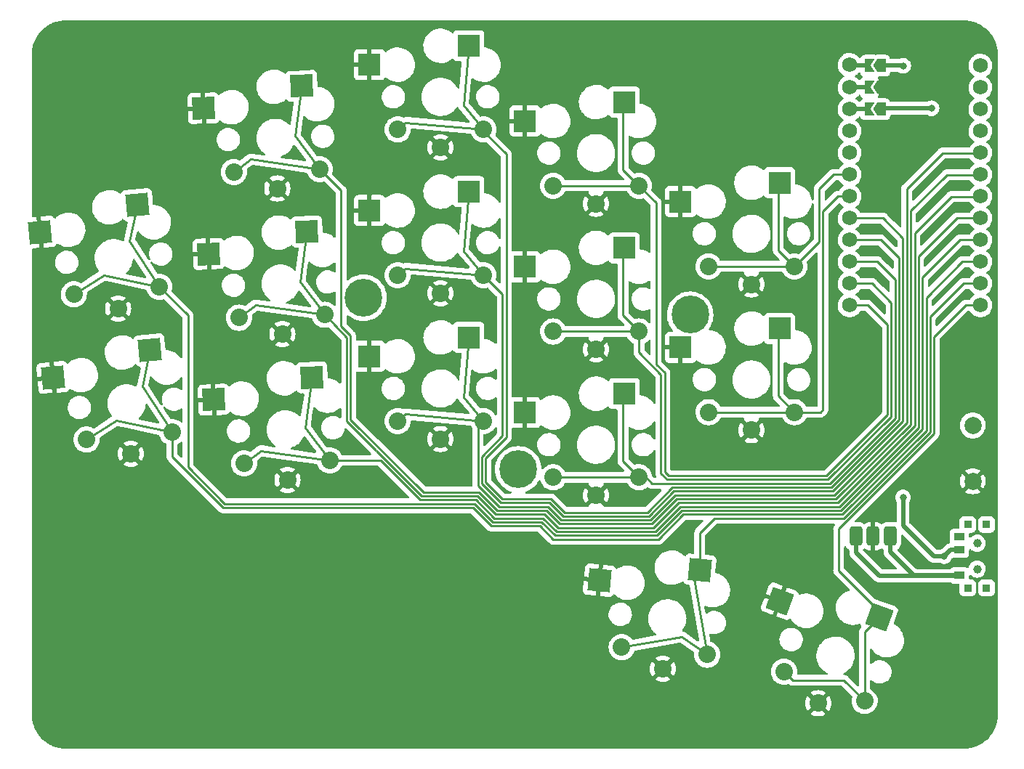
<source format=gtl>
%TF.GenerationSoftware,KiCad,Pcbnew,(6.0.4)*%
%TF.CreationDate,2022-06-21T01:29:20+02:00*%
%TF.ProjectId,battoota,62617474-6f6f-4746-912e-6b696361645f,v1.0.0*%
%TF.SameCoordinates,Original*%
%TF.FileFunction,Copper,L1,Top*%
%TF.FilePolarity,Positive*%
%FSLAX46Y46*%
G04 Gerber Fmt 4.6, Leading zero omitted, Abs format (unit mm)*
G04 Created by KiCad (PCBNEW (6.0.4)) date 2022-06-21 01:29:20*
%MOMM*%
%LPD*%
G01*
G04 APERTURE LIST*
G04 Aperture macros list*
%AMRoundRect*
0 Rectangle with rounded corners*
0 $1 Rounding radius*
0 $2 $3 $4 $5 $6 $7 $8 $9 X,Y pos of 4 corners*
0 Add a 4 corners polygon primitive as box body*
4,1,4,$2,$3,$4,$5,$6,$7,$8,$9,$2,$3,0*
0 Add four circle primitives for the rounded corners*
1,1,$1+$1,$2,$3*
1,1,$1+$1,$4,$5*
1,1,$1+$1,$6,$7*
1,1,$1+$1,$8,$9*
0 Add four rect primitives between the rounded corners*
20,1,$1+$1,$2,$3,$4,$5,0*
20,1,$1+$1,$4,$5,$6,$7,0*
20,1,$1+$1,$6,$7,$8,$9,0*
20,1,$1+$1,$8,$9,$2,$3,0*%
%AMRotRect*
0 Rectangle, with rotation*
0 The origin of the aperture is its center*
0 $1 length*
0 $2 width*
0 $3 Rotation angle, in degrees counterclockwise*
0 Add horizontal line*
21,1,$1,$2,0,0,$3*%
%AMFreePoly0*
4,1,6,0.500000,-0.750000,-0.650000,-0.750000,-0.150000,0.000000,-0.650000,0.750000,0.500000,0.750000,0.500000,-0.750000,0.500000,-0.750000,$1*%
%AMFreePoly1*
4,1,6,1.000000,0.000000,0.500000,-0.750000,-0.500000,-0.750000,-0.500000,0.750000,0.500000,0.750000,1.000000,0.000000,1.000000,0.000000,$1*%
G04 Aperture macros list end*
%TA.AperFunction,SMDPad,CuDef*%
%ADD10R,0.900000X0.900000*%
%TD*%
%TA.AperFunction,SMDPad,CuDef*%
%ADD11R,1.250000X0.900000*%
%TD*%
%TA.AperFunction,ComponentPad*%
%ADD12RoundRect,0.375000X-0.375000X-0.750000X0.375000X-0.750000X0.375000X0.750000X-0.375000X0.750000X0*%
%TD*%
%TA.AperFunction,ComponentPad*%
%ADD13C,2.000000*%
%TD*%
%TA.AperFunction,ComponentPad*%
%ADD14C,2.032000*%
%TD*%
%TA.AperFunction,SMDPad,CuDef*%
%ADD15RotRect,2.600000X2.600000X2.000000*%
%TD*%
%TA.AperFunction,SMDPad,CuDef*%
%ADD16R,2.600000X2.600000*%
%TD*%
%TA.AperFunction,SMDPad,CuDef*%
%ADD17RotRect,2.600000X2.600000X340.000000*%
%TD*%
%TA.AperFunction,WasherPad*%
%ADD18C,1.000000*%
%TD*%
%TA.AperFunction,SMDPad,CuDef*%
%ADD19RotRect,2.600000X2.600000X5.000000*%
%TD*%
%TA.AperFunction,SMDPad,CuDef*%
%ADD20RotRect,2.600000X2.600000X355.000000*%
%TD*%
%TA.AperFunction,ComponentPad*%
%ADD21C,1.752600*%
%TD*%
%TA.AperFunction,SMDPad,CuDef*%
%ADD22FreePoly0,180.000000*%
%TD*%
%TA.AperFunction,SMDPad,CuDef*%
%ADD23R,1.524000X0.500000*%
%TD*%
%TA.AperFunction,SMDPad,CuDef*%
%ADD24FreePoly1,180.000000*%
%TD*%
%TA.AperFunction,ComponentPad*%
%ADD25C,4.400000*%
%TD*%
%TA.AperFunction,ViaPad*%
%ADD26C,0.800000*%
%TD*%
%TA.AperFunction,Conductor*%
%ADD27C,0.250000*%
%TD*%
%TA.AperFunction,Conductor*%
%ADD28C,0.500000*%
%TD*%
G04 APERTURE END LIST*
D10*
%TO.P,T1,*%
%TO.N,*%
X157904000Y55990000D03*
X160104000Y63390000D03*
X160104000Y55990000D03*
X157904000Y63390000D03*
D11*
%TO.P,T1,1*%
%TO.N,Braw*%
X156929000Y57440000D03*
%TO.P,T1,2*%
%TO.N,RAW*%
X156929000Y60440000D03*
%TO.P,T1,3*%
%TO.N,N/C*%
X156929000Y61940000D03*
%TD*%
D12*
%TO.P,PAD1,1*%
%TO.N,Braw*%
X148871860Y62011381D03*
%TO.P,PAD1,2*%
%TO.N,GND*%
X146871860Y62011381D03*
%TO.P,PAD1,3*%
%TO.N,Braw*%
X144871860Y62011381D03*
%TD*%
D13*
%TO.P,B1,1*%
%TO.N,RST*%
X158496000Y74930000D03*
%TO.P,B1,2*%
%TO.N,GND*%
X158496000Y68430000D03*
%TD*%
D14*
%TO.P,S11,1*%
%TO.N,P3*%
X72405589Y104486264D03*
D15*
X80335277Y114519117D03*
D14*
X82399497Y104835259D03*
%TO.P,S11,2*%
%TO.N,GND*%
X77475832Y102562041D03*
D15*
X68869092Y111917369D03*
%TD*%
D14*
%TO.P,S15,1*%
%TO.N,P18*%
X91495817Y92446989D03*
X101495817Y92446989D03*
D16*
X99770816Y102196988D03*
%TO.P,S15,2*%
%TO.N,GND*%
X88220816Y99996989D03*
D14*
X96495817Y90346989D03*
%TD*%
D16*
%TO.P,S21,1*%
%TO.N,P16*%
X117886086Y95636016D03*
D14*
X109611087Y85886017D03*
X119611087Y85886017D03*
%TO.P,S21,2*%
%TO.N,GND*%
X114611087Y83786017D03*
D16*
X106336086Y93436017D03*
%TD*%
%TO.P,S29,1*%
%TO.N,P20*%
X135993279Y103228851D03*
D14*
X127718280Y93478852D03*
X137718280Y93478852D03*
%TO.P,S29,2*%
%TO.N,GND*%
X132718280Y91378852D03*
D16*
X124443279Y101028852D03*
%TD*%
D14*
%TO.P,S33,1*%
%TO.N,P9*%
X145898140Y42807798D03*
D17*
X147611865Y52559786D03*
D14*
X136501213Y46228000D03*
D17*
%TO.P,S33,2*%
%TO.N,GND*%
X136005971Y54442795D03*
D14*
X140481434Y42544545D03*
%TD*%
D15*
%TO.P,S7,1*%
%TO.N,P5*%
X81521861Y80539829D03*
D14*
X83586081Y70855971D03*
X73592173Y70506976D03*
%TO.P,S7,2*%
%TO.N,GND*%
X78662416Y68582753D03*
D15*
X70055676Y77938081D03*
%TD*%
D18*
%TO.P,T2,*%
%TO.N,*%
X159004000Y61190000D03*
X159004000Y58190000D03*
%TD*%
D14*
%TO.P,S5,1*%
%TO.N,P6*%
X53770150Y90222036D03*
D19*
X61163892Y100656147D03*
D14*
X63732097Y91093594D03*
%TO.P,S5,2*%
%TO.N,GND*%
X58934151Y88565806D03*
D19*
X49849586Y97457871D03*
%TD*%
D14*
%TO.P,S27,1*%
%TO.N,P19*%
X137718280Y76478852D03*
D16*
X135993279Y86228851D03*
D14*
X127718280Y76478852D03*
%TO.P,S27,2*%
%TO.N,GND*%
X132718280Y74378852D03*
D16*
X124443279Y84028852D03*
%TD*%
D14*
%TO.P,S9,1*%
%TO.N,P4*%
X72998881Y87496620D03*
X82992789Y87845615D03*
D15*
X80928569Y97529473D03*
%TO.P,S9,2*%
%TO.N,GND*%
X69462384Y94927725D03*
D14*
X78069124Y85572397D03*
%TD*%
%TO.P,S13,1*%
%TO.N,P2*%
X91495817Y75446989D03*
D16*
X99770816Y85196988D03*
D14*
X101495817Y75446989D03*
%TO.P,S13,2*%
%TO.N,GND*%
X96495817Y73346989D03*
D16*
X88220816Y82996989D03*
%TD*%
D14*
%TO.P,S17,1*%
%TO.N,P15*%
X91495818Y109446989D03*
D16*
X99770817Y119196988D03*
D14*
X101495818Y109446989D03*
%TO.P,S17,2*%
%TO.N,GND*%
X96495818Y107346989D03*
D16*
X88220817Y116996989D03*
%TD*%
D14*
%TO.P,S31,1*%
%TO.N,P8*%
X127559802Y48210263D03*
D20*
X126691133Y58073504D03*
D14*
X117597855Y49081821D03*
%TO.P,S31,2*%
%TO.N,GND*%
X122395801Y46554033D03*
D20*
X114993342Y56888526D03*
%TD*%
D21*
%TO.P,MCU1,*%
%TO.N,*%
X159385000Y114343254D03*
D22*
X146401477Y114343254D03*
X146401477Y116883254D03*
D23*
X145476477Y111803254D03*
D21*
X159385000Y111803254D03*
X144145000Y111803254D03*
D23*
X145476477Y116883254D03*
D22*
X146401477Y111803254D03*
D23*
X145476477Y114343254D03*
D21*
X144145000Y116967000D03*
X159385000Y116883254D03*
X144145000Y114343254D03*
D24*
%TO.P,MCU1,1*%
%TO.N,RAW*%
X147851477Y116883254D03*
%TO.P,MCU1,2*%
%TO.N,GND*%
X147851477Y114343254D03*
%TO.P,MCU1,3*%
%TO.N,RST*%
X147851477Y111803254D03*
D21*
%TO.P,MCU1,4*%
%TO.N,N/C*%
X144145000Y109263254D03*
%TO.P,MCU1,5*%
%TO.N,P21*%
X144145000Y106723254D03*
%TO.P,MCU1,6*%
%TO.N,P20*%
X144145000Y104183254D03*
%TO.P,MCU1,7*%
%TO.N,P19*%
X144145000Y101643254D03*
%TO.P,MCU1,8*%
%TO.N,P18*%
X144145000Y99103254D03*
%TO.P,MCU1,9*%
%TO.N,P15*%
X144145000Y96563254D03*
%TO.P,MCU1,10*%
%TO.N,P14*%
X144145000Y94023254D03*
%TO.P,MCU1,11*%
%TO.N,P16*%
X144145000Y91483254D03*
%TO.P,MCU1,12*%
%TO.N,P10*%
X144145000Y88943254D03*
%TO.P,MCU1,16*%
%TO.N,N/C*%
X159385000Y109263254D03*
%TO.P,MCU1,17*%
%TO.N,P2*%
X159385000Y106723254D03*
%TO.P,MCU1,18*%
%TO.N,P3*%
X159385000Y104183254D03*
%TO.P,MCU1,19*%
%TO.N,P4*%
X159385000Y101643254D03*
%TO.P,MCU1,20*%
%TO.N,P5*%
X159385000Y99103254D03*
%TO.P,MCU1,21*%
%TO.N,P6*%
X159385000Y96563254D03*
%TO.P,MCU1,22*%
%TO.N,P7*%
X159385000Y94023254D03*
%TO.P,MCU1,23*%
%TO.N,P8*%
X159385000Y91483254D03*
%TO.P,MCU1,24*%
%TO.N,P9*%
X159385000Y88943254D03*
%TD*%
D14*
%TO.P,S3,1*%
%TO.N,P7*%
X55251797Y73286724D03*
X65213744Y74158282D03*
D19*
X62645539Y83720835D03*
D14*
%TO.P,S3,2*%
%TO.N,GND*%
X60415798Y71630494D03*
D19*
X51331233Y80522559D03*
%TD*%
D25*
%TO.P,REF\u002A\u002A,1*%
%TO.N,N/C*%
X105551085Y69808481D03*
X125571978Y87835374D03*
X87524192Y89829374D03*
%TD*%
D14*
%TO.P,S23,1*%
%TO.N,P10*%
X109611087Y102886017D03*
X119611087Y102886017D03*
D16*
X117886086Y112636016D03*
%TO.P,S23,2*%
%TO.N,GND*%
X106336086Y110436017D03*
D14*
X114611087Y100786017D03*
%TD*%
D16*
%TO.P,S19,1*%
%TO.N,P14*%
X117886086Y78636016D03*
D14*
X109611087Y68886017D03*
X119611087Y68886017D03*
D16*
%TO.P,S19,2*%
%TO.N,GND*%
X106336086Y76436017D03*
D14*
X114611087Y66786017D03*
%TD*%
D26*
%TO.N,GND*%
X152019000Y114300000D03*
%TO.N,RAW*%
X155165113Y59690000D03*
X150368000Y66548000D03*
X150401808Y116864779D03*
%TO.N,RST*%
X153691162Y111908162D03*
%TD*%
D27*
%TO.N,P6*%
X63732097Y91093594D02*
X57237852Y92473987D01*
X109813674Y62104105D02*
X121686138Y62104105D01*
X61163892Y100656149D02*
X60265842Y96431156D01*
X57237852Y92473987D02*
X53770150Y90222036D01*
X60265842Y96431156D02*
X63732097Y91093594D01*
X71347919Y65788867D02*
X87223486Y65788867D01*
X100432043Y65796819D02*
X102561997Y63666865D01*
X108250914Y63666865D02*
X109813674Y62104105D01*
X157015254Y96563254D02*
X159385000Y96563254D01*
X102561997Y63666865D02*
X108250914Y63666865D01*
X143122250Y65010791D02*
X152628374Y74516916D01*
X67056000Y70080786D02*
X71347919Y65788867D01*
X121686138Y62104105D02*
X124592825Y65010791D01*
X87231438Y65796819D02*
X100432043Y65796819D01*
X124592825Y65010791D02*
X143122250Y65010791D01*
X87223486Y65788867D02*
X87231438Y65796819D01*
X67056000Y87769691D02*
X67056000Y70080786D01*
X152628374Y74516916D02*
X152628374Y92176374D01*
X63732097Y91093594D02*
X67056000Y87769691D01*
X152628374Y92176374D02*
X157015254Y96563254D01*
D28*
%TO.N,GND*%
X151971116Y114252116D02*
X147942615Y114252116D01*
X147942615Y114252116D02*
X147851477Y114343254D01*
D27*
%TO.N,P5*%
X108437111Y64116385D02*
X109999871Y62553625D01*
X102748195Y64116385D02*
X108437111Y64116385D01*
X94106829Y66246339D02*
X100618241Y66246339D01*
X152178854Y74703113D02*
X152178854Y94647854D01*
X121499941Y62553625D02*
X124406628Y65460311D01*
X80699283Y74686881D02*
X83586081Y70855971D01*
X156634254Y99103254D02*
X159385000Y99103254D01*
X109999871Y62553625D02*
X121499941Y62553625D01*
X142936052Y65460311D02*
X152178854Y74703113D01*
X124406628Y65460311D02*
X142936052Y65460311D01*
X83586081Y70855971D02*
X75553425Y71984886D01*
X81521861Y80539830D02*
X80699283Y74686881D01*
X75553425Y71984886D02*
X73592172Y70506977D01*
X152178854Y94647854D02*
X156634254Y99103254D01*
X100618241Y66246339D02*
X102748195Y64116385D01*
X89497197Y70855971D02*
X94106829Y66246339D01*
X83586081Y70855971D02*
X89497197Y70855971D01*
%TO.N,P4*%
X82992789Y87845616D02*
X85555821Y85191518D01*
X159341746Y101600000D02*
X155956000Y101600000D01*
X80105992Y91676525D02*
X82992789Y87845615D01*
X155956000Y101600000D02*
X151729334Y97373334D01*
X80928570Y97529475D02*
X80105992Y91676525D01*
X100804437Y66695859D02*
X94293027Y66695859D01*
X142749854Y65909831D02*
X124220427Y65909831D01*
X124220427Y65909831D02*
X121313741Y63003145D01*
X108623311Y64565905D02*
X102934392Y64565905D01*
X151729334Y97373334D02*
X151729334Y74889311D01*
X94293027Y66695859D02*
X89027000Y71961886D01*
X121313741Y63003145D02*
X110186071Y63003145D01*
X82992789Y87845615D02*
X74960134Y88974532D01*
X159385000Y101643254D02*
X159341746Y101600000D01*
X85555821Y85191518D02*
X85555821Y75416679D01*
X151729334Y74889311D02*
X142749854Y65909831D01*
X110186071Y63003145D02*
X108623311Y64565905D01*
X74960134Y88974532D02*
X72998881Y87496621D01*
X102934392Y64565905D02*
X100804437Y66695859D01*
X85555821Y75416679D02*
X88963500Y72009000D01*
%TO.N,P3*%
X74366842Y105964176D02*
X72405589Y104486265D01*
X151249052Y75438000D02*
X151249052Y99941052D01*
X100990636Y67145379D02*
X94489545Y67145379D01*
X159341746Y104140000D02*
X159385000Y104183254D01*
X86005341Y75629583D02*
X86005341Y85377715D01*
X80335279Y114519119D02*
X79512699Y108666170D01*
X84915114Y86502100D02*
X84915114Y102319642D01*
X84915114Y102319642D02*
X82399497Y104835259D01*
X151249052Y99941052D02*
X155448000Y104140000D01*
X82399497Y104835259D02*
X74366842Y105964176D01*
X142563657Y66359351D02*
X124034230Y66359351D01*
X155448000Y104140000D02*
X159341746Y104140000D01*
X86005341Y85377715D02*
X85876468Y85506588D01*
X103120590Y65015425D02*
X100990636Y67145379D01*
X94489545Y67145379D02*
X86005341Y75629583D01*
X79512699Y108666170D02*
X82399497Y104835259D01*
X121127543Y63452665D02*
X110372268Y63452665D01*
X85876468Y85506588D02*
X84915114Y86502100D01*
X151249052Y75044746D02*
X142563657Y66359351D01*
X110372268Y63452665D02*
X108809508Y65015425D01*
X108809508Y65015425D02*
X103120590Y65015425D01*
X124034230Y66359351D02*
X121127543Y63452665D01*
X151249052Y75946000D02*
X151249052Y75044746D01*
%TO.N,P2*%
X150799532Y75230943D02*
X150799532Y102539532D01*
X120941347Y63902185D02*
X123848033Y66808871D01*
X92440020Y76239268D02*
X91495817Y75446988D01*
X154940000Y106680000D02*
X159341746Y106680000D01*
X142377460Y66808871D02*
X150799532Y75230943D01*
X101495817Y75446989D02*
X99161220Y78229254D01*
X99161220Y78229254D02*
X99770817Y85196989D01*
X110558465Y63902185D02*
X120941347Y63902185D01*
X150799532Y102539532D02*
X154940000Y106680000D01*
X123848033Y66808871D02*
X142377460Y66808871D01*
X100838000Y74789172D02*
X100838000Y67933731D01*
X159341746Y106680000D02*
X159385000Y106723254D01*
X101495817Y75446989D02*
X92440020Y76239268D01*
X101495817Y75446989D02*
X100838000Y74789172D01*
X103306786Y65464945D02*
X108995705Y65464945D01*
X100838000Y67933731D02*
X103306786Y65464945D01*
X108995705Y65464945D02*
X110558465Y63902185D01*
%TO.N,P18*%
X150350012Y75417142D02*
X150350012Y96791988D01*
X123661836Y67258391D02*
X142191262Y67258391D01*
X103690480Y73718480D02*
X101287520Y71315520D01*
X101495817Y92446989D02*
X103690480Y90252326D01*
X103492984Y65914465D02*
X109181903Y65914465D01*
X150350012Y96791988D02*
X148038746Y99103254D01*
X101495817Y92446989D02*
X92440019Y93239269D01*
X148038746Y99103254D02*
X144145000Y99103254D01*
X99161219Y95229254D02*
X101495817Y92446989D01*
X142191262Y67258391D02*
X150350012Y75417142D01*
X120755149Y64351705D02*
X123661836Y67258391D01*
X103690480Y90252326D02*
X103690480Y73718480D01*
X101287520Y71315520D02*
X101287520Y68119929D01*
X99770817Y102196989D02*
X99161219Y95229254D01*
X109181903Y65914465D02*
X110744663Y64351705D01*
X101287520Y68119929D02*
X103492984Y65914465D01*
X110744663Y64351705D02*
X120755149Y64351705D01*
X92440019Y93239269D02*
X91495817Y92446988D01*
%TO.N,P15*%
X104140000Y106553000D02*
X104140000Y73532282D01*
X149900492Y94447508D02*
X147784746Y96563254D01*
X109368101Y66363985D02*
X110930861Y64801225D01*
X99770818Y119196989D02*
X99161220Y112229254D01*
X101737040Y68306127D02*
X103679182Y66363985D01*
X101495818Y109197182D02*
X104140000Y106553000D01*
X120568951Y64801225D02*
X123475639Y67707911D01*
X92440020Y110239269D02*
X91495817Y109446988D01*
X103679182Y66363985D02*
X109368101Y66363985D01*
X147784746Y96563254D02*
X144145000Y96563254D01*
X123475639Y67707911D02*
X142005064Y67707911D01*
X142005064Y67707911D02*
X149900492Y75603339D01*
X101495817Y109446989D02*
X92440020Y110239269D01*
X110930861Y64801225D02*
X120568951Y64801225D01*
X99161220Y112229254D02*
X101495817Y109446989D01*
X101737040Y71129322D02*
X101737040Y68306127D01*
X101495818Y109446989D02*
X101495818Y109197182D01*
X104140000Y73532282D02*
X101737040Y71129322D01*
X149900492Y75603339D02*
X149900492Y94447508D01*
%TO.N,P14*%
X121128314Y68168790D02*
X141830225Y68168790D01*
X149450972Y75789536D02*
X149450972Y91976028D01*
X117736566Y78486496D02*
X117736566Y70760538D01*
X141830225Y68168790D02*
X149450972Y75789536D01*
X120411087Y68886017D02*
X121128314Y68168790D01*
X117736566Y70760538D02*
X119611087Y68886017D01*
X110411087Y68886017D02*
X120411087Y68886017D01*
X147403746Y94023254D02*
X144145000Y94023254D01*
X117886087Y78636017D02*
X117736566Y78486496D01*
X149450972Y91976028D02*
X147403746Y94023254D01*
%TO.N,P16*%
X149001452Y89250548D02*
X149001452Y75975734D01*
X117736566Y87760538D02*
X119611087Y85886017D01*
X149001452Y75975734D02*
X141644027Y68618310D01*
X109611087Y85886017D02*
X119611087Y85886017D01*
X144145000Y91483254D02*
X146768746Y91483254D01*
X119611087Y83431958D02*
X119611087Y85886017D01*
X122166194Y69349088D02*
X122166194Y80876851D01*
X122896972Y68618310D02*
X122166194Y69349088D01*
X117736566Y95486496D02*
X117736566Y87760538D01*
X122166194Y80876851D02*
X119611087Y83431958D01*
X146768746Y91483254D02*
X149001452Y89250548D01*
X141644027Y68618310D02*
X122896972Y68618310D01*
X117886087Y95636017D02*
X117736566Y95486496D01*
%TO.N,P10*%
X148551932Y76161932D02*
X141457830Y69067830D01*
X123083170Y69067830D02*
X122615714Y69535286D01*
X117736566Y112486496D02*
X117736566Y104760538D01*
X146260746Y88943254D02*
X148551932Y86652068D01*
X119611087Y102886017D02*
X109611087Y102886017D01*
X141457830Y69067830D02*
X123083170Y69067830D01*
X144145000Y88943254D02*
X146260746Y88943254D01*
X117886087Y112636017D02*
X117736566Y112486496D01*
X148551932Y86652068D02*
X148551932Y76161932D01*
X122615714Y81063048D02*
X121604871Y82073892D01*
X121604871Y100892233D02*
X119611087Y102886017D01*
X122615714Y69535286D02*
X122615714Y81063048D01*
X117736566Y104760538D02*
X119611087Y102886017D01*
X121604871Y82073892D02*
X121604871Y100892233D01*
%TO.N,P19*%
X141040891Y76801463D02*
X141040891Y99892891D01*
X137718280Y76478852D02*
X140718280Y76478852D01*
X140718280Y76478852D02*
X141040891Y76801463D01*
X135843759Y78353373D02*
X135843759Y86079331D01*
X137718280Y76478852D02*
X135843759Y78353373D01*
X135843759Y86079331D02*
X135993280Y86228852D01*
X142791254Y101643254D02*
X144145000Y101643254D01*
X127718280Y76478852D02*
X137718280Y76478852D01*
X141040891Y99892891D02*
X142791254Y101643254D01*
%TO.N,P20*%
X137718280Y93478852D02*
X140591371Y96351943D01*
X135843759Y95353373D02*
X135843759Y103079331D01*
X135843759Y103079331D02*
X135993280Y103228852D01*
X137718280Y93478852D02*
X135843759Y95353373D01*
X140591371Y102491371D02*
X142283254Y104183254D01*
X127718280Y93478852D02*
X137718280Y93478852D01*
X142283254Y104183254D02*
X144145000Y104183254D01*
X140591371Y96351943D02*
X140591371Y102491371D01*
%TO.N,P7*%
X124779022Y64561271D02*
X143308448Y64561271D01*
X109627476Y61654585D02*
X121872335Y61654585D01*
X108064716Y63217345D02*
X109627476Y61654585D01*
X87417636Y65347299D02*
X100245845Y65347299D01*
X61747490Y79495847D02*
X65213743Y74158283D01*
X143308448Y64561271D02*
X153077894Y74330719D01*
X87409683Y65339347D02*
X87417636Y65347299D01*
X121872335Y61654585D02*
X124779022Y64561271D01*
X153077894Y74330719D02*
X153077894Y89831894D01*
X65213744Y71287324D02*
X71161721Y65339347D01*
X65213743Y74158283D02*
X58719500Y75538677D01*
X65213744Y74158282D02*
X65213744Y71287324D01*
X102375799Y63217345D02*
X108064716Y63217345D01*
X58719500Y75538677D02*
X55251797Y73286724D01*
X157269254Y94023254D02*
X159385000Y94023254D01*
X100245845Y65347299D02*
X102375799Y63217345D01*
X153077894Y89831894D02*
X157269254Y94023254D01*
X71161721Y65339347D02*
X87409683Y65339347D01*
X62645540Y83720838D02*
X61747490Y79495847D01*
%TO.N,P8*%
X124561498Y50309699D02*
X117597854Y49081821D01*
X153527414Y87614414D02*
X153527414Y74144521D01*
X126691133Y62429133D02*
X126691133Y58073504D01*
X127559802Y48210264D02*
X124561498Y50309699D01*
X153264091Y73881199D02*
X143494646Y64111751D01*
X128373751Y64111751D02*
X126691133Y62429133D01*
X143494646Y64111751D02*
X128373751Y64111751D01*
X125995757Y57080403D02*
X127559802Y48210264D01*
X159385000Y91483254D02*
X157396254Y91483254D01*
X153527414Y74144521D02*
X153264091Y73881199D01*
X157396254Y91483254D02*
X153527414Y87614414D01*
%TO.N,P9*%
X147611865Y53253384D02*
X142875000Y57990249D01*
X143493937Y45212001D02*
X145898140Y42807798D01*
X157650254Y88943254D02*
X159385000Y88943254D01*
X142875000Y57990249D02*
X142875000Y62856388D01*
X142875000Y62856388D02*
X153976934Y73958324D01*
X145898140Y50846060D02*
X145898140Y42807798D01*
X137517212Y45212001D02*
X143493937Y45212001D01*
X136501213Y46228000D02*
X137517212Y45212001D01*
X147611866Y52559786D02*
X145898140Y50846060D01*
X147611865Y52559786D02*
X147611865Y53253384D01*
X153976934Y85269934D02*
X157650254Y88943254D01*
X153976934Y73958324D02*
X153976934Y85269934D01*
D28*
%TO.N,RAW*%
X150401808Y116864779D02*
X150327546Y116939041D01*
X150368000Y66548000D02*
X150368000Y63246000D01*
X150327546Y116939041D02*
X147752502Y116939041D01*
X150368000Y63246000D02*
X153924000Y59690000D01*
X153924000Y59690000D02*
X155165113Y59690000D01*
X155915113Y60440000D02*
X156929000Y60440000D01*
X155165113Y59690000D02*
X155915113Y60440000D01*
%TO.N,RST*%
X153670000Y111887000D02*
X147767712Y111887000D01*
%TO.N,Braw*%
X156893000Y57404000D02*
X147574000Y57404000D01*
X148871860Y60170140D02*
X151602000Y57440000D01*
X156929000Y57440000D02*
X156893000Y57404000D01*
X151602000Y57440000D02*
X156929000Y57440000D01*
X148871860Y62011381D02*
X148871860Y60170140D01*
X147574000Y57404000D02*
X144871860Y60106140D01*
X144871860Y60106140D02*
X144871860Y62011381D01*
%TD*%
%TA.AperFunction,Conductor*%
%TO.N,GND*%
G36*
X100621863Y122143145D02*
G01*
X157422720Y122141591D01*
X157442101Y122140091D01*
X157456943Y122137780D01*
X157456946Y122137780D01*
X157465815Y122136399D01*
X157483124Y122138662D01*
X157485747Y122139005D01*
X157507901Y122139934D01*
X157527996Y122139005D01*
X157829493Y122125067D01*
X157841075Y122123993D01*
X158131136Y122083532D01*
X158189657Y122075369D01*
X158201097Y122073230D01*
X158543693Y121992653D01*
X158554888Y121989468D01*
X158888596Y121877620D01*
X158899448Y121873416D01*
X159106530Y121781981D01*
X159221413Y121731256D01*
X159231826Y121726070D01*
X159539306Y121554805D01*
X159549201Y121548679D01*
X159839558Y121349780D01*
X159848846Y121342766D01*
X160119621Y121117918D01*
X160128221Y121110077D01*
X160377077Y120861221D01*
X160384918Y120852621D01*
X160609766Y120581846D01*
X160616780Y120572558D01*
X160815679Y120282201D01*
X160821805Y120272306D01*
X160993070Y119964826D01*
X160998258Y119954408D01*
X161140416Y119632448D01*
X161144620Y119621596D01*
X161256468Y119287888D01*
X161259653Y119276693D01*
X161340230Y118934097D01*
X161342369Y118922657D01*
X161383444Y118628199D01*
X161390993Y118574078D01*
X161392067Y118562490D01*
X161406592Y118248307D01*
X161405226Y118223105D01*
X161404994Y118221611D01*
X161403399Y118211367D01*
X161407526Y118179811D01*
X161408589Y118163481D01*
X161407004Y84336870D01*
X161404986Y41246110D01*
X161403486Y41226732D01*
X161401174Y41211885D01*
X161401174Y41211878D01*
X161399793Y41203010D01*
X161401785Y41187780D01*
X161402399Y41183082D01*
X161403329Y41160925D01*
X161388464Y40839336D01*
X161387390Y40827747D01*
X161338767Y40479164D01*
X161336629Y40467728D01*
X161305202Y40334104D01*
X161256054Y40125135D01*
X161252869Y40113941D01*
X161141017Y39780213D01*
X161136813Y39769361D01*
X160994662Y39447414D01*
X160989475Y39436995D01*
X160818208Y39129509D01*
X160812083Y39119617D01*
X160798410Y39099657D01*
X160613179Y38829250D01*
X160606165Y38819963D01*
X160381330Y38549202D01*
X160373490Y38540601D01*
X160124619Y38291729D01*
X160116018Y38283888D01*
X159845246Y38059042D01*
X159835961Y38052030D01*
X159774081Y38009641D01*
X159545597Y37853125D01*
X159535701Y37846998D01*
X159228235Y37675741D01*
X159217817Y37670553D01*
X158895848Y37528390D01*
X158884996Y37524186D01*
X158551287Y37412338D01*
X158540092Y37409153D01*
X158346383Y37363594D01*
X158197492Y37328575D01*
X158186062Y37326438D01*
X157837473Y37277812D01*
X157825885Y37276738D01*
X157797216Y37275413D01*
X157511812Y37262219D01*
X157486610Y37263585D01*
X157474762Y37265430D01*
X157443187Y37261301D01*
X157426864Y37260239D01*
X109670346Y37259486D01*
X52856456Y37258590D01*
X52837073Y37260090D01*
X52813367Y37263781D01*
X52796939Y37261633D01*
X52793436Y37261175D01*
X52771282Y37260246D01*
X52449695Y37275114D01*
X52438106Y37276188D01*
X52434164Y37276738D01*
X52089527Y37324814D01*
X52078086Y37326953D01*
X52063835Y37330305D01*
X51735478Y37407533D01*
X51724302Y37410713D01*
X51390578Y37522567D01*
X51379746Y37526763D01*
X51151268Y37627646D01*
X51057768Y37668931D01*
X51047350Y37674119D01*
X50739887Y37845375D01*
X50729992Y37851501D01*
X50439627Y38050406D01*
X50430339Y38057420D01*
X50159565Y38282268D01*
X50150965Y38290109D01*
X49902109Y38538965D01*
X49894268Y38547565D01*
X49669420Y38818339D01*
X49662406Y38827627D01*
X49463501Y39117992D01*
X49457375Y39127887D01*
X49286119Y39435350D01*
X49280931Y39445768D01*
X49239646Y39539268D01*
X49138763Y39767746D01*
X49134567Y39778578D01*
X49022713Y40112302D01*
X49019531Y40123487D01*
X49019144Y40125135D01*
X48938953Y40466086D01*
X48936814Y40477526D01*
X48888188Y40826106D01*
X48887114Y40837695D01*
X48872588Y41151876D01*
X48873954Y41177080D01*
X48874400Y41179943D01*
X48874400Y41179946D01*
X48875781Y41188815D01*
X48873925Y41203010D01*
X48871652Y41220399D01*
X48870589Y41236727D01*
X48870586Y41300239D01*
X139601958Y41300239D01*
X139607685Y41292589D01*
X139783193Y41185038D01*
X139791987Y41180557D01*
X140004463Y41092547D01*
X140013848Y41089498D01*
X140237478Y41035808D01*
X140247225Y41034265D01*
X140476504Y41016220D01*
X140486364Y41016220D01*
X140715643Y41034265D01*
X140725390Y41035808D01*
X140949020Y41089498D01*
X140958405Y41092547D01*
X141170881Y41180557D01*
X141179675Y41185038D01*
X141351517Y41290342D01*
X141360977Y41300798D01*
X141357193Y41309576D01*
X140494246Y42172523D01*
X140480302Y42180137D01*
X140478469Y42180006D01*
X140471854Y42175755D01*
X139608718Y41312619D01*
X139601958Y41300239D01*
X48870586Y41300239D01*
X48870528Y42539615D01*
X138953109Y42539615D01*
X138971154Y42310336D01*
X138972697Y42300589D01*
X139026387Y42076959D01*
X139029436Y42067574D01*
X139117446Y41855098D01*
X139121927Y41846304D01*
X139227231Y41674462D01*
X139237687Y41665002D01*
X139246465Y41668786D01*
X140109412Y42531733D01*
X140115790Y42543413D01*
X140845842Y42543413D01*
X140845973Y42541580D01*
X140850224Y42534965D01*
X141713360Y41671829D01*
X141725740Y41665069D01*
X141733390Y41670796D01*
X141840941Y41846304D01*
X141845422Y41855098D01*
X141933432Y42067574D01*
X141936481Y42076959D01*
X141990171Y42300589D01*
X141991714Y42310336D01*
X142009759Y42539615D01*
X142009759Y42549475D01*
X141991714Y42778754D01*
X141990171Y42788501D01*
X141936481Y43012131D01*
X141933432Y43021516D01*
X141845422Y43233992D01*
X141840941Y43242786D01*
X141735637Y43414628D01*
X141725181Y43424088D01*
X141716403Y43420304D01*
X140853456Y42557357D01*
X140845842Y42543413D01*
X140115790Y42543413D01*
X140117026Y42545677D01*
X140116895Y42547510D01*
X140112644Y42554125D01*
X139249508Y43417261D01*
X139237128Y43424021D01*
X139229478Y43418294D01*
X139121927Y43242786D01*
X139117446Y43233992D01*
X139029436Y43021516D01*
X139026387Y43012131D01*
X138972697Y42788501D01*
X138971154Y42778754D01*
X138953109Y42549475D01*
X138953109Y42539615D01*
X48870528Y42539615D01*
X48870469Y43788292D01*
X139601891Y43788292D01*
X139605675Y43779514D01*
X140468622Y42916567D01*
X140482566Y42908953D01*
X140484399Y42909084D01*
X140491014Y42913335D01*
X141354150Y43776471D01*
X141360910Y43788851D01*
X141355183Y43796501D01*
X141179675Y43904052D01*
X141170881Y43908533D01*
X140958405Y43996543D01*
X140949020Y43999592D01*
X140725390Y44053282D01*
X140715643Y44054825D01*
X140486364Y44072870D01*
X140476504Y44072870D01*
X140247225Y44054825D01*
X140237478Y44053282D01*
X140013848Y43999592D01*
X140004463Y43996543D01*
X139791987Y43908533D01*
X139783193Y43904052D01*
X139611351Y43798748D01*
X139601891Y43788292D01*
X48870469Y43788292D01*
X48870397Y45309727D01*
X121516325Y45309727D01*
X121522052Y45302077D01*
X121697560Y45194526D01*
X121706354Y45190045D01*
X121918830Y45102035D01*
X121928215Y45098986D01*
X122151845Y45045296D01*
X122161592Y45043753D01*
X122390871Y45025708D01*
X122400731Y45025708D01*
X122630010Y45043753D01*
X122639757Y45045296D01*
X122863387Y45098986D01*
X122872772Y45102035D01*
X123085248Y45190045D01*
X123094042Y45194526D01*
X123265884Y45299830D01*
X123275344Y45310286D01*
X123271560Y45319064D01*
X122408613Y46182011D01*
X122394669Y46189625D01*
X122392836Y46189494D01*
X122386221Y46185243D01*
X121523085Y45322107D01*
X121516325Y45309727D01*
X48870397Y45309727D01*
X48870338Y46549103D01*
X120867476Y46549103D01*
X120885521Y46319824D01*
X120887064Y46310077D01*
X120940754Y46086447D01*
X120943803Y46077062D01*
X121031813Y45864586D01*
X121036294Y45855792D01*
X121141598Y45683950D01*
X121152054Y45674490D01*
X121160832Y45678274D01*
X122023779Y46541221D01*
X122030157Y46552901D01*
X122760209Y46552901D01*
X122760340Y46551068D01*
X122764591Y46544453D01*
X123627727Y45681317D01*
X123640107Y45674557D01*
X123647757Y45680284D01*
X123755308Y45855792D01*
X123759789Y45864586D01*
X123847799Y46077062D01*
X123850848Y46086447D01*
X123904538Y46310077D01*
X123906081Y46319824D01*
X123924126Y46549103D01*
X123924126Y46558963D01*
X123906081Y46788242D01*
X123904538Y46797989D01*
X123850848Y47021619D01*
X123847799Y47031004D01*
X123759789Y47243480D01*
X123755308Y47252274D01*
X123650004Y47424116D01*
X123639548Y47433576D01*
X123630770Y47429792D01*
X122767823Y46566845D01*
X122760209Y46552901D01*
X122030157Y46552901D01*
X122031393Y46555165D01*
X122031262Y46556998D01*
X122027011Y46563613D01*
X121163875Y47426749D01*
X121151495Y47433509D01*
X121143845Y47427782D01*
X121036294Y47252274D01*
X121031813Y47243480D01*
X120943803Y47031004D01*
X120940754Y47021619D01*
X120887064Y46797989D01*
X120885521Y46788242D01*
X120867476Y46558963D01*
X120867476Y46549103D01*
X48870338Y46549103D01*
X48870034Y52975207D01*
X116068149Y52975207D01*
X116068349Y52969877D01*
X116068349Y52969876D01*
X116070009Y52925667D01*
X116076803Y52744671D01*
X116124177Y52518889D01*
X116126135Y52513930D01*
X116126136Y52513928D01*
X116153697Y52444139D01*
X116208916Y52304317D01*
X116279666Y52187725D01*
X116321677Y52118493D01*
X116328596Y52107090D01*
X116332093Y52103060D01*
X116445482Y51972391D01*
X116479796Y51932847D01*
X116483927Y51929460D01*
X116654064Y51789955D01*
X116654070Y51789951D01*
X116658192Y51786571D01*
X116858684Y51672445D01*
X116863700Y51670624D01*
X116863705Y51670622D01*
X117070524Y51595550D01*
X117070528Y51595549D01*
X117075539Y51593730D01*
X117080788Y51592781D01*
X117080791Y51592780D01*
X117298472Y51553417D01*
X117298479Y51553416D01*
X117302556Y51552679D01*
X117320293Y51551843D01*
X117325241Y51551609D01*
X117325248Y51551609D01*
X117326729Y51551539D01*
X117488874Y51551539D01*
X117567164Y51558182D01*
X117655511Y51565678D01*
X117655515Y51565679D01*
X117660822Y51566129D01*
X117665977Y51567467D01*
X117665983Y51567468D01*
X117878952Y51622744D01*
X117878956Y51622745D01*
X117884121Y51624086D01*
X117888987Y51626278D01*
X117888990Y51626279D01*
X118089598Y51716646D01*
X118094464Y51718838D01*
X118098884Y51721814D01*
X118098888Y51721816D01*
X118230533Y51810446D01*
X118285834Y51847677D01*
X118452761Y52006917D01*
X118583943Y52183232D01*
X118587286Y52187725D01*
X118587288Y52187728D01*
X118590470Y52192005D01*
X118645254Y52299756D01*
X118692607Y52392893D01*
X118692607Y52392894D01*
X118695026Y52397651D01*
X118745079Y52558847D01*
X118761854Y52612869D01*
X118761855Y52612875D01*
X118763438Y52617972D01*
X118783358Y52768270D01*
X118793049Y52841386D01*
X118793049Y52841391D01*
X118793749Y52846671D01*
X118785095Y53077207D01*
X118737721Y53302989D01*
X118734400Y53311400D01*
X118689842Y53424227D01*
X118652982Y53517561D01*
X118533302Y53714788D01*
X118526148Y53723032D01*
X118385602Y53884998D01*
X118385600Y53885000D01*
X118382102Y53889031D01*
X118314021Y53944854D01*
X118207834Y54031923D01*
X118207828Y54031927D01*
X118203706Y54035307D01*
X118003214Y54149433D01*
X117998198Y54151254D01*
X117998193Y54151256D01*
X117791374Y54226328D01*
X117791370Y54226329D01*
X117786359Y54228148D01*
X117781110Y54229097D01*
X117781107Y54229098D01*
X117563426Y54268461D01*
X117563419Y54268462D01*
X117559342Y54269199D01*
X117541605Y54270035D01*
X117536657Y54270269D01*
X117536650Y54270269D01*
X117535169Y54270339D01*
X117373024Y54270339D01*
X117306068Y54264658D01*
X117206387Y54256200D01*
X117206383Y54256199D01*
X117201076Y54255749D01*
X117195921Y54254411D01*
X117195915Y54254410D01*
X116982946Y54199134D01*
X116982942Y54199133D01*
X116977777Y54197792D01*
X116972911Y54195600D01*
X116972908Y54195599D01*
X116874470Y54151256D01*
X116767434Y54103040D01*
X116763014Y54100064D01*
X116763010Y54100062D01*
X116670749Y54037947D01*
X116576064Y53974201D01*
X116409137Y53814961D01*
X116405949Y53810676D01*
X116300024Y53668307D01*
X116271428Y53629873D01*
X116269013Y53625123D01*
X116183797Y53457515D01*
X116166872Y53424227D01*
X116134898Y53321254D01*
X116100044Y53209009D01*
X116100043Y53209003D01*
X116098460Y53203906D01*
X116090169Y53141348D01*
X116073219Y53013458D01*
X116068149Y52975207D01*
X48870034Y52975207D01*
X48869934Y55083315D01*
X115090377Y55083315D01*
X115093506Y55067745D01*
X115094787Y55066422D01*
X115102293Y55064088D01*
X116175331Y54970210D01*
X116182135Y54969984D01*
X116233290Y54971056D01*
X116248807Y54973340D01*
X116372732Y55007824D01*
X116389008Y55014969D01*
X116497365Y55082283D01*
X116510973Y55093701D01*
X116596082Y55188724D01*
X116604235Y55200950D01*
X116658672Y55246527D01*
X116729107Y55255438D01*
X116793178Y55224854D01*
X116802698Y55215353D01*
X116854306Y55158038D01*
X116854311Y55158033D01*
X116857251Y55154768D01*
X117072430Y54974211D01*
X117310644Y54825359D01*
X117567255Y54711108D01*
X117837270Y54633683D01*
X117841620Y54633072D01*
X117841623Y54633071D01*
X117944570Y54618603D01*
X118115432Y54594590D01*
X118326026Y54594590D01*
X118328212Y54594743D01*
X118328216Y54594743D01*
X118531707Y54608972D01*
X118531712Y54608973D01*
X118536092Y54609279D01*
X118810850Y54667681D01*
X118814979Y54669184D01*
X118814983Y54669185D01*
X119070661Y54762244D01*
X119070665Y54762246D01*
X119074806Y54763753D01*
X119322822Y54895626D01*
X119326383Y54898213D01*
X119546509Y55058143D01*
X119546512Y55058146D01*
X119550072Y55060732D01*
X119553548Y55064088D01*
X119677636Y55183919D01*
X119752132Y55255859D01*
X119925068Y55477208D01*
X119927264Y55481012D01*
X119927269Y55481019D01*
X120063315Y55716659D01*
X120065516Y55720471D01*
X120170742Y55980914D01*
X120186011Y56042155D01*
X120237633Y56249197D01*
X120237634Y56249202D01*
X120238697Y56253466D01*
X120240325Y56268949D01*
X120267599Y56528454D01*
X120267599Y56528457D01*
X120268058Y56532823D01*
X120267829Y56539385D01*
X120258409Y56809151D01*
X120258408Y56809157D01*
X120258255Y56813548D01*
X120257344Y56818719D01*
X120226510Y56993584D01*
X120209478Y57090177D01*
X120122677Y57357325D01*
X120120035Y57362743D01*
X120049706Y57506936D01*
X119999540Y57609792D01*
X119997085Y57613431D01*
X119997082Y57613437D01*
X119908836Y57744266D01*
X119842465Y57842666D01*
X119812293Y57876176D01*
X119657446Y58048150D01*
X119654509Y58051412D01*
X119633530Y58069016D01*
X119538118Y58149076D01*
X119439330Y58231969D01*
X119201116Y58380821D01*
X118944505Y58495072D01*
X118674490Y58572497D01*
X118670140Y58573108D01*
X118670137Y58573109D01*
X118555549Y58589213D01*
X118396328Y58611590D01*
X118185734Y58611590D01*
X118183548Y58611437D01*
X118183544Y58611437D01*
X117980053Y58597208D01*
X117980048Y58597207D01*
X117975668Y58596901D01*
X117700910Y58538499D01*
X117696781Y58536996D01*
X117696777Y58536995D01*
X117441099Y58443936D01*
X117441095Y58443934D01*
X117436954Y58442427D01*
X117188938Y58310554D01*
X117185379Y58307968D01*
X117185377Y58307967D01*
X117062554Y58218731D01*
X116995686Y58194872D01*
X116926534Y58210953D01*
X116877054Y58261867D01*
X116873118Y58270024D01*
X116866898Y58284194D01*
X116799585Y58392549D01*
X116788167Y58406157D01*
X116693142Y58491267D01*
X116678359Y58501126D01*
X116562302Y58556608D01*
X116547419Y58561551D01*
X116497231Y58571488D01*
X116490484Y58572449D01*
X115421999Y58665929D01*
X115406429Y58662800D01*
X115405106Y58661519D01*
X115402772Y58654013D01*
X115268513Y57119422D01*
X115224238Y56613355D01*
X115090377Y55083315D01*
X48869934Y55083315D01*
X48869905Y55699733D01*
X113074800Y55699733D01*
X113075872Y55648578D01*
X113078156Y55633061D01*
X113112640Y55509136D01*
X113119785Y55492860D01*
X113187099Y55384503D01*
X113198517Y55370895D01*
X113293542Y55285785D01*
X113308325Y55275926D01*
X113424382Y55220444D01*
X113439265Y55215501D01*
X113489453Y55205564D01*
X113496200Y55204603D01*
X114564685Y55111123D01*
X114580255Y55114252D01*
X114581578Y55115533D01*
X114583912Y55123039D01*
X114716592Y56639584D01*
X114713463Y56655154D01*
X114712182Y56656477D01*
X114704676Y56658811D01*
X113188131Y56791491D01*
X113172561Y56788362D01*
X113171238Y56787081D01*
X113168904Y56779575D01*
X113075026Y55706537D01*
X113074800Y55699733D01*
X48869905Y55699733D01*
X48869828Y57317183D01*
X113215939Y57317183D01*
X113219068Y57301613D01*
X113220349Y57300290D01*
X113227855Y57297956D01*
X114744400Y57165276D01*
X114759970Y57168405D01*
X114761293Y57169686D01*
X114763627Y57177192D01*
X114896307Y58693737D01*
X114893178Y58709307D01*
X114891897Y58710630D01*
X114884391Y58712964D01*
X113811353Y58806842D01*
X113804549Y58807068D01*
X113753394Y58805996D01*
X113737877Y58803712D01*
X113613952Y58769228D01*
X113597676Y58762083D01*
X113489319Y58694769D01*
X113475711Y58683351D01*
X113390601Y58588326D01*
X113380742Y58573543D01*
X113325260Y58457486D01*
X113320317Y58442603D01*
X113310380Y58392415D01*
X113309419Y58385670D01*
X113215939Y57317183D01*
X48869828Y57317183D01*
X48869793Y58060191D01*
X48869210Y70386188D01*
X59536322Y70386188D01*
X59542049Y70378538D01*
X59717557Y70270987D01*
X59726351Y70266506D01*
X59938827Y70178496D01*
X59948212Y70175447D01*
X60171842Y70121757D01*
X60181589Y70120214D01*
X60410868Y70102169D01*
X60420728Y70102169D01*
X60650007Y70120214D01*
X60659754Y70121757D01*
X60883384Y70175447D01*
X60892769Y70178496D01*
X61105245Y70266506D01*
X61114039Y70270987D01*
X61285881Y70376291D01*
X61295341Y70386747D01*
X61291557Y70395525D01*
X60428610Y71258472D01*
X60414666Y71266086D01*
X60412833Y71265955D01*
X60406218Y71261704D01*
X59543082Y70398568D01*
X59536322Y70386188D01*
X48869210Y70386188D01*
X48869151Y71625564D01*
X58887473Y71625564D01*
X58905518Y71396285D01*
X58907061Y71386538D01*
X58960751Y71162908D01*
X58963800Y71153523D01*
X59051810Y70941047D01*
X59056291Y70932253D01*
X59161595Y70760411D01*
X59172051Y70750951D01*
X59180829Y70754735D01*
X60043776Y71617682D01*
X60050154Y71629362D01*
X60780206Y71629362D01*
X60780337Y71627529D01*
X60784588Y71620914D01*
X61647724Y70757778D01*
X61660104Y70751018D01*
X61667754Y70756745D01*
X61775305Y70932253D01*
X61779786Y70941047D01*
X61867796Y71153523D01*
X61870845Y71162908D01*
X61924535Y71386538D01*
X61926078Y71396285D01*
X61944123Y71625564D01*
X61944123Y71635424D01*
X61926078Y71864703D01*
X61924535Y71874450D01*
X61870845Y72098080D01*
X61867796Y72107465D01*
X61779786Y72319941D01*
X61775305Y72328735D01*
X61670001Y72500577D01*
X61659545Y72510037D01*
X61650767Y72506253D01*
X60787820Y71643306D01*
X60780206Y71629362D01*
X60050154Y71629362D01*
X60051390Y71631626D01*
X60051259Y71633459D01*
X60047008Y71640074D01*
X59183872Y72503210D01*
X59171492Y72509970D01*
X59163842Y72504243D01*
X59056291Y72328735D01*
X59051810Y72319941D01*
X58963800Y72107465D01*
X58960751Y72098080D01*
X58907061Y71874450D01*
X58905518Y71864703D01*
X58887473Y71635424D01*
X58887473Y71625564D01*
X48869151Y71625564D01*
X48868892Y77092954D01*
X53059708Y77092954D01*
X53068362Y76862418D01*
X53115736Y76636636D01*
X53117694Y76631677D01*
X53117695Y76631675D01*
X53135723Y76586025D01*
X53200475Y76422064D01*
X53320155Y76224837D01*
X53323652Y76220807D01*
X53466468Y76056226D01*
X53471355Y76050594D01*
X53509293Y76019487D01*
X53645623Y75907702D01*
X53645629Y75907698D01*
X53649751Y75904318D01*
X53850243Y75790192D01*
X53855259Y75788371D01*
X53855264Y75788369D01*
X54062083Y75713297D01*
X54062087Y75713296D01*
X54067098Y75711477D01*
X54072347Y75710528D01*
X54072350Y75710527D01*
X54290031Y75671164D01*
X54290038Y75671163D01*
X54294115Y75670426D01*
X54311852Y75669590D01*
X54316800Y75669356D01*
X54316807Y75669356D01*
X54318288Y75669286D01*
X54480433Y75669286D01*
X54547389Y75674967D01*
X54647070Y75683425D01*
X54647074Y75683426D01*
X54652381Y75683876D01*
X54657536Y75685214D01*
X54657542Y75685215D01*
X54870511Y75740491D01*
X54870515Y75740492D01*
X54875680Y75741833D01*
X54880546Y75744025D01*
X54880549Y75744026D01*
X55081157Y75834393D01*
X55086023Y75836585D01*
X55090443Y75839561D01*
X55090447Y75839563D01*
X55204550Y75916383D01*
X55277393Y75965424D01*
X55444320Y76124664D01*
X55526276Y76234817D01*
X55578845Y76305472D01*
X55578847Y76305475D01*
X55582029Y76309752D01*
X55638674Y76421165D01*
X55684166Y76510640D01*
X55684166Y76510641D01*
X55686585Y76515398D01*
X55725920Y76642077D01*
X55753413Y76730616D01*
X55753414Y76730622D01*
X55754997Y76735719D01*
X55772497Y76867756D01*
X55784608Y76959133D01*
X55784608Y76959138D01*
X55785308Y76964418D01*
X55783664Y77008227D01*
X55776854Y77189623D01*
X55776654Y77194954D01*
X55729280Y77420736D01*
X55725543Y77430200D01*
X55681401Y77541974D01*
X55644541Y77635308D01*
X55534947Y77815914D01*
X55527630Y77827972D01*
X55527629Y77827973D01*
X55524861Y77832535D01*
X55477027Y77887659D01*
X55377161Y78002745D01*
X55377159Y78002747D01*
X55373661Y78006778D01*
X55317660Y78052696D01*
X55199393Y78149670D01*
X55199387Y78149674D01*
X55195265Y78153054D01*
X54994773Y78267180D01*
X54989757Y78269001D01*
X54989752Y78269003D01*
X54782933Y78344075D01*
X54782929Y78344076D01*
X54777918Y78345895D01*
X54772669Y78346844D01*
X54772666Y78346845D01*
X54554985Y78386208D01*
X54554978Y78386209D01*
X54550901Y78386946D01*
X54533164Y78387782D01*
X54528216Y78388016D01*
X54528209Y78388016D01*
X54526728Y78388086D01*
X54364583Y78388086D01*
X54297627Y78382405D01*
X54197946Y78373947D01*
X54197942Y78373946D01*
X54192635Y78373496D01*
X54187480Y78372158D01*
X54187474Y78372157D01*
X53974505Y78316881D01*
X53974501Y78316880D01*
X53969336Y78315539D01*
X53964470Y78313347D01*
X53964467Y78313346D01*
X53794789Y78236912D01*
X53758993Y78220787D01*
X53754573Y78217811D01*
X53754569Y78217809D01*
X53699603Y78180803D01*
X53567623Y78091948D01*
X53400696Y77932708D01*
X53397508Y77928423D01*
X53266409Y77752219D01*
X53262987Y77747620D01*
X53260572Y77742870D01*
X53191798Y77607601D01*
X53158431Y77541974D01*
X53126384Y77438766D01*
X53091603Y77326756D01*
X53091602Y77326750D01*
X53090019Y77321653D01*
X53076106Y77216678D01*
X53060419Y77098317D01*
X53059708Y77092954D01*
X48868892Y77092954D01*
X48868750Y80098454D01*
X49553432Y80098454D01*
X49647311Y79025418D01*
X49648271Y79018677D01*
X49658208Y78968481D01*
X49663152Y78953598D01*
X49718633Y78837542D01*
X49728492Y78822759D01*
X49813602Y78727734D01*
X49827210Y78716316D01*
X49935567Y78649002D01*
X49951843Y78641857D01*
X50075775Y78607371D01*
X50091278Y78605089D01*
X50142440Y78604016D01*
X50149242Y78604242D01*
X51217729Y78697723D01*
X51232522Y78703510D01*
X51233602Y78705001D01*
X51234596Y78712796D01*
X51101916Y80229340D01*
X51096129Y80244133D01*
X51094638Y80245213D01*
X51086843Y80246207D01*
X49570299Y80113527D01*
X49555506Y80107740D01*
X49554426Y80106249D01*
X49553432Y80098454D01*
X48868750Y80098454D01*
X48868674Y81711352D01*
X49412690Y81711352D01*
X49412916Y81704550D01*
X49506397Y80636063D01*
X49512184Y80621270D01*
X49513675Y80620190D01*
X49521470Y80619196D01*
X51038014Y80751876D01*
X51052807Y80757663D01*
X51053887Y80759154D01*
X51054881Y80766949D01*
X50922201Y82283493D01*
X50916414Y82298286D01*
X50914923Y82299366D01*
X50907128Y82300360D01*
X49834092Y82206481D01*
X49827351Y82205521D01*
X49777155Y82195584D01*
X49762272Y82190640D01*
X49646216Y82135159D01*
X49631433Y82125300D01*
X49536408Y82040190D01*
X49524990Y82026582D01*
X49457676Y81918225D01*
X49450531Y81901949D01*
X49416045Y81778017D01*
X49413763Y81762514D01*
X49412690Y81711352D01*
X48868674Y81711352D01*
X48868645Y82332322D01*
X51427870Y82332322D01*
X51562129Y80797730D01*
X51740265Y78761625D01*
X51746052Y78746832D01*
X51747543Y78745752D01*
X51755338Y78744758D01*
X52828374Y78838637D01*
X52835115Y78839597D01*
X52885311Y78849534D01*
X52900194Y78854478D01*
X53016250Y78909959D01*
X53031033Y78919818D01*
X53126058Y79004928D01*
X53137476Y79018536D01*
X53204792Y79126896D01*
X53209294Y79137151D01*
X53254990Y79191486D01*
X53322808Y79212491D01*
X53391216Y79193496D01*
X53405651Y79183032D01*
X53406940Y79181950D01*
X53406956Y79181938D01*
X53410322Y79179114D01*
X53648536Y79030262D01*
X53905147Y78916011D01*
X54019657Y78883176D01*
X54160979Y78842653D01*
X54175162Y78838586D01*
X54179512Y78837975D01*
X54179515Y78837974D01*
X54282462Y78823506D01*
X54453324Y78799493D01*
X54663918Y78799493D01*
X54666104Y78799646D01*
X54666108Y78799646D01*
X54869599Y78813875D01*
X54869604Y78813876D01*
X54873984Y78814182D01*
X55148742Y78872584D01*
X55152871Y78874087D01*
X55152875Y78874088D01*
X55408553Y78967147D01*
X55408557Y78967149D01*
X55412698Y78968656D01*
X55660714Y79100529D01*
X55675711Y79111425D01*
X55884401Y79263046D01*
X55884404Y79263049D01*
X55887964Y79265635D01*
X55894618Y79272060D01*
X56026696Y79399607D01*
X56090024Y79460762D01*
X56248135Y79663136D01*
X56260253Y79678646D01*
X56260254Y79678647D01*
X56262960Y79682111D01*
X56265156Y79685915D01*
X56265161Y79685922D01*
X56384845Y79893222D01*
X56403408Y79925374D01*
X56508634Y80185817D01*
X56509700Y80190092D01*
X56575525Y80454100D01*
X56575526Y80454105D01*
X56576589Y80458369D01*
X56578375Y80475354D01*
X56605491Y80733357D01*
X56605491Y80733360D01*
X56605950Y80737726D01*
X56603683Y80802650D01*
X56596301Y81014054D01*
X56596300Y81014060D01*
X56596147Y81018451D01*
X56594646Y81026969D01*
X56554930Y81252203D01*
X56547370Y81295080D01*
X56460569Y81562228D01*
X56444068Y81596061D01*
X56397952Y81690612D01*
X56337432Y81814695D01*
X56334977Y81818334D01*
X56334974Y81818340D01*
X56246912Y81948897D01*
X56180357Y82047569D01*
X56168574Y82060656D01*
X56049813Y82192553D01*
X55992401Y82256315D01*
X55777222Y82436872D01*
X55539008Y82585724D01*
X55333532Y82677208D01*
X55286411Y82698188D01*
X55286409Y82698189D01*
X55282397Y82699975D01*
X55012382Y82777400D01*
X55008032Y82778011D01*
X55008029Y82778012D01*
X54905082Y82792480D01*
X54734220Y82816493D01*
X54523626Y82816493D01*
X54521440Y82816340D01*
X54521436Y82816340D01*
X54317945Y82802111D01*
X54317940Y82802110D01*
X54313560Y82801804D01*
X54038802Y82743402D01*
X54034673Y82741899D01*
X54034669Y82741898D01*
X53778991Y82648839D01*
X53778987Y82648837D01*
X53774846Y82647330D01*
X53526830Y82515457D01*
X53523271Y82512871D01*
X53523269Y82512870D01*
X53312089Y82359439D01*
X53299580Y82350351D01*
X53296416Y82347295D01*
X53296413Y82347293D01*
X53133868Y82190325D01*
X53070971Y82157393D01*
X53000255Y82163693D01*
X52941513Y82211054D01*
X52933972Y82222361D01*
X52848864Y82317384D01*
X52835256Y82328802D01*
X52726899Y82396116D01*
X52710623Y82403261D01*
X52586691Y82437747D01*
X52571188Y82440029D01*
X52520026Y82441102D01*
X52513224Y82440876D01*
X51444737Y82347395D01*
X51429944Y82341608D01*
X51428864Y82340117D01*
X51427870Y82332322D01*
X48868645Y82332322D01*
X48868410Y87321500D01*
X58054675Y87321500D01*
X58060402Y87313850D01*
X58235910Y87206299D01*
X58244704Y87201818D01*
X58457180Y87113808D01*
X58466565Y87110759D01*
X58690195Y87057069D01*
X58699942Y87055526D01*
X58929221Y87037481D01*
X58939081Y87037481D01*
X59168360Y87055526D01*
X59178107Y87057069D01*
X59401737Y87110759D01*
X59411122Y87113808D01*
X59623598Y87201818D01*
X59632392Y87206299D01*
X59804234Y87311603D01*
X59813694Y87322059D01*
X59809910Y87330837D01*
X58946963Y88193784D01*
X58933019Y88201398D01*
X58931186Y88201267D01*
X58924571Y88197016D01*
X58061435Y87333880D01*
X58054675Y87321500D01*
X48868410Y87321500D01*
X48868351Y88560876D01*
X57405826Y88560876D01*
X57423871Y88331597D01*
X57425414Y88321850D01*
X57479104Y88098220D01*
X57482153Y88088835D01*
X57570163Y87876359D01*
X57574644Y87867565D01*
X57679948Y87695723D01*
X57690404Y87686263D01*
X57699182Y87690047D01*
X58562129Y88552994D01*
X58568507Y88564674D01*
X59298559Y88564674D01*
X59298690Y88562841D01*
X59302941Y88556226D01*
X60166077Y87693090D01*
X60178457Y87686330D01*
X60186107Y87692057D01*
X60293658Y87867565D01*
X60298139Y87876359D01*
X60386149Y88088835D01*
X60389198Y88098220D01*
X60442888Y88321850D01*
X60444431Y88331597D01*
X60462476Y88560876D01*
X60462476Y88570736D01*
X60444431Y88800015D01*
X60442888Y88809762D01*
X60389198Y89033392D01*
X60386149Y89042777D01*
X60298139Y89255253D01*
X60293658Y89264047D01*
X60188354Y89435889D01*
X60177898Y89445349D01*
X60169120Y89441565D01*
X59306173Y88578618D01*
X59298559Y88564674D01*
X58568507Y88564674D01*
X58569743Y88566938D01*
X58569612Y88568771D01*
X58565361Y88575386D01*
X57702225Y89438522D01*
X57689845Y89445282D01*
X57682195Y89439555D01*
X57574644Y89264047D01*
X57570163Y89255253D01*
X57482153Y89042777D01*
X57479104Y89033392D01*
X57425414Y88809762D01*
X57423871Y88800015D01*
X57405826Y88570736D01*
X57405826Y88560876D01*
X48868351Y88560876D01*
X48868272Y90222036D01*
X52240936Y90222036D01*
X52259763Y89982814D01*
X52260917Y89978007D01*
X52260918Y89978001D01*
X52286820Y89870115D01*
X52315781Y89749483D01*
X52317674Y89744912D01*
X52317675Y89744910D01*
X52405396Y89533133D01*
X52407610Y89527787D01*
X52532990Y89323187D01*
X52536207Y89319420D01*
X52536208Y89319419D01*
X52631236Y89208155D01*
X52688832Y89140718D01*
X52692594Y89137505D01*
X52814496Y89033392D01*
X52871301Y88984876D01*
X53075901Y88859496D01*
X53080471Y88857603D01*
X53080473Y88857602D01*
X53271895Y88778313D01*
X53297597Y88767667D01*
X53371739Y88749867D01*
X53526115Y88712804D01*
X53526121Y88712803D01*
X53530928Y88711649D01*
X53770150Y88692822D01*
X54009372Y88711649D01*
X54014179Y88712803D01*
X54014185Y88712804D01*
X54168561Y88749867D01*
X54242703Y88767667D01*
X54268405Y88778313D01*
X54459827Y88857602D01*
X54459829Y88857603D01*
X54464399Y88859496D01*
X54668999Y88984876D01*
X54725805Y89033392D01*
X54847706Y89137505D01*
X54851468Y89140718D01*
X54909064Y89208155D01*
X55004092Y89319419D01*
X55004093Y89319420D01*
X55007310Y89323187D01*
X55132690Y89527787D01*
X55134905Y89533133D01*
X55222625Y89744910D01*
X55222626Y89744912D01*
X55224519Y89749483D01*
X55238940Y89809553D01*
X58054608Y89809553D01*
X58058392Y89800775D01*
X58921339Y88937828D01*
X58935283Y88930214D01*
X58937116Y88930345D01*
X58943731Y88934596D01*
X59806867Y89797732D01*
X59813627Y89810112D01*
X59807900Y89817762D01*
X59632392Y89925313D01*
X59623598Y89929794D01*
X59411122Y90017804D01*
X59401737Y90020853D01*
X59178107Y90074543D01*
X59168360Y90076086D01*
X58939081Y90094131D01*
X58929221Y90094131D01*
X58699942Y90076086D01*
X58690195Y90074543D01*
X58466565Y90020853D01*
X58457180Y90017804D01*
X58244704Y89929794D01*
X58235910Y89925313D01*
X58064068Y89820009D01*
X58054608Y89809553D01*
X55238940Y89809553D01*
X55253480Y89870115D01*
X55279382Y89978001D01*
X55279383Y89978007D01*
X55280537Y89982814D01*
X55299364Y90222036D01*
X55287446Y90373468D01*
X55302042Y90442947D01*
X55344433Y90489025D01*
X57319041Y91771349D01*
X57387064Y91791675D01*
X57413861Y91788923D01*
X57638079Y91741264D01*
X62166055Y90778813D01*
X62228528Y90745085D01*
X62262376Y90684981D01*
X62276570Y90625858D01*
X62276576Y90625840D01*
X62277728Y90621041D01*
X62279618Y90616478D01*
X62279620Y90616472D01*
X62365462Y90409231D01*
X62369557Y90399345D01*
X62494937Y90194745D01*
X62498154Y90190978D01*
X62498155Y90190977D01*
X62609457Y90060658D01*
X62650779Y90012276D01*
X62654541Y90009063D01*
X62806355Y89879403D01*
X62833248Y89856434D01*
X63037848Y89731054D01*
X63042418Y89729161D01*
X63042420Y89729160D01*
X63254971Y89641119D01*
X63259544Y89639225D01*
X63319441Y89624845D01*
X63488062Y89584362D01*
X63488068Y89584361D01*
X63492875Y89583207D01*
X63732097Y89564380D01*
X63971319Y89583207D01*
X63976126Y89584361D01*
X63976132Y89584362D01*
X64204650Y89639225D01*
X64205184Y89637002D01*
X64266675Y89638781D01*
X64323783Y89606004D01*
X66385595Y87544192D01*
X66419621Y87481880D01*
X66422500Y87455097D01*
X66422500Y82915847D01*
X66402498Y82847726D01*
X66348842Y82801233D01*
X66278568Y82791129D01*
X66213988Y82820623D01*
X66192041Y82845389D01*
X66178572Y82865358D01*
X66142304Y82919127D01*
X66112132Y82952637D01*
X65994062Y83083766D01*
X65954348Y83127873D01*
X65739169Y83308430D01*
X65500955Y83457282D01*
X65244344Y83571533D01*
X64974329Y83648958D01*
X64969979Y83649569D01*
X64969976Y83649570D01*
X64867029Y83664038D01*
X64696167Y83688051D01*
X64579274Y83688051D01*
X64511153Y83708053D01*
X64464660Y83761709D01*
X64453753Y83803069D01*
X64423363Y84150425D01*
X64329659Y85221460D01*
X64317511Y85282817D01*
X64314103Y85289946D01*
X64258559Y85406133D01*
X64258558Y85406134D01*
X64254688Y85414230D01*
X64248122Y85421561D01*
X64163498Y85516043D01*
X64163495Y85516045D01*
X64157508Y85522730D01*
X64033782Y85599593D01*
X63893456Y85638641D01*
X63885555Y85638807D01*
X63885552Y85638807D01*
X63834334Y85639880D01*
X63834325Y85639880D01*
X63830922Y85639951D01*
X61144914Y85404955D01*
X61083557Y85392807D01*
X61076429Y85389399D01*
X61076428Y85389399D01*
X61034398Y85369306D01*
X60952144Y85329984D01*
X60945460Y85323997D01*
X60945458Y85323996D01*
X60850331Y85238794D01*
X60850329Y85238791D01*
X60843644Y85232804D01*
X60766781Y85109078D01*
X60765597Y85104823D01*
X60721380Y85052246D01*
X60653562Y85031241D01*
X60585153Y85050235D01*
X60570721Y85060698D01*
X60566452Y85064280D01*
X60328238Y85213132D01*
X60093546Y85317624D01*
X60075641Y85325596D01*
X60075639Y85325597D01*
X60071627Y85327383D01*
X59868201Y85385714D01*
X59805839Y85403596D01*
X59805838Y85403596D01*
X59801612Y85404808D01*
X59797262Y85405419D01*
X59797259Y85405420D01*
X59682408Y85421561D01*
X59523450Y85443901D01*
X59312856Y85443901D01*
X59310670Y85443748D01*
X59310666Y85443748D01*
X59107175Y85429519D01*
X59107170Y85429518D01*
X59102790Y85429212D01*
X58828032Y85370810D01*
X58823903Y85369307D01*
X58823899Y85369306D01*
X58568221Y85276247D01*
X58568217Y85276245D01*
X58564076Y85274738D01*
X58316060Y85142865D01*
X58312501Y85140279D01*
X58312499Y85140278D01*
X58094924Y84982201D01*
X58088810Y84977759D01*
X57886750Y84782632D01*
X57782234Y84648857D01*
X57722789Y84572770D01*
X57713814Y84561283D01*
X57711618Y84557479D01*
X57711613Y84557472D01*
X57638969Y84431648D01*
X57573366Y84318020D01*
X57468140Y84057577D01*
X57467075Y84053304D01*
X57467074Y84053302D01*
X57401662Y83790947D01*
X57400185Y83785025D01*
X57399726Y83780657D01*
X57399725Y83780652D01*
X57371283Y83510037D01*
X57370824Y83505668D01*
X57370977Y83501280D01*
X57370977Y83501274D01*
X57379380Y83260667D01*
X57380627Y83224943D01*
X57381389Y83220620D01*
X57381390Y83220613D01*
X57411928Y83047423D01*
X57429404Y82948314D01*
X57516205Y82681166D01*
X57518133Y82677213D01*
X57518135Y82677208D01*
X57550306Y82611248D01*
X57639342Y82428699D01*
X57641797Y82425060D01*
X57641800Y82425054D01*
X57701668Y82336296D01*
X57796417Y82195825D01*
X57799362Y82192554D01*
X57799363Y82192553D01*
X57852987Y82132998D01*
X57984373Y81987079D01*
X57987735Y81984258D01*
X57987736Y81984257D01*
X58024224Y81953640D01*
X58199552Y81806522D01*
X58437766Y81657670D01*
X58617626Y81577591D01*
X58676416Y81551416D01*
X58694377Y81543419D01*
X58698605Y81542207D01*
X58698604Y81542207D01*
X58950460Y81469989D01*
X58964392Y81465994D01*
X58968742Y81465383D01*
X58968745Y81465382D01*
X59063673Y81452041D01*
X59242554Y81426901D01*
X59453148Y81426901D01*
X59455334Y81427054D01*
X59455338Y81427054D01*
X59658829Y81441283D01*
X59658834Y81441284D01*
X59663214Y81441590D01*
X59937972Y81499992D01*
X59942101Y81501495D01*
X59942105Y81501496D01*
X60197783Y81594555D01*
X60197787Y81594557D01*
X60201928Y81596064D01*
X60449944Y81727937D01*
X60453505Y81730524D01*
X60673631Y81890454D01*
X60673634Y81890457D01*
X60677194Y81893043D01*
X60684320Y81899924D01*
X60842535Y82052711D01*
X60905432Y82085643D01*
X60976148Y82079343D01*
X61033796Y82032865D01*
X61036390Y82027440D01*
X61069618Y81990341D01*
X61127580Y81925627D01*
X61127583Y81925625D01*
X61133570Y81918940D01*
X61257296Y81842077D01*
X61397622Y81803029D01*
X61405523Y81802863D01*
X61405526Y81802863D01*
X61423418Y81802489D01*
X61437116Y81802202D01*
X61504802Y81780779D01*
X61550161Y81726161D01*
X61557724Y81650033D01*
X61144208Y79704596D01*
X61141366Y79693767D01*
X61138174Y79686795D01*
X61136771Y79678999D01*
X61136771Y79678998D01*
X61126110Y79619745D01*
X61125358Y79615912D01*
X61119547Y79588574D01*
X61119209Y79584548D01*
X61117660Y79572781D01*
X61117252Y79570514D01*
X61085500Y79507013D01*
X61024457Y79470759D01*
X60953505Y79473263D01*
X60941594Y79477905D01*
X60827898Y79529002D01*
X60678189Y79596284D01*
X60505388Y79647798D01*
X60399183Y79679459D01*
X60399181Y79679459D01*
X60395184Y79680651D01*
X60391064Y79681304D01*
X60391062Y79681304D01*
X60106987Y79726298D01*
X60106981Y79726299D01*
X60103506Y79726849D01*
X60078947Y79727964D01*
X60012562Y79730979D01*
X60012541Y79730979D01*
X60011142Y79731043D01*
X59826678Y79731043D01*
X59606915Y79716446D01*
X59602816Y79715620D01*
X59602812Y79715619D01*
X59460218Y79686867D01*
X59317428Y79658076D01*
X59038204Y79561931D01*
X58928535Y79507013D01*
X58836174Y79460762D01*
X58774148Y79429702D01*
X58529901Y79263711D01*
X58526787Y79260927D01*
X58526786Y79260926D01*
X58438456Y79181950D01*
X58309752Y79066875D01*
X58307035Y79063705D01*
X58307034Y79063704D01*
X58123468Y78849534D01*
X58117570Y78842653D01*
X58115296Y78839151D01*
X58115292Y78839146D01*
X57959009Y78598492D01*
X57956730Y78594982D01*
X57954936Y78591204D01*
X57954935Y78591202D01*
X57922638Y78523184D01*
X57830060Y78328215D01*
X57828781Y78324232D01*
X57828780Y78324229D01*
X57742304Y78054888D01*
X57739784Y78047039D01*
X57733149Y78010165D01*
X57692321Y77783247D01*
X57687489Y77756393D01*
X57687300Y77752226D01*
X57687299Y77752219D01*
X57674282Y77465554D01*
X57674093Y77461384D01*
X57674456Y77457236D01*
X57674456Y77457232D01*
X57681145Y77380778D01*
X57699831Y77167194D01*
X57700741Y77163122D01*
X57700742Y77163117D01*
X57762819Y76885401D01*
X57764251Y76878993D01*
X57765694Y76875070D01*
X57765695Y76875068D01*
X57789112Y76811423D01*
X57866223Y76601844D01*
X57868170Y76598151D01*
X57868171Y76598149D01*
X57938347Y76465049D01*
X58003953Y76340616D01*
X58095800Y76211374D01*
X58175022Y76099898D01*
X58173860Y76099072D01*
X58199069Y76039200D01*
X58186871Y75969259D01*
X58142497Y75919329D01*
X56136574Y74616667D01*
X56068549Y74596340D01*
X56002115Y74614906D01*
X55950272Y74646675D01*
X55950265Y74646679D01*
X55946046Y74649264D01*
X55941476Y74651157D01*
X55941472Y74651159D01*
X55728923Y74739199D01*
X55728921Y74739200D01*
X55724350Y74741093D01*
X55613391Y74767732D01*
X55495832Y74795956D01*
X55495826Y74795957D01*
X55491019Y74797111D01*
X55251797Y74815938D01*
X55012575Y74797111D01*
X55007768Y74795957D01*
X55007762Y74795956D01*
X54890203Y74767732D01*
X54779244Y74741093D01*
X54774673Y74739200D01*
X54774671Y74739199D01*
X54562120Y74651158D01*
X54562118Y74651157D01*
X54557548Y74649264D01*
X54352948Y74523884D01*
X54349181Y74520667D01*
X54349180Y74520666D01*
X54253444Y74438900D01*
X54170479Y74368042D01*
X54167266Y74364280D01*
X54044671Y74220738D01*
X54014637Y74185573D01*
X53889257Y73980973D01*
X53887364Y73976403D01*
X53887363Y73976401D01*
X53801528Y73769176D01*
X53797428Y73759277D01*
X53780653Y73689405D01*
X53742565Y73530759D01*
X53742564Y73530753D01*
X53741410Y73525946D01*
X53722583Y73286724D01*
X53741410Y73047502D01*
X53742564Y73042695D01*
X53742565Y73042689D01*
X53767585Y72938476D01*
X53797428Y72814171D01*
X53799321Y72809600D01*
X53799322Y72809598D01*
X53885619Y72601259D01*
X53889257Y72592475D01*
X54014637Y72387875D01*
X54017854Y72384108D01*
X54017855Y72384107D01*
X54045490Y72351750D01*
X54170479Y72205406D01*
X54174241Y72202193D01*
X54346977Y72054664D01*
X54352948Y72049564D01*
X54557548Y71924184D01*
X54562118Y71922291D01*
X54562120Y71922290D01*
X54768732Y71836709D01*
X54779244Y71832355D01*
X54836271Y71818664D01*
X55007762Y71777492D01*
X55007768Y71777491D01*
X55012575Y71776337D01*
X55251797Y71757510D01*
X55491019Y71776337D01*
X55495826Y71777491D01*
X55495832Y71777492D01*
X55667323Y71818664D01*
X55724350Y71832355D01*
X55734862Y71836709D01*
X55941474Y71922290D01*
X55941476Y71922291D01*
X55946046Y71924184D01*
X56150646Y72049564D01*
X56156618Y72054664D01*
X56329353Y72202193D01*
X56333115Y72205406D01*
X56458104Y72351750D01*
X56485739Y72384107D01*
X56485740Y72384108D01*
X56488957Y72387875D01*
X56614337Y72592475D01*
X56617976Y72601259D01*
X56704272Y72809598D01*
X56704273Y72809600D01*
X56706166Y72814171D01*
X56720588Y72874241D01*
X59536255Y72874241D01*
X59540039Y72865463D01*
X60402986Y72002516D01*
X60416930Y71994902D01*
X60418763Y71995033D01*
X60425378Y71999284D01*
X61288514Y72862420D01*
X61295274Y72874800D01*
X61289547Y72882450D01*
X61114039Y72990001D01*
X61105245Y72994482D01*
X60892769Y73082492D01*
X60883384Y73085541D01*
X60659754Y73139231D01*
X60650007Y73140774D01*
X60420728Y73158819D01*
X60410868Y73158819D01*
X60181589Y73140774D01*
X60171842Y73139231D01*
X59948212Y73085541D01*
X59938827Y73082492D01*
X59726351Y72994482D01*
X59717557Y72990001D01*
X59545715Y72884697D01*
X59536255Y72874241D01*
X56720588Y72874241D01*
X56736009Y72938476D01*
X56761029Y73042689D01*
X56761030Y73042695D01*
X56762184Y73047502D01*
X56781011Y73286724D01*
X56769093Y73438156D01*
X56783689Y73507635D01*
X56826080Y73553713D01*
X56855823Y73573028D01*
X57387284Y73918163D01*
X58800687Y74836038D01*
X58868712Y74856365D01*
X58895509Y74853613D01*
X59451780Y74735374D01*
X63647702Y73843503D01*
X63710175Y73809775D01*
X63744024Y73749670D01*
X63759375Y73685729D01*
X63761268Y73681158D01*
X63761269Y73681156D01*
X63844867Y73479333D01*
X63851204Y73464033D01*
X63976584Y73259433D01*
X63979801Y73255666D01*
X63979802Y73255665D01*
X64004988Y73226176D01*
X64132426Y73076964D01*
X64136188Y73073751D01*
X64308184Y72926854D01*
X64314895Y72921122D01*
X64382974Y72879403D01*
X64519495Y72795742D01*
X64518314Y72793814D01*
X64563100Y72751466D01*
X64580244Y72688012D01*
X64580244Y71366091D01*
X64579717Y71354908D01*
X64578042Y71347415D01*
X64578291Y71339489D01*
X64578291Y71339488D01*
X64580182Y71279338D01*
X64580244Y71275379D01*
X64580244Y71247468D01*
X64580741Y71243534D01*
X64580741Y71243533D01*
X64580749Y71243468D01*
X64581682Y71231631D01*
X64583071Y71187435D01*
X64588722Y71167985D01*
X64592731Y71148624D01*
X64595270Y71128527D01*
X64598189Y71121156D01*
X64598189Y71121154D01*
X64611548Y71087412D01*
X64615393Y71076182D01*
X64625515Y71041341D01*
X64627726Y71033731D01*
X64631759Y71026912D01*
X64631761Y71026907D01*
X64638037Y71016296D01*
X64646732Y70998548D01*
X64654192Y70979707D01*
X64658854Y70973291D01*
X64658854Y70973290D01*
X64680180Y70943937D01*
X64686696Y70934017D01*
X64709202Y70895962D01*
X64723523Y70881641D01*
X64736363Y70866608D01*
X64748272Y70850217D01*
X64772130Y70830480D01*
X64782349Y70822026D01*
X64791128Y70814036D01*
X70658069Y64947094D01*
X70665609Y64938808D01*
X70669721Y64932329D01*
X70675498Y64926904D01*
X70719372Y64885704D01*
X70722214Y64882949D01*
X70741951Y64863212D01*
X70745148Y64860732D01*
X70754168Y64853029D01*
X70786400Y64822761D01*
X70793346Y64818942D01*
X70793349Y64818940D01*
X70804155Y64812999D01*
X70820674Y64802148D01*
X70836680Y64789733D01*
X70843949Y64786588D01*
X70843953Y64786585D01*
X70877258Y64772173D01*
X70887908Y64766956D01*
X70926661Y64745652D01*
X70934336Y64743681D01*
X70934337Y64743681D01*
X70946283Y64740614D01*
X70964988Y64734210D01*
X70983576Y64726166D01*
X70991399Y64724927D01*
X70991409Y64724924D01*
X71027245Y64719248D01*
X71038865Y64716842D01*
X71070707Y64708667D01*
X71081691Y64705847D01*
X71101945Y64705847D01*
X71121655Y64704296D01*
X71141664Y64701127D01*
X71149556Y64701873D01*
X71175188Y64704296D01*
X71185683Y64705288D01*
X71197540Y64705847D01*
X87330917Y64705847D01*
X87342078Y64705320D01*
X87349552Y64703649D01*
X87357469Y64703897D01*
X87357473Y64703897D01*
X87417650Y64705785D01*
X87421600Y64705847D01*
X87449539Y64705847D01*
X87453520Y64706350D01*
X87465356Y64707281D01*
X87483804Y64707860D01*
X87501609Y64708418D01*
X87501612Y64708419D01*
X87509533Y64708667D01*
X87517145Y64710878D01*
X87524976Y64712118D01*
X87525160Y64710957D01*
X87545130Y64713799D01*
X99931251Y64713799D01*
X99999372Y64693797D01*
X100020346Y64676894D01*
X101872147Y62825092D01*
X101879687Y62816806D01*
X101883799Y62810327D01*
X101889576Y62804902D01*
X101933450Y62763702D01*
X101936292Y62760947D01*
X101956029Y62741210D01*
X101959226Y62738730D01*
X101968246Y62731027D01*
X102000478Y62700759D01*
X102007424Y62696940D01*
X102007427Y62696938D01*
X102018233Y62690997D01*
X102034752Y62680146D01*
X102050758Y62667731D01*
X102058027Y62664586D01*
X102058031Y62664583D01*
X102091336Y62650171D01*
X102101986Y62644954D01*
X102140739Y62623650D01*
X102148414Y62621679D01*
X102148415Y62621679D01*
X102160361Y62618612D01*
X102179066Y62612208D01*
X102197654Y62604164D01*
X102205477Y62602925D01*
X102205487Y62602922D01*
X102241323Y62597246D01*
X102252943Y62594840D01*
X102288088Y62585817D01*
X102295769Y62583845D01*
X102316023Y62583845D01*
X102335733Y62582294D01*
X102355742Y62579125D01*
X102363634Y62579871D01*
X102399760Y62583286D01*
X102411618Y62583845D01*
X107750122Y62583845D01*
X107818243Y62563843D01*
X107839217Y62546940D01*
X109123819Y61262338D01*
X109131363Y61254048D01*
X109135476Y61247567D01*
X109141253Y61242142D01*
X109185143Y61200927D01*
X109187985Y61198172D01*
X109207706Y61178451D01*
X109210901Y61175973D01*
X109219923Y61168267D01*
X109252155Y61137999D01*
X109259104Y61134179D01*
X109269908Y61128239D01*
X109286432Y61117386D01*
X109302435Y61104972D01*
X109343019Y61087409D01*
X109353649Y61082202D01*
X109392416Y61060890D01*
X109400093Y61058919D01*
X109400098Y61058917D01*
X109412034Y61055853D01*
X109430742Y61049448D01*
X109449331Y61041404D01*
X109457156Y61040165D01*
X109457158Y61040164D01*
X109492995Y61034488D01*
X109504616Y61032081D01*
X109539765Y61023057D01*
X109547446Y61021085D01*
X109567707Y61021085D01*
X109587416Y61019534D01*
X109607419Y61016366D01*
X109615311Y61017112D01*
X109620538Y61017606D01*
X109651430Y61020526D01*
X109663287Y61021085D01*
X121793568Y61021085D01*
X121804751Y61020558D01*
X121812244Y61018883D01*
X121820170Y61019132D01*
X121820171Y61019132D01*
X121880334Y61021023D01*
X121884292Y61021085D01*
X121912191Y61021085D01*
X121916182Y61021589D01*
X121928015Y61022521D01*
X121972224Y61023911D01*
X121979838Y61026123D01*
X121979843Y61026124D01*
X121991676Y61029562D01*
X122011039Y61033573D01*
X122031132Y61036111D01*
X122038499Y61039028D01*
X122038504Y61039029D01*
X122072243Y61052387D01*
X122083470Y61056231D01*
X122099505Y61060890D01*
X122125928Y61068567D01*
X122143363Y61078878D01*
X122161111Y61087573D01*
X122179952Y61095033D01*
X122200322Y61109832D01*
X122215722Y61121021D01*
X122225642Y61127537D01*
X122256870Y61146005D01*
X122256873Y61146007D01*
X122263697Y61150043D01*
X122278018Y61164364D01*
X122293052Y61177205D01*
X122294767Y61178451D01*
X122309442Y61189113D01*
X122337633Y61223190D01*
X122345623Y61231969D01*
X125004521Y63890866D01*
X125066833Y63924892D01*
X125093616Y63927771D01*
X126989676Y63927771D01*
X127057797Y63907769D01*
X127104290Y63854113D01*
X127114394Y63783839D01*
X127084900Y63719259D01*
X127078771Y63712676D01*
X126298880Y62932785D01*
X126290594Y62925245D01*
X126284115Y62921133D01*
X126278690Y62915356D01*
X126237490Y62871482D01*
X126234735Y62868640D01*
X126214998Y62848903D01*
X126212518Y62845706D01*
X126204815Y62836686D01*
X126174547Y62804454D01*
X126170728Y62797508D01*
X126170726Y62797505D01*
X126164785Y62786699D01*
X126153934Y62770180D01*
X126141519Y62754174D01*
X126138374Y62746905D01*
X126138371Y62746901D01*
X126123959Y62713596D01*
X126118742Y62702946D01*
X126097438Y62664193D01*
X126095467Y62656518D01*
X126095467Y62656517D01*
X126092400Y62644571D01*
X126085996Y62625867D01*
X126082857Y62618612D01*
X126077952Y62607278D01*
X126076713Y62599455D01*
X126076710Y62599445D01*
X126071034Y62563609D01*
X126068628Y62551989D01*
X126057633Y62509163D01*
X126057633Y62488909D01*
X126056082Y62469199D01*
X126052913Y62449190D01*
X126053659Y62441298D01*
X126057074Y62405172D01*
X126057633Y62393314D01*
X126057633Y60081841D01*
X126037631Y60013720D01*
X125983975Y59967227D01*
X125920653Y59956320D01*
X125505750Y59992620D01*
X125502347Y59992549D01*
X125502338Y59992549D01*
X125451120Y59991476D01*
X125451117Y59991476D01*
X125443216Y59991310D01*
X125302890Y59952262D01*
X125179164Y59875399D01*
X125173177Y59868714D01*
X125173174Y59868712D01*
X125120663Y59810084D01*
X125081984Y59766899D01*
X125079051Y59760763D01*
X125025450Y59715890D01*
X124955015Y59706981D01*
X124890944Y59737567D01*
X124881434Y59747058D01*
X124827226Y59807262D01*
X124612047Y59987819D01*
X124373833Y60136671D01*
X124148020Y60237210D01*
X124121236Y60249135D01*
X124121234Y60249136D01*
X124117222Y60250922D01*
X123847207Y60328347D01*
X123842857Y60328958D01*
X123842854Y60328959D01*
X123739907Y60343427D01*
X123569045Y60367440D01*
X123358451Y60367440D01*
X123356265Y60367287D01*
X123356261Y60367287D01*
X123152770Y60353058D01*
X123152765Y60353057D01*
X123148385Y60352751D01*
X122873627Y60294349D01*
X122869498Y60292846D01*
X122869494Y60292845D01*
X122613816Y60199786D01*
X122613812Y60199784D01*
X122609671Y60198277D01*
X122361655Y60066404D01*
X122358096Y60063818D01*
X122358094Y60063817D01*
X122141967Y59906792D01*
X122134405Y59901298D01*
X121932345Y59706171D01*
X121795672Y59531237D01*
X121771324Y59500072D01*
X121759409Y59484822D01*
X121757213Y59481018D01*
X121757208Y59481011D01*
X121660506Y59313517D01*
X121618961Y59241559D01*
X121513735Y58981116D01*
X121512670Y58976843D01*
X121512669Y58976841D01*
X121456310Y58750796D01*
X121445780Y58708564D01*
X121445321Y58704196D01*
X121445320Y58704191D01*
X121419391Y58457486D01*
X121416419Y58429207D01*
X121416572Y58424819D01*
X121416572Y58424813D01*
X121425883Y58158201D01*
X121426222Y58148482D01*
X121426984Y58144159D01*
X121426985Y58144152D01*
X121456229Y57978304D01*
X121474999Y57871853D01*
X121561800Y57604705D01*
X121563728Y57600752D01*
X121563730Y57600747D01*
X121600699Y57524951D01*
X121684937Y57352238D01*
X121687392Y57348599D01*
X121687395Y57348593D01*
X121744196Y57264382D01*
X121842012Y57119364D01*
X121844957Y57116093D01*
X121844958Y57116092D01*
X121882408Y57074500D01*
X122029968Y56910618D01*
X122033330Y56907797D01*
X122033331Y56907796D01*
X122060225Y56885229D01*
X122245147Y56730061D01*
X122483361Y56581209D01*
X122739972Y56466958D01*
X123009987Y56389533D01*
X123014337Y56388922D01*
X123014340Y56388921D01*
X123099655Y56376931D01*
X123288149Y56350440D01*
X123498743Y56350440D01*
X123500929Y56350593D01*
X123500933Y56350593D01*
X123704424Y56364822D01*
X123704429Y56364823D01*
X123708809Y56365129D01*
X123983567Y56423531D01*
X123987696Y56425034D01*
X123987700Y56425035D01*
X124243378Y56518094D01*
X124243382Y56518096D01*
X124247523Y56519603D01*
X124495539Y56651476D01*
X124562129Y56699856D01*
X124621504Y56742994D01*
X124688372Y56766852D01*
X124757523Y56750771D01*
X124807003Y56699856D01*
X124810099Y56693439D01*
X124812375Y56685261D01*
X124817111Y56677638D01*
X124817112Y56677635D01*
X124879778Y56576762D01*
X124889238Y56561535D01*
X124895923Y56555548D01*
X124895925Y56555545D01*
X124991052Y56470343D01*
X124997738Y56464355D01*
X125005834Y56460485D01*
X125005835Y56460484D01*
X125085043Y56422618D01*
X125129151Y56401532D01*
X125190508Y56389384D01*
X125193888Y56389088D01*
X125193897Y56389087D01*
X125382461Y56372590D01*
X125448579Y56346726D01*
X125490218Y56289223D01*
X125495565Y56268949D01*
X126616661Y49910905D01*
X126617526Y49905997D01*
X126609657Y49835438D01*
X126564890Y49780334D01*
X126497438Y49758180D01*
X126428717Y49776011D01*
X126421169Y49780904D01*
X126381180Y49808905D01*
X124989374Y50783458D01*
X124980518Y50790303D01*
X124975345Y50795968D01*
X124968715Y50800306D01*
X124968711Y50800310D01*
X124918355Y50833262D01*
X124915077Y50835481D01*
X124911682Y50837858D01*
X124892211Y50851492D01*
X124888722Y50853331D01*
X124888718Y50853334D01*
X124888643Y50853373D01*
X124878419Y50859395D01*
X124841412Y50883611D01*
X124833908Y50886165D01*
X124833907Y50886166D01*
X124822234Y50890140D01*
X124804079Y50897958D01*
X124793173Y50903708D01*
X124786161Y50907405D01*
X124773514Y50910418D01*
X124711884Y50945663D01*
X124679091Y51008633D01*
X124685549Y51079335D01*
X124697043Y51101613D01*
X124852590Y51341133D01*
X124852593Y51341138D01*
X124854869Y51344643D01*
X124981539Y51611410D01*
X124996902Y51659258D01*
X125070535Y51888599D01*
X125070535Y51888600D01*
X125071815Y51892586D01*
X125093157Y52011202D01*
X125123371Y52179123D01*
X125123372Y52179128D01*
X125124110Y52183232D01*
X125124509Y52192005D01*
X125137317Y52474071D01*
X125137317Y52474076D01*
X125137506Y52478241D01*
X125129615Y52568443D01*
X125112132Y52768270D01*
X125111768Y52772431D01*
X125110857Y52776508D01*
X125048260Y53056554D01*
X125048258Y53056561D01*
X125047348Y53060632D01*
X125041476Y53076593D01*
X124996580Y53198614D01*
X124945376Y53337781D01*
X124807646Y53599009D01*
X124758399Y53668307D01*
X124639001Y53836317D01*
X124638996Y53836323D01*
X124636577Y53839727D01*
X124633733Y53842777D01*
X124633728Y53842783D01*
X124438020Y54052654D01*
X124435174Y54055706D01*
X124206975Y54243150D01*
X123955991Y54398767D01*
X123686630Y54519823D01*
X123403625Y54604190D01*
X123399505Y54604843D01*
X123399503Y54604843D01*
X123115428Y54649837D01*
X123115422Y54649838D01*
X123111947Y54650388D01*
X123087388Y54651503D01*
X123021003Y54654518D01*
X123020982Y54654518D01*
X123019583Y54654582D01*
X122835119Y54654582D01*
X122615356Y54639985D01*
X122611257Y54639159D01*
X122611253Y54639158D01*
X122468659Y54610406D01*
X122325869Y54581615D01*
X122046645Y54485470D01*
X122042917Y54483603D01*
X121844615Y54384301D01*
X121782589Y54353241D01*
X121538342Y54187250D01*
X121318193Y53990414D01*
X121315476Y53987244D01*
X121315475Y53987243D01*
X121132708Y53774005D01*
X121126011Y53766192D01*
X121123737Y53762690D01*
X121123733Y53762685D01*
X120967450Y53522031D01*
X120965171Y53518521D01*
X120963377Y53514743D01*
X120963376Y53514741D01*
X120936203Y53457515D01*
X120838501Y53251754D01*
X120837222Y53247771D01*
X120837221Y53247768D01*
X120803053Y53141348D01*
X120748225Y52970578D01*
X120747484Y52966459D01*
X120713307Y52776508D01*
X120695930Y52679932D01*
X120695741Y52675765D01*
X120695740Y52675758D01*
X120682896Y52392893D01*
X120682534Y52384923D01*
X120682897Y52380775D01*
X120682897Y52380771D01*
X120698659Y52200607D01*
X120708272Y52090733D01*
X120709182Y52086661D01*
X120709183Y52086656D01*
X120767328Y51826530D01*
X120772692Y51802532D01*
X120774135Y51798609D01*
X120774136Y51798607D01*
X120788855Y51758603D01*
X120874664Y51525383D01*
X121012394Y51264155D01*
X121038685Y51227160D01*
X121181039Y51026847D01*
X121181044Y51026841D01*
X121183463Y51023437D01*
X121186307Y51020387D01*
X121186312Y51020381D01*
X121326937Y50869579D01*
X121384866Y50807458D01*
X121388095Y50804806D01*
X121388100Y50804801D01*
X121588733Y50639999D01*
X121628676Y50581305D01*
X121630546Y50510333D01*
X121593749Y50449617D01*
X121530638Y50418549D01*
X118933720Y49960643D01*
X118863161Y49968512D01*
X118816030Y50002899D01*
X118682386Y50159377D01*
X118679173Y50163139D01*
X118563430Y50261992D01*
X118500472Y50315763D01*
X118500471Y50315764D01*
X118496704Y50318981D01*
X118292104Y50444361D01*
X118287534Y50446254D01*
X118287532Y50446255D01*
X118074981Y50534296D01*
X118074979Y50534297D01*
X118070408Y50536190D01*
X117988818Y50555778D01*
X117841890Y50591053D01*
X117841884Y50591054D01*
X117837077Y50592208D01*
X117597855Y50611035D01*
X117358633Y50592208D01*
X117353826Y50591054D01*
X117353820Y50591053D01*
X117206892Y50555778D01*
X117125302Y50536190D01*
X117120731Y50534297D01*
X117120729Y50534296D01*
X116908178Y50446255D01*
X116908176Y50446254D01*
X116903606Y50444361D01*
X116699006Y50318981D01*
X116695239Y50315764D01*
X116695238Y50315763D01*
X116632280Y50261992D01*
X116516537Y50163139D01*
X116360695Y49980670D01*
X116235315Y49776070D01*
X116233422Y49771500D01*
X116233421Y49771498D01*
X116145380Y49558947D01*
X116143486Y49554374D01*
X116142331Y49549562D01*
X116088623Y49325856D01*
X116088622Y49325850D01*
X116087468Y49321043D01*
X116068641Y49081821D01*
X116087468Y48842599D01*
X116088622Y48837792D01*
X116088623Y48837786D01*
X116123898Y48690858D01*
X116143486Y48609268D01*
X116145379Y48604697D01*
X116145380Y48604695D01*
X116211714Y48444551D01*
X116235315Y48387572D01*
X116360695Y48182972D01*
X116363912Y48179205D01*
X116363913Y48179204D01*
X116404895Y48131220D01*
X116516537Y48000503D01*
X116520299Y47997290D01*
X116595492Y47933070D01*
X116699006Y47844661D01*
X116903606Y47719281D01*
X116908176Y47717388D01*
X116908178Y47717387D01*
X116997292Y47680475D01*
X117125302Y47627452D01*
X117206892Y47607864D01*
X117353820Y47572589D01*
X117353826Y47572588D01*
X117358633Y47571434D01*
X117597855Y47552607D01*
X117837077Y47571434D01*
X117841884Y47572588D01*
X117841890Y47572589D01*
X117988818Y47607864D01*
X118070408Y47627452D01*
X118198418Y47680475D01*
X118287532Y47717387D01*
X118287534Y47717388D01*
X118292104Y47719281D01*
X118420202Y47797780D01*
X121516258Y47797780D01*
X121520042Y47789002D01*
X122382989Y46926055D01*
X122396933Y46918441D01*
X122398766Y46918572D01*
X122405381Y46922823D01*
X123268517Y47785959D01*
X123275277Y47798339D01*
X123269550Y47805989D01*
X123094042Y47913540D01*
X123085248Y47918021D01*
X122872772Y48006031D01*
X122863387Y48009080D01*
X122639757Y48062770D01*
X122630010Y48064313D01*
X122400731Y48082358D01*
X122390871Y48082358D01*
X122161592Y48064313D01*
X122151845Y48062770D01*
X121928215Y48009080D01*
X121918830Y48006031D01*
X121706354Y47918021D01*
X121697560Y47913540D01*
X121525718Y47808236D01*
X121516258Y47797780D01*
X118420202Y47797780D01*
X118496704Y47844661D01*
X118600219Y47933070D01*
X118675411Y47997290D01*
X118679173Y48000503D01*
X118790815Y48131220D01*
X118831797Y48179204D01*
X118831798Y48179205D01*
X118835015Y48182972D01*
X118960395Y48387572D01*
X118983997Y48444551D01*
X119050330Y48604695D01*
X119050331Y48604697D01*
X119052224Y48609268D01*
X119053380Y48614082D01*
X119053383Y48614092D01*
X119054432Y48618460D01*
X119089786Y48680028D01*
X119155069Y48713127D01*
X124361688Y49631194D01*
X124432247Y49623325D01*
X124455839Y49610321D01*
X125993782Y48533442D01*
X126038109Y48477986D01*
X126047122Y48420346D01*
X126030588Y48210263D01*
X126049415Y47971041D01*
X126050569Y47966234D01*
X126050570Y47966228D01*
X126067880Y47894130D01*
X126105433Y47737710D01*
X126107326Y47733139D01*
X126107327Y47733137D01*
X126194365Y47523009D01*
X126197262Y47516014D01*
X126322642Y47311414D01*
X126478484Y47128945D01*
X126482246Y47125732D01*
X126604148Y47021619D01*
X126660953Y46973103D01*
X126865553Y46847723D01*
X126870123Y46845830D01*
X126870125Y46845829D01*
X127082676Y46757788D01*
X127087249Y46755894D01*
X127168839Y46736306D01*
X127315767Y46701031D01*
X127315773Y46701030D01*
X127320580Y46699876D01*
X127559802Y46681049D01*
X127799024Y46699876D01*
X127803831Y46701030D01*
X127803837Y46701031D01*
X127950765Y46736306D01*
X128032355Y46755894D01*
X128036928Y46757788D01*
X128249479Y46845829D01*
X128249481Y46845830D01*
X128254051Y46847723D01*
X128458651Y46973103D01*
X128515457Y47021619D01*
X128637358Y47125732D01*
X128641120Y47128945D01*
X128796962Y47311414D01*
X128922342Y47516014D01*
X128925240Y47523009D01*
X129012277Y47733137D01*
X129012278Y47733139D01*
X129014171Y47737710D01*
X129051724Y47894130D01*
X129069034Y47966228D01*
X129069035Y47966234D01*
X129070189Y47971041D01*
X129089016Y48210263D01*
X129070189Y48449485D01*
X129069035Y48454292D01*
X129069034Y48454298D01*
X129031828Y48609268D01*
X129014171Y48682816D01*
X128999688Y48717781D01*
X128924236Y48899940D01*
X128924235Y48899942D01*
X128922342Y48904512D01*
X128796962Y49109112D01*
X128748382Y49165993D01*
X128644333Y49287819D01*
X128641120Y49291581D01*
X128458651Y49447423D01*
X128254051Y49572803D01*
X128249481Y49574696D01*
X128249479Y49574697D01*
X128036928Y49662738D01*
X128036926Y49662739D01*
X128032355Y49664632D01*
X128027541Y49665788D01*
X128027531Y49665791D01*
X128023163Y49666840D01*
X127961595Y49702194D01*
X127928496Y49767477D01*
X127881482Y50034110D01*
X135968244Y50034110D01*
X135976898Y49803574D01*
X136024272Y49577792D01*
X136026230Y49572833D01*
X136026231Y49572831D01*
X136056227Y49496876D01*
X136109011Y49363220D01*
X136228691Y49165993D01*
X136232188Y49161963D01*
X136351960Y49023938D01*
X136379891Y48991750D01*
X136384022Y48988363D01*
X136554159Y48848858D01*
X136554165Y48848854D01*
X136558287Y48845474D01*
X136758779Y48731348D01*
X136763795Y48729527D01*
X136763800Y48729525D01*
X136970619Y48654453D01*
X136970623Y48654452D01*
X136975634Y48652633D01*
X136980883Y48651684D01*
X136980886Y48651683D01*
X137198567Y48612320D01*
X137198574Y48612319D01*
X137202651Y48611582D01*
X137220388Y48610746D01*
X137225336Y48610512D01*
X137225343Y48610512D01*
X137226824Y48610442D01*
X137388969Y48610442D01*
X137455925Y48616123D01*
X137555606Y48624581D01*
X137555610Y48624582D01*
X137560917Y48625032D01*
X137566072Y48626370D01*
X137566078Y48626371D01*
X137779047Y48681647D01*
X137779051Y48681648D01*
X137784216Y48682989D01*
X137789082Y48685181D01*
X137789085Y48685182D01*
X137989693Y48775549D01*
X137994559Y48777741D01*
X137998979Y48780717D01*
X137998983Y48780719D01*
X138150802Y48882931D01*
X138185929Y48906580D01*
X138352856Y49065820D01*
X138431774Y49171890D01*
X138487381Y49246628D01*
X138487383Y49246631D01*
X138490565Y49250908D01*
X138545349Y49358659D01*
X138592702Y49451796D01*
X138592702Y49451797D01*
X138595121Y49456554D01*
X138641658Y49606427D01*
X138661949Y49671772D01*
X138661950Y49671778D01*
X138663533Y49676875D01*
X138684121Y49832210D01*
X138693144Y49900289D01*
X138693144Y49900294D01*
X138693844Y49905574D01*
X138685190Y50136110D01*
X138637816Y50361892D01*
X138553077Y50576464D01*
X138433397Y50773691D01*
X138365885Y50851492D01*
X138285697Y50943901D01*
X138285695Y50943903D01*
X138282197Y50947934D01*
X138240062Y50982482D01*
X138107929Y51090826D01*
X138107923Y51090830D01*
X138103801Y51094210D01*
X137903309Y51208336D01*
X137898293Y51210157D01*
X137898288Y51210159D01*
X137691469Y51285231D01*
X137691465Y51285232D01*
X137686454Y51287051D01*
X137681205Y51288000D01*
X137681202Y51288001D01*
X137463521Y51327364D01*
X137463514Y51327365D01*
X137459437Y51328102D01*
X137441700Y51328938D01*
X137436752Y51329172D01*
X137436745Y51329172D01*
X137435264Y51329242D01*
X137273119Y51329242D01*
X137206163Y51323561D01*
X137106482Y51315103D01*
X137106478Y51315102D01*
X137101171Y51314652D01*
X137096016Y51313314D01*
X137096010Y51313313D01*
X136883041Y51258037D01*
X136883037Y51258036D01*
X136877872Y51256695D01*
X136873006Y51254503D01*
X136873003Y51254502D01*
X136723391Y51187107D01*
X136667529Y51161943D01*
X136663109Y51158967D01*
X136663105Y51158965D01*
X136612761Y51125071D01*
X136476159Y51033104D01*
X136309232Y50873864D01*
X136306044Y50869579D01*
X136216067Y50748645D01*
X136171523Y50688776D01*
X136169108Y50684026D01*
X136114421Y50576464D01*
X136066967Y50483130D01*
X136036571Y50385241D01*
X136000139Y50267912D01*
X136000138Y50267906D01*
X135998555Y50262809D01*
X135986951Y50175256D01*
X135970842Y50053709D01*
X135968244Y50034110D01*
X127881482Y50034110D01*
X127795732Y50520423D01*
X127803601Y50590983D01*
X127848369Y50646086D01*
X127915820Y50668240D01*
X127962810Y50660741D01*
X128028659Y50636838D01*
X128028669Y50636835D01*
X128033681Y50635016D01*
X128038930Y50634067D01*
X128038933Y50634066D01*
X128256614Y50594703D01*
X128256621Y50594702D01*
X128260698Y50593965D01*
X128278435Y50593129D01*
X128283383Y50592895D01*
X128283390Y50592895D01*
X128284871Y50592825D01*
X128447016Y50592825D01*
X128513972Y50598506D01*
X128613653Y50606964D01*
X128613657Y50606965D01*
X128618964Y50607415D01*
X128624119Y50608753D01*
X128624125Y50608754D01*
X128837094Y50664030D01*
X128837098Y50664031D01*
X128842263Y50665372D01*
X128847129Y50667564D01*
X128847132Y50667565D01*
X129047740Y50757932D01*
X129052606Y50760124D01*
X129057026Y50763100D01*
X129057030Y50763102D01*
X129188319Y50851492D01*
X129243976Y50888963D01*
X129410903Y51048203D01*
X129497159Y51164135D01*
X129545428Y51229011D01*
X129545430Y51229014D01*
X129548612Y51233291D01*
X129596441Y51327364D01*
X129650749Y51434179D01*
X129650749Y51434180D01*
X129653168Y51438937D01*
X129690195Y51558182D01*
X129719996Y51654155D01*
X129719997Y51654161D01*
X129721580Y51659258D01*
X129737640Y51780431D01*
X129751191Y51882672D01*
X129751191Y51882677D01*
X129751891Y51887957D01*
X129751425Y51900386D01*
X129744688Y52079830D01*
X129743237Y52118493D01*
X129695863Y52344275D01*
X129678164Y52389093D01*
X129613083Y52553886D01*
X129611124Y52558847D01*
X129550878Y52658130D01*
X135631470Y52658130D01*
X135632364Y52656522D01*
X135639011Y52652325D01*
X136651190Y52283922D01*
X136657687Y52281947D01*
X136707396Y52269737D01*
X136722970Y52267929D01*
X136851599Y52269164D01*
X136869169Y52271853D01*
X136991251Y52308828D01*
X137007356Y52316337D01*
X137114159Y52386094D01*
X137124145Y52394867D01*
X137188522Y52424801D01*
X137258864Y52415178D01*
X137312836Y52369053D01*
X137320555Y52355444D01*
X137339805Y52315976D01*
X137342260Y52312337D01*
X137342263Y52312331D01*
X137398634Y52228758D01*
X137496880Y52083102D01*
X137684836Y51874356D01*
X137900015Y51693799D01*
X138138229Y51544947D01*
X138227136Y51505363D01*
X138379801Y51437392D01*
X138394840Y51430696D01*
X138664855Y51353271D01*
X138669205Y51352660D01*
X138669208Y51352659D01*
X138763723Y51339376D01*
X138943017Y51314178D01*
X139153611Y51314178D01*
X139155797Y51314331D01*
X139155801Y51314331D01*
X139359292Y51328560D01*
X139359297Y51328561D01*
X139363677Y51328867D01*
X139638435Y51387269D01*
X139642564Y51388772D01*
X139642568Y51388773D01*
X139898246Y51481832D01*
X139898250Y51481834D01*
X139902391Y51483341D01*
X140150407Y51615214D01*
X140160771Y51622744D01*
X140374094Y51777731D01*
X140374097Y51777734D01*
X140377657Y51780320D01*
X140381397Y51783931D01*
X140535603Y51932847D01*
X140579717Y51975447D01*
X140752653Y52196796D01*
X140754849Y52200600D01*
X140754854Y52200607D01*
X140890900Y52436247D01*
X140893101Y52440059D01*
X140998327Y52700502D01*
X141012183Y52756074D01*
X141065218Y52968785D01*
X141065219Y52968790D01*
X141066282Y52973054D01*
X141070835Y53016366D01*
X141095184Y53248042D01*
X141095184Y53248045D01*
X141095643Y53252411D01*
X141095338Y53261144D01*
X141085994Y53528739D01*
X141085993Y53528745D01*
X141085840Y53533136D01*
X141073625Y53602414D01*
X141046801Y53754538D01*
X141037063Y53809765D01*
X140950262Y54076913D01*
X140938972Y54100062D01*
X140856031Y54270114D01*
X140827125Y54329380D01*
X140824670Y54333019D01*
X140824667Y54333025D01*
X140746737Y54448560D01*
X140670050Y54562254D01*
X140640935Y54594590D01*
X140485031Y54767738D01*
X140482094Y54771000D01*
X140266915Y54951557D01*
X140028701Y55100409D01*
X139802883Y55200950D01*
X139776104Y55212873D01*
X139776102Y55212874D01*
X139772090Y55214660D01*
X139502075Y55292085D01*
X139497725Y55292696D01*
X139497722Y55292697D01*
X139394775Y55307165D01*
X139223913Y55331178D01*
X139013319Y55331178D01*
X139011133Y55331025D01*
X139011129Y55331025D01*
X138807638Y55316796D01*
X138807633Y55316795D01*
X138803253Y55316489D01*
X138528495Y55258087D01*
X138524366Y55256584D01*
X138524362Y55256583D01*
X138346806Y55191958D01*
X138275953Y55187455D01*
X138213912Y55221973D01*
X138179162Y55291299D01*
X138176913Y55305993D01*
X138139938Y55428075D01*
X138132429Y55444180D01*
X138062672Y55550983D01*
X138050941Y55564336D01*
X137953201Y55647962D01*
X137940107Y55656588D01*
X137894203Y55679175D01*
X137887917Y55681857D01*
X136880049Y56048690D01*
X136864198Y56049697D01*
X136862589Y56048802D01*
X136858391Y56042155D01*
X136183962Y54189174D01*
X136157780Y54117240D01*
X135632477Y52673981D01*
X135631470Y52658130D01*
X129550878Y52658130D01*
X129501530Y52739453D01*
X129494213Y52751511D01*
X129494212Y52751512D01*
X129491444Y52756074D01*
X129408202Y52852002D01*
X129343744Y52926284D01*
X129343742Y52926286D01*
X129340244Y52930317D01*
X129279051Y52980492D01*
X129165976Y53073209D01*
X129165970Y53073213D01*
X129161848Y53076593D01*
X128961356Y53190719D01*
X128956340Y53192540D01*
X128956335Y53192542D01*
X128749516Y53267614D01*
X128749512Y53267615D01*
X128744501Y53269434D01*
X128739252Y53270383D01*
X128739249Y53270384D01*
X128521568Y53309747D01*
X128521561Y53309748D01*
X128517484Y53310485D01*
X128499747Y53311321D01*
X128494799Y53311555D01*
X128494792Y53311555D01*
X128493311Y53311625D01*
X128331166Y53311625D01*
X128264210Y53305944D01*
X128164529Y53297486D01*
X128164525Y53297485D01*
X128159218Y53297035D01*
X128154063Y53295697D01*
X128154057Y53295696D01*
X127941088Y53240420D01*
X127941084Y53240419D01*
X127935919Y53239078D01*
X127931053Y53236886D01*
X127931050Y53236885D01*
X127842815Y53197138D01*
X127725576Y53144326D01*
X127721156Y53141350D01*
X127721152Y53141348D01*
X127535512Y53016366D01*
X127467833Y52994915D01*
X127399301Y53013458D01*
X127351674Y53066109D01*
X127341058Y53099006D01*
X127304215Y53307950D01*
X127224476Y53760173D01*
X127232345Y53830731D01*
X127277112Y53885835D01*
X127344564Y53907989D01*
X127399810Y53897159D01*
X127470917Y53865500D01*
X127521941Y53842783D01*
X127529202Y53839550D01*
X127533430Y53838338D01*
X127533429Y53838338D01*
X127785034Y53766192D01*
X127799217Y53762125D01*
X127803567Y53761514D01*
X127803570Y53761513D01*
X127906517Y53747045D01*
X128077379Y53723032D01*
X128287973Y53723032D01*
X128290159Y53723185D01*
X128290163Y53723185D01*
X128327503Y53725796D01*
X133831105Y53725796D01*
X133832340Y53597167D01*
X133835029Y53579597D01*
X133872004Y53457515D01*
X133879513Y53441410D01*
X133949270Y53334607D01*
X133961001Y53321254D01*
X134058741Y53237628D01*
X134071835Y53229002D01*
X134117739Y53206415D01*
X134124025Y53203733D01*
X135131893Y52836900D01*
X135147744Y52835893D01*
X135149353Y52836788D01*
X135153551Y52843435D01*
X135674220Y54273963D01*
X135675227Y54289814D01*
X135674333Y54291422D01*
X135667686Y54295619D01*
X134237157Y54816289D01*
X134221306Y54817296D01*
X134219698Y54816402D01*
X134215501Y54809755D01*
X133847098Y53797576D01*
X133845123Y53791079D01*
X133832913Y53741370D01*
X133831105Y53725796D01*
X128327503Y53725796D01*
X128493654Y53737414D01*
X128493659Y53737415D01*
X128498039Y53737721D01*
X128772797Y53796123D01*
X128776926Y53797626D01*
X128776930Y53797627D01*
X129032608Y53890686D01*
X129032612Y53890688D01*
X129036753Y53892195D01*
X129284769Y54024068D01*
X129288330Y54026655D01*
X129508456Y54186585D01*
X129508459Y54186588D01*
X129512019Y54189174D01*
X129518673Y54195599D01*
X129624508Y54297803D01*
X129714079Y54384301D01*
X129887015Y54605650D01*
X129889211Y54609454D01*
X129889216Y54609461D01*
X130004855Y54809755D01*
X130027463Y54848913D01*
X130132689Y55109356D01*
X130144827Y55158038D01*
X130180477Y55301022D01*
X134399069Y55301022D01*
X134399964Y55299413D01*
X134406611Y55295215D01*
X135837139Y54774546D01*
X135852990Y54773539D01*
X135854598Y54774433D01*
X135858795Y54781080D01*
X136379465Y56211609D01*
X136380472Y56227460D01*
X136379578Y56229068D01*
X136372931Y56233265D01*
X135360752Y56601668D01*
X135354255Y56603643D01*
X135304546Y56615853D01*
X135288972Y56617661D01*
X135160343Y56616426D01*
X135142773Y56613737D01*
X135020691Y56576762D01*
X135004586Y56569253D01*
X134897783Y56499496D01*
X134884430Y56487765D01*
X134800804Y56390025D01*
X134792178Y56376931D01*
X134769591Y56331027D01*
X134766909Y56324741D01*
X134400076Y55316873D01*
X134399069Y55301022D01*
X130180477Y55301022D01*
X130199580Y55377639D01*
X130199581Y55377644D01*
X130200644Y55381908D01*
X130205497Y55428075D01*
X130229546Y55656896D01*
X130229546Y55656899D01*
X130230005Y55661265D01*
X130229852Y55665659D01*
X130220356Y55937593D01*
X130220355Y55937599D01*
X130220202Y55941990D01*
X130201211Y56049697D01*
X130172187Y56214296D01*
X130171425Y56218619D01*
X130084624Y56485767D01*
X130067112Y56521673D01*
X130022209Y56613737D01*
X129961487Y56738234D01*
X129959032Y56741873D01*
X129959029Y56741879D01*
X129866917Y56878440D01*
X129804412Y56971108D01*
X129616456Y57179854D01*
X129401277Y57360411D01*
X129163063Y57509263D01*
X128906452Y57623514D01*
X128771444Y57662227D01*
X128640664Y57699727D01*
X128640663Y57699727D01*
X128636437Y57700939D01*
X128594327Y57706857D01*
X128529652Y57736144D01*
X128491079Y57795748D01*
X128486340Y57842613D01*
X128489277Y57876176D01*
X128610249Y59258887D01*
X128609122Y59312721D01*
X128609105Y59313517D01*
X128609105Y59313520D01*
X128608939Y59321421D01*
X128569891Y59461747D01*
X128493028Y59585473D01*
X128486343Y59591460D01*
X128486341Y59591463D01*
X128391214Y59676665D01*
X128391212Y59676666D01*
X128384528Y59682653D01*
X128371089Y59689078D01*
X128260244Y59742068D01*
X128260243Y59742068D01*
X128253115Y59745476D01*
X128191758Y59757624D01*
X127439650Y59823425D01*
X127373533Y59849289D01*
X127331894Y59906792D01*
X127324633Y59948946D01*
X127324633Y62114539D01*
X127344635Y62182660D01*
X127361538Y62203634D01*
X128599250Y63441346D01*
X128661562Y63475372D01*
X128688345Y63478251D01*
X142298427Y63478251D01*
X142366548Y63458249D01*
X142413041Y63404593D01*
X142423145Y63334319D01*
X142397990Y63275029D01*
X142396385Y63272961D01*
X142388682Y63263941D01*
X142358414Y63231709D01*
X142354595Y63224763D01*
X142354593Y63224760D01*
X142348652Y63213954D01*
X142337801Y63197435D01*
X142325386Y63181429D01*
X142322241Y63174160D01*
X142322238Y63174156D01*
X142307826Y63140851D01*
X142302609Y63130201D01*
X142281305Y63091448D01*
X142279334Y63083773D01*
X142279334Y63083772D01*
X142276267Y63071826D01*
X142269863Y63053122D01*
X142261819Y63034533D01*
X142260580Y63026710D01*
X142260577Y63026700D01*
X142254901Y62990864D01*
X142252495Y62979244D01*
X142241500Y62936418D01*
X142241500Y62916164D01*
X142239949Y62896454D01*
X142236780Y62876445D01*
X142237526Y62868553D01*
X142240941Y62832427D01*
X142241500Y62820569D01*
X142241500Y58069016D01*
X142240973Y58057833D01*
X142239298Y58050340D01*
X142239547Y58042414D01*
X142239547Y58042413D01*
X142241438Y57982263D01*
X142241500Y57978304D01*
X142241500Y57950393D01*
X142241997Y57946459D01*
X142241997Y57946458D01*
X142242005Y57946393D01*
X142242938Y57934556D01*
X142244327Y57890360D01*
X142248448Y57876176D01*
X142249978Y57870910D01*
X142253987Y57851549D01*
X142256526Y57831452D01*
X142259445Y57824081D01*
X142259445Y57824079D01*
X142272804Y57790337D01*
X142276649Y57779107D01*
X142288982Y57736656D01*
X142293015Y57729837D01*
X142293017Y57729832D01*
X142299293Y57719221D01*
X142307988Y57701473D01*
X142315448Y57682632D01*
X142320110Y57676216D01*
X142320110Y57676215D01*
X142341436Y57646862D01*
X142347952Y57636942D01*
X142366346Y57605840D01*
X142370458Y57598887D01*
X142384779Y57584566D01*
X142397619Y57569533D01*
X142409528Y57553142D01*
X142415634Y57548091D01*
X142443605Y57524951D01*
X142452384Y57516961D01*
X144124268Y55845076D01*
X144158294Y55782764D01*
X144153229Y55711948D01*
X144110682Y55655113D01*
X144061370Y55632735D01*
X143983713Y55616228D01*
X143983701Y55616225D01*
X143979403Y55615311D01*
X143975274Y55613808D01*
X143975270Y55613807D01*
X143719592Y55520748D01*
X143719588Y55520746D01*
X143715447Y55519239D01*
X143467431Y55387366D01*
X143463872Y55384780D01*
X143463870Y55384779D01*
X143273582Y55246527D01*
X143240181Y55222260D01*
X143237017Y55219204D01*
X143237014Y55219202D01*
X143187470Y55171358D01*
X143038121Y55027133D01*
X142865185Y54805784D01*
X142862989Y54801980D01*
X142862984Y54801973D01*
X142749638Y54605650D01*
X142724737Y54562521D01*
X142619511Y54302078D01*
X142618446Y54297805D01*
X142618445Y54297803D01*
X142553656Y54037947D01*
X142551556Y54029526D01*
X142551097Y54025158D01*
X142551096Y54025153D01*
X142523387Y53761513D01*
X142522195Y53750169D01*
X142522348Y53745781D01*
X142522348Y53745775D01*
X142530318Y53517561D01*
X142531998Y53469444D01*
X142532760Y53465121D01*
X142532761Y53465114D01*
X142545487Y53392945D01*
X142580775Y53192815D01*
X142667576Y52925667D01*
X142669504Y52921714D01*
X142669506Y52921709D01*
X142703505Y52852002D01*
X142790713Y52673200D01*
X142793168Y52669561D01*
X142793171Y52669555D01*
X142861372Y52568443D01*
X142947788Y52440326D01*
X142950733Y52437055D01*
X142950734Y52437054D01*
X142990497Y52392893D01*
X143135744Y52231580D01*
X143350923Y52051023D01*
X143589137Y51902171D01*
X143703276Y51851353D01*
X143821745Y51798607D01*
X143845748Y51787920D01*
X144115763Y51710495D01*
X144120113Y51709884D01*
X144120116Y51709883D01*
X144214439Y51696627D01*
X144393925Y51671402D01*
X144604519Y51671402D01*
X144606705Y51671555D01*
X144606709Y51671555D01*
X144810200Y51685784D01*
X144810205Y51685785D01*
X144814585Y51686091D01*
X145089343Y51744493D01*
X145270548Y51810446D01*
X145341399Y51814949D01*
X145403439Y51780431D01*
X145437755Y51711974D01*
X145437821Y51705104D01*
X145480042Y51565701D01*
X145484950Y51558187D01*
X145484952Y51558182D01*
X145519450Y51505363D01*
X145539955Y51437392D01*
X145520456Y51369125D01*
X145495634Y51340923D01*
X145491122Y51338060D01*
X145444497Y51288409D01*
X145441742Y51285567D01*
X145422005Y51265830D01*
X145419525Y51262633D01*
X145411822Y51253613D01*
X145381554Y51221381D01*
X145377735Y51214435D01*
X145377733Y51214432D01*
X145371792Y51203626D01*
X145360941Y51187107D01*
X145348526Y51171101D01*
X145345381Y51163832D01*
X145345378Y51163828D01*
X145330966Y51130523D01*
X145325749Y51119873D01*
X145304445Y51081120D01*
X145302474Y51073445D01*
X145302474Y51073444D01*
X145299407Y51061498D01*
X145293003Y51042794D01*
X145284959Y51024205D01*
X145283720Y51016382D01*
X145283717Y51016372D01*
X145278041Y50980536D01*
X145275635Y50968916D01*
X145264640Y50926090D01*
X145264640Y50905836D01*
X145263089Y50886126D01*
X145259920Y50866117D01*
X145260666Y50858225D01*
X145264081Y50822099D01*
X145264640Y50810241D01*
X145264640Y44641393D01*
X145244638Y44573272D01*
X145190982Y44526779D01*
X145120708Y44516675D01*
X145056128Y44546169D01*
X145049545Y44552298D01*
X143997589Y45604254D01*
X143990049Y45612540D01*
X143985937Y45619019D01*
X143936285Y45665645D01*
X143933444Y45668399D01*
X143913707Y45688136D01*
X143910510Y45690616D01*
X143901488Y45698321D01*
X143875037Y45723160D01*
X143869258Y45728587D01*
X143862312Y45732406D01*
X143862309Y45732408D01*
X143851503Y45738349D01*
X143834984Y45749200D01*
X143826930Y45755447D01*
X143818978Y45761615D01*
X143811709Y45764760D01*
X143811705Y45764763D01*
X143778400Y45779175D01*
X143767750Y45784392D01*
X143728997Y45805696D01*
X143709374Y45810734D01*
X143690671Y45817138D01*
X143679357Y45822034D01*
X143679356Y45822034D01*
X143672082Y45825182D01*
X143664259Y45826421D01*
X143664249Y45826424D01*
X143628413Y45832100D01*
X143616793Y45834506D01*
X143581648Y45843529D01*
X143581647Y45843529D01*
X143573967Y45845501D01*
X143553713Y45845501D01*
X143534002Y45847052D01*
X143521823Y45848981D01*
X143519659Y45849324D01*
X143519658Y45849324D01*
X143513994Y45850221D01*
X143514139Y45851135D01*
X143453126Y45871153D01*
X143408341Y45926243D01*
X143400450Y45996799D01*
X143431958Y46060422D01*
X143468126Y46087622D01*
X143623043Y46165198D01*
X143623051Y46165202D01*
X143626784Y46167072D01*
X143871031Y46333063D01*
X144091180Y46529899D01*
X144116091Y46558963D01*
X144280642Y46750947D01*
X144280645Y46750951D01*
X144283362Y46754121D01*
X144285636Y46757623D01*
X144285640Y46757628D01*
X144441923Y46998282D01*
X144441926Y46998287D01*
X144444202Y47001792D01*
X144496363Y47111642D01*
X144541098Y47205856D01*
X144570872Y47268559D01*
X144582751Y47305556D01*
X144659868Y47545748D01*
X144659868Y47545749D01*
X144661148Y47549735D01*
X144695092Y47738387D01*
X144712704Y47836272D01*
X144712705Y47836277D01*
X144713443Y47840381D01*
X144713638Y47844661D01*
X144726650Y48131220D01*
X144726650Y48131225D01*
X144726839Y48135390D01*
X144721804Y48192947D01*
X144701465Y48425419D01*
X144701101Y48429580D01*
X144690281Y48477986D01*
X144637593Y48713703D01*
X144637591Y48713710D01*
X144636681Y48717781D01*
X144534709Y48994930D01*
X144396979Y49256158D01*
X144347447Y49325856D01*
X144228334Y49493466D01*
X144228329Y49493472D01*
X144225910Y49496876D01*
X144223066Y49499926D01*
X144223061Y49499932D01*
X144027353Y49709803D01*
X144024507Y49712855D01*
X143796308Y49900299D01*
X143545324Y50055916D01*
X143275963Y50176972D01*
X142992958Y50261339D01*
X142988838Y50261992D01*
X142988836Y50261992D01*
X142704761Y50306986D01*
X142704755Y50306987D01*
X142701280Y50307537D01*
X142676721Y50308652D01*
X142610336Y50311667D01*
X142610315Y50311667D01*
X142608916Y50311731D01*
X142424452Y50311731D01*
X142204689Y50297134D01*
X142200590Y50296308D01*
X142200586Y50296307D01*
X142059762Y50267912D01*
X141915202Y50238764D01*
X141635978Y50142619D01*
X141632250Y50140752D01*
X141462836Y50055916D01*
X141371922Y50010390D01*
X141127675Y49844399D01*
X140907526Y49647563D01*
X140904809Y49644393D01*
X140904808Y49644392D01*
X140733227Y49444205D01*
X140715344Y49423341D01*
X140713070Y49419839D01*
X140713066Y49419834D01*
X140556783Y49179180D01*
X140554504Y49175670D01*
X140552710Y49171892D01*
X140552709Y49171890D01*
X140501276Y49063572D01*
X140427834Y48908903D01*
X140426555Y48904920D01*
X140426554Y48904917D01*
X140384242Y48773130D01*
X140337558Y48627727D01*
X140334461Y48610512D01*
X140294348Y48387572D01*
X140285263Y48337081D01*
X140285074Y48332914D01*
X140285073Y48332907D01*
X140272807Y48062770D01*
X140271867Y48042072D01*
X140272230Y48037924D01*
X140272230Y48037920D01*
X140289512Y47840381D01*
X140297605Y47747882D01*
X140298515Y47743810D01*
X140298516Y47743805D01*
X140360222Y47467749D01*
X140362025Y47459681D01*
X140363468Y47455758D01*
X140363469Y47455756D01*
X140383280Y47401913D01*
X140463997Y47182532D01*
X140601727Y46921304D01*
X140604147Y46917899D01*
X140770372Y46683996D01*
X140770377Y46683990D01*
X140772796Y46680586D01*
X140775640Y46677536D01*
X140775645Y46677530D01*
X140910356Y46533070D01*
X140974199Y46464607D01*
X141202398Y46277163D01*
X141453382Y46121546D01*
X141457199Y46119830D01*
X141457202Y46119829D01*
X141531523Y46086428D01*
X141585458Y46040260D01*
X141605871Y45972261D01*
X141586280Y45904021D01*
X141532905Y45857205D01*
X141479873Y45845501D01*
X138136041Y45845501D01*
X138067920Y45865503D01*
X138021427Y45919159D01*
X138011930Y45988752D01*
X138011600Y45988778D01*
X138011719Y45990293D01*
X138030427Y46228000D01*
X138011600Y46467222D01*
X138010446Y46472029D01*
X138010445Y46472035D01*
X137961109Y46677530D01*
X137955582Y46700553D01*
X137863753Y46922249D01*
X137738373Y47126849D01*
X137693972Y47178837D01*
X137585744Y47305556D01*
X137582531Y47309318D01*
X137437121Y47433509D01*
X137403830Y47461942D01*
X137403829Y47461943D01*
X137400062Y47465160D01*
X137195462Y47590540D01*
X137190892Y47592433D01*
X137190890Y47592434D01*
X136978339Y47680475D01*
X136978337Y47680476D01*
X136973766Y47682369D01*
X136892176Y47701957D01*
X136745248Y47737232D01*
X136745242Y47737233D01*
X136740435Y47738387D01*
X136501213Y47757214D01*
X136261991Y47738387D01*
X136257184Y47737233D01*
X136257178Y47737232D01*
X136110250Y47701957D01*
X136028660Y47682369D01*
X136024089Y47680476D01*
X136024087Y47680475D01*
X135811536Y47592434D01*
X135811534Y47592433D01*
X135806964Y47590540D01*
X135602364Y47465160D01*
X135598597Y47461943D01*
X135598596Y47461942D01*
X135565305Y47433509D01*
X135419895Y47309318D01*
X135416682Y47305556D01*
X135308455Y47178837D01*
X135264053Y47126849D01*
X135138673Y46922249D01*
X135046844Y46700553D01*
X135041317Y46677530D01*
X134991981Y46472035D01*
X134991980Y46472029D01*
X134990826Y46467222D01*
X134971999Y46228000D01*
X134990826Y45988778D01*
X134991980Y45983971D01*
X134991981Y45983965D01*
X135025224Y45845501D01*
X135046844Y45755447D01*
X135048737Y45750876D01*
X135048738Y45750874D01*
X135080350Y45674557D01*
X135138673Y45533751D01*
X135264053Y45329151D01*
X135267270Y45325384D01*
X135267271Y45325383D01*
X135349138Y45229528D01*
X135419895Y45146682D01*
X135423657Y45143469D01*
X135569982Y45018497D01*
X135602364Y44990840D01*
X135806964Y44865460D01*
X135811534Y44863567D01*
X135811536Y44863566D01*
X136024087Y44775525D01*
X136028660Y44773631D01*
X136097925Y44757002D01*
X136257178Y44718768D01*
X136257184Y44718767D01*
X136261991Y44717613D01*
X136501213Y44698786D01*
X136740435Y44717613D01*
X136745242Y44718767D01*
X136745248Y44718768D01*
X136973766Y44773631D01*
X136974300Y44771408D01*
X137035791Y44773187D01*
X137091581Y44741167D01*
X137091680Y44741279D01*
X137092230Y44740794D01*
X137092899Y44740410D01*
X137097443Y44735866D01*
X137100567Y44733443D01*
X137100571Y44733439D01*
X137100636Y44733389D01*
X137109657Y44725684D01*
X137141891Y44695415D01*
X137148839Y44691596D01*
X137148841Y44691594D01*
X137159644Y44685655D01*
X137176171Y44674799D01*
X137185910Y44667244D01*
X137185912Y44667243D01*
X137192172Y44662387D01*
X137232752Y44644827D01*
X137243400Y44639610D01*
X137282152Y44618306D01*
X137289828Y44616335D01*
X137289831Y44616334D01*
X137301774Y44613268D01*
X137320479Y44606864D01*
X137339067Y44598820D01*
X137346890Y44597581D01*
X137346900Y44597578D01*
X137382736Y44591902D01*
X137394356Y44589496D01*
X137429501Y44580473D01*
X137437182Y44578501D01*
X137457436Y44578501D01*
X137477146Y44576950D01*
X137497155Y44573781D01*
X137505047Y44574527D01*
X137541173Y44577942D01*
X137553031Y44578501D01*
X143179343Y44578501D01*
X143247464Y44558499D01*
X143268438Y44541596D01*
X144410550Y43399484D01*
X144444576Y43337172D01*
X144441747Y43280837D01*
X144443771Y43280351D01*
X144388908Y43051833D01*
X144388907Y43051827D01*
X144387753Y43047020D01*
X144368926Y42807798D01*
X144387753Y42568576D01*
X144388907Y42563769D01*
X144388908Y42563763D01*
X144393794Y42543413D01*
X144443771Y42335245D01*
X144445664Y42330674D01*
X144445665Y42330672D01*
X144509834Y42175755D01*
X144535600Y42113549D01*
X144660980Y41908949D01*
X144816822Y41726480D01*
X144820584Y41723267D01*
X144884374Y41668786D01*
X144999291Y41570638D01*
X145203891Y41445258D01*
X145208461Y41443365D01*
X145208463Y41443364D01*
X145421014Y41355323D01*
X145425587Y41353429D01*
X145507177Y41333841D01*
X145654105Y41298566D01*
X145654111Y41298565D01*
X145658918Y41297411D01*
X145898140Y41278584D01*
X146137362Y41297411D01*
X146142169Y41298565D01*
X146142175Y41298566D01*
X146289103Y41333841D01*
X146370693Y41353429D01*
X146375266Y41355323D01*
X146587817Y41443364D01*
X146587819Y41443365D01*
X146592389Y41445258D01*
X146796989Y41570638D01*
X146911907Y41668786D01*
X146975696Y41723267D01*
X146979458Y41726480D01*
X147135300Y41908949D01*
X147260680Y42113549D01*
X147286447Y42175755D01*
X147350615Y42330672D01*
X147350616Y42330674D01*
X147352509Y42335245D01*
X147402486Y42543413D01*
X147407372Y42563763D01*
X147407373Y42563769D01*
X147408527Y42568576D01*
X147427354Y42807798D01*
X147408527Y43047020D01*
X147407373Y43051827D01*
X147407372Y43051833D01*
X147363639Y43233992D01*
X147352509Y43280351D01*
X147296890Y43414628D01*
X147262574Y43497475D01*
X147262573Y43497477D01*
X147260680Y43502047D01*
X147135300Y43706647D01*
X146979458Y43889116D01*
X146796989Y44044958D01*
X146592389Y44170338D01*
X146593570Y44172266D01*
X146548784Y44214614D01*
X146531640Y44278068D01*
X146531640Y45114857D01*
X146551642Y45182978D01*
X146605298Y45229471D01*
X146675572Y45239575D01*
X146737531Y45212291D01*
X146890777Y45086636D01*
X146890783Y45086632D01*
X146894905Y45083252D01*
X147095397Y44969126D01*
X147100413Y44967305D01*
X147100418Y44967303D01*
X147307237Y44892231D01*
X147307241Y44892230D01*
X147312252Y44890411D01*
X147317501Y44889462D01*
X147317504Y44889461D01*
X147535185Y44850098D01*
X147535192Y44850097D01*
X147539269Y44849360D01*
X147557006Y44848524D01*
X147561954Y44848290D01*
X147561961Y44848290D01*
X147563442Y44848220D01*
X147725587Y44848220D01*
X147792543Y44853901D01*
X147892224Y44862359D01*
X147892228Y44862360D01*
X147897535Y44862810D01*
X147902690Y44864148D01*
X147902696Y44864149D01*
X148115665Y44919425D01*
X148115669Y44919426D01*
X148120834Y44920767D01*
X148125700Y44922959D01*
X148125703Y44922960D01*
X148326311Y45013327D01*
X148331177Y45015519D01*
X148335597Y45018495D01*
X148335601Y45018497D01*
X148478728Y45114857D01*
X148522547Y45144358D01*
X148689474Y45303598D01*
X148827183Y45488686D01*
X148931739Y45694332D01*
X148972755Y45826424D01*
X148998567Y45909550D01*
X148998568Y45909556D01*
X149000151Y45914653D01*
X149021676Y46077062D01*
X149029762Y46138067D01*
X149029762Y46138072D01*
X149030462Y46143352D01*
X149028890Y46185243D01*
X149023429Y46330715D01*
X149021808Y46373888D01*
X148974434Y46599670D01*
X148943686Y46677530D01*
X148932065Y46706956D01*
X148889695Y46814242D01*
X148770015Y47011469D01*
X148761207Y47021619D01*
X148622315Y47181679D01*
X148622313Y47181681D01*
X148618815Y47185712D01*
X148522389Y47264777D01*
X148444547Y47328604D01*
X148444541Y47328608D01*
X148440419Y47331988D01*
X148239927Y47446114D01*
X148234911Y47447935D01*
X148234906Y47447937D01*
X148028087Y47523009D01*
X148028083Y47523010D01*
X148023072Y47524829D01*
X148017823Y47525778D01*
X148017820Y47525779D01*
X147800139Y47565142D01*
X147800132Y47565143D01*
X147796055Y47565880D01*
X147778318Y47566716D01*
X147773370Y47566950D01*
X147773363Y47566950D01*
X147771882Y47567020D01*
X147609737Y47567020D01*
X147542781Y47561339D01*
X147443100Y47552881D01*
X147443096Y47552880D01*
X147437789Y47552430D01*
X147432634Y47551092D01*
X147432628Y47551091D01*
X147219659Y47495815D01*
X147219655Y47495814D01*
X147214490Y47494473D01*
X147209624Y47492281D01*
X147209621Y47492280D01*
X147064147Y47426749D01*
X147004147Y47399721D01*
X146999727Y47396745D01*
X146999723Y47396743D01*
X146907462Y47334628D01*
X146812777Y47270882D01*
X146763543Y47223915D01*
X146744612Y47205856D01*
X146681515Y47173309D01*
X146610838Y47180041D01*
X146555021Y47223915D01*
X146531640Y47297026D01*
X146531640Y48787707D01*
X146551642Y48855828D01*
X146605298Y48902321D01*
X146675572Y48912425D01*
X146740152Y48882931D01*
X146762099Y48858165D01*
X146775845Y48837786D01*
X146893806Y48662901D01*
X146896751Y48659630D01*
X146896752Y48659629D01*
X146929186Y48623608D01*
X147081762Y48454155D01*
X147085124Y48451334D01*
X147085125Y48451333D01*
X147111049Y48429580D01*
X147296941Y48273598D01*
X147535155Y48124746D01*
X147791766Y48010495D01*
X148061781Y47933070D01*
X148066131Y47932459D01*
X148066134Y47932458D01*
X148168861Y47918021D01*
X148339943Y47893977D01*
X148550537Y47893977D01*
X148552723Y47894130D01*
X148552727Y47894130D01*
X148756218Y47908359D01*
X148756223Y47908360D01*
X148760603Y47908666D01*
X149035361Y47967068D01*
X149039490Y47968571D01*
X149039494Y47968572D01*
X149295172Y48061631D01*
X149295176Y48061633D01*
X149299317Y48063140D01*
X149547333Y48195013D01*
X149550894Y48197600D01*
X149771020Y48357530D01*
X149771023Y48357533D01*
X149774583Y48360119D01*
X149798639Y48383349D01*
X149973478Y48552190D01*
X149976643Y48555246D01*
X150149579Y48776595D01*
X150151775Y48780399D01*
X150151780Y48780406D01*
X150287826Y49016046D01*
X150290027Y49019858D01*
X150395253Y49280301D01*
X150396319Y49284576D01*
X150462144Y49548584D01*
X150462145Y49548589D01*
X150463208Y49552853D01*
X150463849Y49558947D01*
X150492110Y49827841D01*
X150492110Y49827844D01*
X150492569Y49832210D01*
X150492241Y49841614D01*
X150482920Y50108538D01*
X150482919Y50108544D01*
X150482766Y50112935D01*
X150477862Y50140752D01*
X150448550Y50306986D01*
X150433989Y50389564D01*
X150347188Y50656712D01*
X150342965Y50665372D01*
X150288168Y50777721D01*
X150224051Y50909179D01*
X150221596Y50912818D01*
X150221593Y50912824D01*
X150113253Y51073444D01*
X150066976Y51142053D01*
X150035185Y51177361D01*
X149955527Y51265830D01*
X149879020Y51350799D01*
X149663841Y51531356D01*
X149425627Y51680208D01*
X149421617Y51681994D01*
X149421612Y51681996D01*
X149357602Y51710495D01*
X149352822Y51712623D01*
X149298726Y51758603D01*
X149278076Y51826530D01*
X149285669Y51870825D01*
X149286954Y51874356D01*
X149772388Y53208074D01*
X149779465Y53236885D01*
X149785424Y53261144D01*
X149785424Y53261148D01*
X149787308Y53268816D01*
X149785909Y53414468D01*
X149743688Y53553871D01*
X149738783Y53561382D01*
X149738781Y53561385D01*
X149668946Y53668307D01*
X149664038Y53675822D01*
X149553362Y53770516D01*
X149497240Y53798131D01*
X147514409Y54519823D01*
X147111308Y54666540D01*
X147065308Y54695846D01*
X143545405Y58215749D01*
X143511379Y58278061D01*
X143508500Y58304844D01*
X143508500Y60730242D01*
X143528502Y60798363D01*
X143582158Y60844856D01*
X143652432Y60854960D01*
X143717012Y60825466D01*
X143746766Y60787446D01*
X143748813Y60783428D01*
X143748816Y60783424D01*
X143751813Y60777542D01*
X143755966Y60772413D01*
X143755969Y60772409D01*
X143862347Y60641044D01*
X143868690Y60633211D01*
X143873821Y60629056D01*
X144007888Y60520490D01*
X144007890Y60520489D01*
X144013021Y60516334D01*
X144018903Y60513337D01*
X144018906Y60513335D01*
X144044562Y60500263D01*
X144096177Y60451516D01*
X144113360Y60387996D01*
X144113360Y60173210D01*
X144111927Y60154260D01*
X144110385Y60144122D01*
X144108661Y60132791D01*
X144109254Y60125499D01*
X144109254Y60125496D01*
X144112945Y60080122D01*
X144113360Y60069907D01*
X144113360Y60061847D01*
X144113785Y60058203D01*
X144116649Y60033633D01*
X144117082Y60029258D01*
X144122128Y59967227D01*
X144123000Y59956503D01*
X144125256Y59949539D01*
X144126447Y59943580D01*
X144127831Y59937725D01*
X144128678Y59930459D01*
X144153595Y59861813D01*
X144155012Y59857685D01*
X144177509Y59788241D01*
X144181305Y59781986D01*
X144183811Y59776512D01*
X144186530Y59771082D01*
X144189027Y59764203D01*
X144193040Y59758083D01*
X144193040Y59758082D01*
X144229046Y59703164D01*
X144231383Y59699460D01*
X144269265Y59637033D01*
X144272981Y59632825D01*
X144272982Y59632824D01*
X144276663Y59628656D01*
X144276636Y59628632D01*
X144279289Y59625640D01*
X144281992Y59622407D01*
X144286004Y59616288D01*
X144291316Y59611256D01*
X144342243Y59563012D01*
X144344685Y59560634D01*
X146990230Y56915089D01*
X147002616Y56900677D01*
X147011149Y56889082D01*
X147011154Y56889077D01*
X147015492Y56883182D01*
X147021070Y56878443D01*
X147021073Y56878440D01*
X147055768Y56848965D01*
X147063284Y56842035D01*
X147068979Y56836340D01*
X147071861Y56834060D01*
X147091251Y56818719D01*
X147094655Y56815928D01*
X147144703Y56773409D01*
X147150285Y56768667D01*
X147156801Y56765339D01*
X147161850Y56761972D01*
X147166979Y56758805D01*
X147172716Y56754266D01*
X147238875Y56723345D01*
X147242769Y56721442D01*
X147307808Y56688231D01*
X147314916Y56686492D01*
X147320559Y56684393D01*
X147326322Y56682476D01*
X147332950Y56679378D01*
X147340112Y56677888D01*
X147340113Y56677888D01*
X147404412Y56664514D01*
X147408696Y56663544D01*
X147479610Y56646192D01*
X147485212Y56645844D01*
X147485215Y56645844D01*
X147490764Y56645500D01*
X147490762Y56645464D01*
X147494755Y56645225D01*
X147498947Y56644851D01*
X147506115Y56643360D01*
X147583520Y56645454D01*
X147586928Y56645500D01*
X155873731Y56645500D01*
X155941852Y56625498D01*
X155949294Y56620328D01*
X156057295Y56539385D01*
X156193684Y56488255D01*
X156255866Y56481500D01*
X156819500Y56481500D01*
X156887621Y56461498D01*
X156934114Y56407842D01*
X156945500Y56355500D01*
X156945500Y55491866D01*
X156952255Y55429684D01*
X157003385Y55293295D01*
X157090739Y55176739D01*
X157207295Y55089385D01*
X157343684Y55038255D01*
X157405866Y55031500D01*
X158402134Y55031500D01*
X158464316Y55038255D01*
X158600705Y55089385D01*
X158717261Y55176739D01*
X158804615Y55293295D01*
X158855745Y55429684D01*
X158862500Y55491866D01*
X159145500Y55491866D01*
X159152255Y55429684D01*
X159203385Y55293295D01*
X159290739Y55176739D01*
X159407295Y55089385D01*
X159543684Y55038255D01*
X159605866Y55031500D01*
X160602134Y55031500D01*
X160664316Y55038255D01*
X160800705Y55089385D01*
X160917261Y55176739D01*
X161004615Y55293295D01*
X161055745Y55429684D01*
X161062500Y55491866D01*
X161062500Y56488134D01*
X161055745Y56550316D01*
X161004615Y56686705D01*
X160917261Y56803261D01*
X160800705Y56890615D01*
X160664316Y56941745D01*
X160602134Y56948500D01*
X159605866Y56948500D01*
X159543684Y56941745D01*
X159407295Y56890615D01*
X159290739Y56803261D01*
X159203385Y56686705D01*
X159152255Y56550316D01*
X159145500Y56488134D01*
X159145500Y55491866D01*
X158862500Y55491866D01*
X158862500Y56488134D01*
X158855745Y56550316D01*
X158804615Y56686705D01*
X158717261Y56803261D01*
X158600705Y56890615D01*
X158464316Y56941745D01*
X158402134Y56948500D01*
X158188500Y56948500D01*
X158120379Y56968502D01*
X158073886Y57022158D01*
X158062500Y57074500D01*
X158062500Y57395138D01*
X158082502Y57463259D01*
X158136158Y57509752D01*
X158206432Y57519856D01*
X158271012Y57490362D01*
X158273432Y57488069D01*
X158275035Y57486047D01*
X158425650Y57357864D01*
X158598294Y57261376D01*
X158786392Y57200260D01*
X158982777Y57176842D01*
X158988912Y57177314D01*
X158988914Y57177314D01*
X159173830Y57191543D01*
X159173834Y57191544D01*
X159179972Y57192016D01*
X159370463Y57245202D01*
X159375967Y57247982D01*
X159375969Y57247983D01*
X159541495Y57331596D01*
X159541497Y57331597D01*
X159546996Y57334375D01*
X159702847Y57456139D01*
X159821220Y57593276D01*
X159828049Y57601187D01*
X159828050Y57601189D01*
X159832078Y57605855D01*
X159929769Y57777821D01*
X159992197Y57965487D01*
X160016985Y58161705D01*
X160017380Y58190000D01*
X159998080Y58386833D01*
X159993137Y58403207D01*
X159952289Y58538499D01*
X159940916Y58576169D01*
X159848066Y58750796D01*
X159727290Y58898882D01*
X159726960Y58899287D01*
X159726957Y58899290D01*
X159723065Y58904062D01*
X159716724Y58909308D01*
X159575425Y59026201D01*
X159575421Y59026203D01*
X159570675Y59030130D01*
X159396701Y59124198D01*
X159207768Y59182682D01*
X159201643Y59183326D01*
X159201642Y59183326D01*
X159017204Y59202711D01*
X159017202Y59202711D01*
X159011075Y59203355D01*
X158928576Y59195847D01*
X158820251Y59185989D01*
X158820248Y59185988D01*
X158814112Y59185430D01*
X158808206Y59183692D01*
X158808202Y59183691D01*
X158723541Y59158774D01*
X158624381Y59129590D01*
X158618923Y59126737D01*
X158618919Y59126735D01*
X158528147Y59079280D01*
X158449110Y59037960D01*
X158294975Y58914032D01*
X158167846Y58762526D01*
X158164879Y58757128D01*
X158164875Y58757123D01*
X158112317Y58661519D01*
X158072567Y58589213D01*
X158070706Y58583346D01*
X158070705Y58583344D01*
X158026004Y58442427D01*
X158012765Y58400694D01*
X158012287Y58400846D01*
X157980414Y58341809D01*
X157918265Y58307488D01*
X157847426Y58312216D01*
X157815334Y58329652D01*
X157807894Y58335228D01*
X157807890Y58335230D01*
X157800705Y58340615D01*
X157664316Y58391745D01*
X157602134Y58398500D01*
X156255866Y58398500D01*
X156193684Y58391745D01*
X156057295Y58340615D01*
X155940739Y58253261D01*
X155935358Y58246081D01*
X155929008Y58239731D01*
X155927373Y58241366D01*
X155880641Y58206421D01*
X155836671Y58198500D01*
X151968371Y58198500D01*
X151900250Y58218502D01*
X151879276Y58235405D01*
X149756518Y60358163D01*
X149722492Y60420475D01*
X149727557Y60491290D01*
X149766318Y60545178D01*
X149779817Y60556109D01*
X149875030Y60633211D01*
X149881373Y60641044D01*
X149987751Y60772409D01*
X149987754Y60772413D01*
X149991907Y60777542D01*
X150076222Y60943019D01*
X150082695Y60967175D01*
X150122796Y61116833D01*
X150122797Y61116837D01*
X150124290Y61122410D01*
X150128510Y61176029D01*
X150130167Y61197081D01*
X150130167Y61197090D01*
X150130360Y61199538D01*
X150130359Y62106771D01*
X150150361Y62174891D01*
X150204017Y62221384D01*
X150274291Y62231488D01*
X150338871Y62201995D01*
X150345454Y62195865D01*
X153340230Y59201089D01*
X153352616Y59186677D01*
X153361149Y59175082D01*
X153361154Y59175077D01*
X153365492Y59169182D01*
X153371070Y59164443D01*
X153371073Y59164440D01*
X153405768Y59134965D01*
X153413284Y59128035D01*
X153418979Y59122340D01*
X153421861Y59120060D01*
X153441251Y59104719D01*
X153444655Y59101928D01*
X153494703Y59059409D01*
X153500285Y59054667D01*
X153506801Y59051339D01*
X153511850Y59047972D01*
X153516979Y59044805D01*
X153522716Y59040266D01*
X153588875Y59009345D01*
X153592769Y59007442D01*
X153657808Y58974231D01*
X153664916Y58972492D01*
X153670559Y58970393D01*
X153676322Y58968476D01*
X153682950Y58965378D01*
X153690112Y58963888D01*
X153690113Y58963888D01*
X153754412Y58950514D01*
X153758696Y58949544D01*
X153829610Y58932192D01*
X153835212Y58931844D01*
X153835215Y58931844D01*
X153840764Y58931500D01*
X153840762Y58931464D01*
X153844755Y58931225D01*
X153848947Y58930851D01*
X153856115Y58929360D01*
X153933520Y58931454D01*
X153936928Y58931500D01*
X154622526Y58931500D01*
X154696585Y58907437D01*
X154703015Y58902765D01*
X154703022Y58902761D01*
X154708361Y58898882D01*
X154714389Y58896198D01*
X154714391Y58896197D01*
X154876794Y58823891D01*
X154882825Y58821206D01*
X154976226Y58801353D01*
X155063169Y58782872D01*
X155063174Y58782872D01*
X155069626Y58781500D01*
X155260600Y58781500D01*
X155267052Y58782872D01*
X155267057Y58782872D01*
X155354000Y58801353D01*
X155447401Y58821206D01*
X155453432Y58823891D01*
X155615835Y58896197D01*
X155615837Y58896198D01*
X155621865Y58898882D01*
X155627210Y58902765D01*
X155691594Y58949543D01*
X155776366Y59011134D01*
X155879810Y59126020D01*
X155899734Y59148148D01*
X155899735Y59148149D01*
X155904153Y59153056D01*
X155999640Y59318444D01*
X156029185Y59409375D01*
X156069259Y59467979D01*
X156134656Y59495616D01*
X156177985Y59490269D01*
X156178600Y59492856D01*
X156186284Y59491029D01*
X156193684Y59488255D01*
X156255866Y59481500D01*
X157602134Y59481500D01*
X157664316Y59488255D01*
X157800705Y59539385D01*
X157917261Y59626739D01*
X158004615Y59743295D01*
X158055745Y59879684D01*
X158062500Y59941866D01*
X158062500Y60395138D01*
X158082502Y60463259D01*
X158136158Y60509752D01*
X158206432Y60519856D01*
X158271012Y60490362D01*
X158273432Y60488069D01*
X158275035Y60486047D01*
X158279728Y60482053D01*
X158401543Y60378381D01*
X158425650Y60357864D01*
X158598294Y60261376D01*
X158786392Y60200260D01*
X158982777Y60176842D01*
X158988912Y60177314D01*
X158988914Y60177314D01*
X159173830Y60191543D01*
X159173834Y60191544D01*
X159179972Y60192016D01*
X159370463Y60245202D01*
X159375967Y60247982D01*
X159375969Y60247983D01*
X159541495Y60331596D01*
X159541497Y60331597D01*
X159546996Y60334375D01*
X159702847Y60456139D01*
X159809724Y60579957D01*
X159828049Y60601187D01*
X159828050Y60601189D01*
X159832078Y60605855D01*
X159929769Y60777821D01*
X159992197Y60965487D01*
X160016985Y61161705D01*
X160017303Y61184454D01*
X160017331Y61186477D01*
X160017331Y61186480D01*
X160017380Y61190000D01*
X159998080Y61386833D01*
X159940916Y61576169D01*
X159848066Y61750796D01*
X159777709Y61837062D01*
X159726960Y61899287D01*
X159726957Y61899290D01*
X159723065Y61904062D01*
X159718316Y61907991D01*
X159575425Y62026201D01*
X159575421Y62026203D01*
X159570675Y62030130D01*
X159396701Y62124198D01*
X159207768Y62182682D01*
X159201643Y62183326D01*
X159201642Y62183326D01*
X159017204Y62202711D01*
X159017202Y62202711D01*
X159011075Y62203355D01*
X158928774Y62195865D01*
X158820251Y62185989D01*
X158820248Y62185988D01*
X158814112Y62185430D01*
X158808206Y62183692D01*
X158808202Y62183691D01*
X158750570Y62166729D01*
X158624381Y62129590D01*
X158618923Y62126737D01*
X158618919Y62126735D01*
X158528147Y62079280D01*
X158449110Y62037960D01*
X158294975Y61914032D01*
X158285020Y61902168D01*
X158225913Y61862843D01*
X158154926Y61861715D01*
X158094598Y61899146D01*
X158064083Y61963250D01*
X158062500Y61983160D01*
X158062500Y62305500D01*
X158082502Y62373621D01*
X158136158Y62420114D01*
X158188500Y62431500D01*
X158402134Y62431500D01*
X158464316Y62438255D01*
X158600705Y62489385D01*
X158717261Y62576739D01*
X158804615Y62693295D01*
X158855745Y62829684D01*
X158862500Y62891866D01*
X159145500Y62891866D01*
X159152255Y62829684D01*
X159203385Y62693295D01*
X159290739Y62576739D01*
X159407295Y62489385D01*
X159543684Y62438255D01*
X159605866Y62431500D01*
X160602134Y62431500D01*
X160664316Y62438255D01*
X160800705Y62489385D01*
X160917261Y62576739D01*
X161004615Y62693295D01*
X161055745Y62829684D01*
X161062500Y62891866D01*
X161062500Y63888134D01*
X161055745Y63950316D01*
X161004615Y64086705D01*
X160917261Y64203261D01*
X160800705Y64290615D01*
X160664316Y64341745D01*
X160602134Y64348500D01*
X159605866Y64348500D01*
X159543684Y64341745D01*
X159407295Y64290615D01*
X159290739Y64203261D01*
X159203385Y64086705D01*
X159152255Y63950316D01*
X159145500Y63888134D01*
X159145500Y62891866D01*
X158862500Y62891866D01*
X158862500Y63888134D01*
X158855745Y63950316D01*
X158804615Y64086705D01*
X158717261Y64203261D01*
X158600705Y64290615D01*
X158464316Y64341745D01*
X158402134Y64348500D01*
X157405866Y64348500D01*
X157343684Y64341745D01*
X157207295Y64290615D01*
X157090739Y64203261D01*
X157003385Y64086705D01*
X156952255Y63950316D01*
X156945500Y63888134D01*
X156945500Y63024500D01*
X156925498Y62956379D01*
X156871842Y62909886D01*
X156819500Y62898500D01*
X156255866Y62898500D01*
X156193684Y62891745D01*
X156057295Y62840615D01*
X155940739Y62753261D01*
X155853385Y62636705D01*
X155802255Y62500316D01*
X155795500Y62438134D01*
X155795500Y61441866D01*
X155802255Y61379684D01*
X155805027Y61372289D01*
X155805028Y61372286D01*
X155814897Y61345961D01*
X155820079Y61275154D01*
X155786157Y61212785D01*
X155738383Y61186076D01*
X155739433Y61183182D01*
X155739432Y61183182D01*
X155670786Y61158265D01*
X155666658Y61156848D01*
X155604177Y61136607D01*
X155604175Y61136606D01*
X155597214Y61134351D01*
X155590959Y61130555D01*
X155585485Y61128049D01*
X155580055Y61125330D01*
X155573176Y61122833D01*
X155567056Y61118820D01*
X155567055Y61118820D01*
X155512137Y61082814D01*
X155508433Y61080477D01*
X155446006Y61042595D01*
X155437629Y61035197D01*
X155437605Y61035224D01*
X155434613Y61032571D01*
X155431380Y61029868D01*
X155425261Y61025856D01*
X155417446Y61017606D01*
X155371985Y60969617D01*
X155369607Y60967175D01*
X155008782Y60606350D01*
X154945885Y60572199D01*
X154889289Y60560169D01*
X154889280Y60560166D01*
X154882825Y60558794D01*
X154876795Y60556109D01*
X154876794Y60556109D01*
X154714391Y60483803D01*
X154714389Y60483802D01*
X154708361Y60481118D01*
X154703022Y60477239D01*
X154703015Y60477235D01*
X154696585Y60472563D01*
X154622526Y60448500D01*
X154290371Y60448500D01*
X154222250Y60468502D01*
X154201276Y60485405D01*
X151163405Y63523276D01*
X151129379Y63585588D01*
X151126500Y63612371D01*
X151126500Y66011001D01*
X151143381Y66074001D01*
X151156412Y66096570D01*
X151202527Y66176444D01*
X151261542Y66358072D01*
X151267760Y66417227D01*
X151280814Y66541435D01*
X151281504Y66548000D01*
X151277815Y66583102D01*
X151262232Y66731365D01*
X151262232Y66731367D01*
X151261542Y66737928D01*
X151202527Y66919556D01*
X151107040Y67084944D01*
X151059701Y67137520D01*
X151005848Y67197330D01*
X157628160Y67197330D01*
X157633887Y67189680D01*
X157805042Y67084795D01*
X157813837Y67080313D01*
X158023988Y66993266D01*
X158033373Y66990217D01*
X158254554Y66937115D01*
X158264301Y66935572D01*
X158491070Y66917725D01*
X158500930Y66917725D01*
X158727699Y66935572D01*
X158737446Y66937115D01*
X158958627Y66990217D01*
X158968012Y66993266D01*
X159178163Y67080313D01*
X159186958Y67084795D01*
X159354445Y67187432D01*
X159363907Y67197890D01*
X159360124Y67206666D01*
X158508812Y68057978D01*
X158494868Y68065592D01*
X158493035Y68065461D01*
X158486420Y68061210D01*
X157634920Y67209710D01*
X157628160Y67197330D01*
X151005848Y67197330D01*
X150983675Y67221955D01*
X150983674Y67221956D01*
X150979253Y67226866D01*
X150850799Y67320194D01*
X150830094Y67335237D01*
X150830093Y67335238D01*
X150824752Y67339118D01*
X150818724Y67341802D01*
X150818722Y67341803D01*
X150656319Y67414109D01*
X150656318Y67414109D01*
X150650288Y67416794D01*
X150556888Y67436647D01*
X150469944Y67455128D01*
X150469939Y67455128D01*
X150463487Y67456500D01*
X150272513Y67456500D01*
X150266061Y67455128D01*
X150266056Y67455128D01*
X150179112Y67436647D01*
X150085712Y67416794D01*
X150079682Y67414109D01*
X150079681Y67414109D01*
X149917278Y67341803D01*
X149917276Y67341802D01*
X149911248Y67339118D01*
X149905907Y67335238D01*
X149905906Y67335237D01*
X149885201Y67320194D01*
X149756747Y67226866D01*
X149752326Y67221956D01*
X149752325Y67221955D01*
X149676300Y67137520D01*
X149628960Y67084944D01*
X149533473Y66919556D01*
X149474458Y66737928D01*
X149473768Y66731367D01*
X149473768Y66731365D01*
X149458185Y66583102D01*
X149454496Y66548000D01*
X149455186Y66541435D01*
X149468241Y66417227D01*
X149474458Y66358072D01*
X149533473Y66176444D01*
X149579589Y66096570D01*
X149592619Y66074001D01*
X149609500Y66011001D01*
X149609500Y63743086D01*
X149589498Y63674965D01*
X149535842Y63628472D01*
X149465568Y63618368D01*
X149450889Y63621379D01*
X149391409Y63637317D01*
X149391402Y63637318D01*
X149385831Y63638811D01*
X149380075Y63639264D01*
X149311160Y63644688D01*
X149311151Y63644688D01*
X149308703Y63644881D01*
X148872037Y63644881D01*
X148435018Y63644880D01*
X148388186Y63641195D01*
X148363643Y63639264D01*
X148363640Y63639264D01*
X148357889Y63638811D01*
X148178498Y63590743D01*
X148013021Y63506428D01*
X148007890Y63502273D01*
X147950757Y63456008D01*
X147885229Y63428683D01*
X147815331Y63441123D01*
X147792170Y63456008D01*
X147735561Y63501848D01*
X147724542Y63509003D01*
X147570919Y63587279D01*
X147558673Y63591980D01*
X147391327Y63636820D01*
X147380000Y63638767D01*
X147311121Y63644188D01*
X147306194Y63644381D01*
X147143975Y63644381D01*
X147128736Y63639906D01*
X147127531Y63638516D01*
X147125860Y63630833D01*
X147125860Y60396496D01*
X147130335Y60381257D01*
X147131725Y60380052D01*
X147139408Y60378381D01*
X147306195Y60378381D01*
X147311121Y60378574D01*
X147380000Y60383995D01*
X147391327Y60385942D01*
X147558673Y60430782D01*
X147570919Y60435483D01*
X147724542Y60513759D01*
X147735561Y60520914D01*
X147792170Y60566754D01*
X147857698Y60594079D01*
X147927596Y60581639D01*
X147950757Y60566754D01*
X148007365Y60520914D01*
X148013021Y60516334D01*
X148018907Y60513335D01*
X148044562Y60500263D01*
X148096177Y60451516D01*
X148113360Y60387996D01*
X148113360Y60237210D01*
X148111927Y60218260D01*
X148108661Y60196791D01*
X148109254Y60189499D01*
X148109254Y60189496D01*
X148112945Y60144122D01*
X148113360Y60133907D01*
X148113360Y60125847D01*
X148113785Y60122203D01*
X148116649Y60097633D01*
X148117082Y60093258D01*
X148122288Y60029258D01*
X148123000Y60020503D01*
X148125256Y60013539D01*
X148126447Y60007580D01*
X148127831Y60001725D01*
X148128678Y59994459D01*
X148153595Y59925813D01*
X148155012Y59921685D01*
X148171016Y59872285D01*
X148177509Y59852241D01*
X148181305Y59845986D01*
X148183811Y59840512D01*
X148186530Y59835082D01*
X148189027Y59828203D01*
X148193040Y59822083D01*
X148193040Y59822082D01*
X148229046Y59767164D01*
X148231383Y59763460D01*
X148269265Y59701033D01*
X148272981Y59696825D01*
X148272982Y59696824D01*
X148276663Y59692656D01*
X148276636Y59692632D01*
X148279289Y59689640D01*
X148281992Y59686407D01*
X148286004Y59680288D01*
X148291316Y59675256D01*
X148342243Y59627012D01*
X148344685Y59624634D01*
X149591724Y58377595D01*
X149625750Y58315283D01*
X149620685Y58244468D01*
X149578138Y58187632D01*
X149511618Y58162821D01*
X149502629Y58162500D01*
X147940371Y58162500D01*
X147872250Y58182502D01*
X147851276Y58199405D01*
X145721155Y60329526D01*
X145687129Y60391838D01*
X145692194Y60462653D01*
X145730956Y60516542D01*
X145792963Y60566754D01*
X145858490Y60594079D01*
X145928389Y60581639D01*
X145951550Y60566754D01*
X146008159Y60520914D01*
X146019178Y60513759D01*
X146172801Y60435483D01*
X146185047Y60430782D01*
X146352393Y60385942D01*
X146363720Y60383995D01*
X146432599Y60378574D01*
X146437525Y60378381D01*
X146599745Y60378381D01*
X146614984Y60382856D01*
X146616189Y60384246D01*
X146617860Y60391929D01*
X146617860Y63626266D01*
X146613385Y63641505D01*
X146611995Y63642710D01*
X146604312Y63644381D01*
X146437526Y63644381D01*
X146432599Y63644188D01*
X146363720Y63638767D01*
X146352393Y63636820D01*
X146185047Y63591980D01*
X146172801Y63587279D01*
X146019178Y63509003D01*
X146008159Y63501848D01*
X145951550Y63456008D01*
X145886022Y63428683D01*
X145816124Y63441123D01*
X145792963Y63456008D01*
X145735830Y63502273D01*
X145730699Y63506428D01*
X145565222Y63590743D01*
X145558848Y63592451D01*
X145391408Y63637317D01*
X145391404Y63637318D01*
X145385831Y63638811D01*
X145380075Y63639264D01*
X145311160Y63644688D01*
X145311151Y63644688D01*
X145308703Y63644881D01*
X145302670Y63644881D01*
X144863585Y63644880D01*
X144795465Y63664882D01*
X144748972Y63718537D01*
X144738868Y63788811D01*
X144768361Y63853392D01*
X144774491Y63859975D01*
X149339586Y68425070D01*
X156983725Y68425070D01*
X157001572Y68198301D01*
X157003115Y68188554D01*
X157056217Y67967373D01*
X157059266Y67957988D01*
X157146313Y67747837D01*
X157150795Y67739042D01*
X157253432Y67571555D01*
X157263890Y67562093D01*
X157272666Y67565876D01*
X158123978Y68417188D01*
X158130356Y68428868D01*
X158860408Y68428868D01*
X158860539Y68427035D01*
X158864790Y68420420D01*
X159716290Y67568920D01*
X159728670Y67562160D01*
X159736320Y67567887D01*
X159841205Y67739042D01*
X159845687Y67747837D01*
X159932734Y67957988D01*
X159935783Y67967373D01*
X159988885Y68188554D01*
X159990428Y68198301D01*
X160008275Y68425070D01*
X160008275Y68434930D01*
X159990428Y68661699D01*
X159988885Y68671446D01*
X159935783Y68892627D01*
X159932734Y68902012D01*
X159845687Y69112163D01*
X159841205Y69120958D01*
X159738568Y69288445D01*
X159728110Y69297907D01*
X159719334Y69294124D01*
X158868022Y68442812D01*
X158860408Y68428868D01*
X158130356Y68428868D01*
X158131592Y68431132D01*
X158131461Y68432965D01*
X158127210Y68439580D01*
X157275710Y69291080D01*
X157263330Y69297840D01*
X157255680Y69292113D01*
X157150795Y69120958D01*
X157146313Y69112163D01*
X157059266Y68902012D01*
X157056217Y68892627D01*
X157003115Y68671446D01*
X157001572Y68661699D01*
X156983725Y68434930D01*
X156983725Y68425070D01*
X149339586Y68425070D01*
X150576626Y69662110D01*
X157628093Y69662110D01*
X157631876Y69653334D01*
X158483188Y68802022D01*
X158497132Y68794408D01*
X158498965Y68794539D01*
X158505580Y68798790D01*
X159357080Y69650290D01*
X159363840Y69662670D01*
X159358113Y69670320D01*
X159186958Y69775205D01*
X159178163Y69779687D01*
X158968012Y69866734D01*
X158958627Y69869783D01*
X158737446Y69922885D01*
X158727699Y69924428D01*
X158500930Y69942275D01*
X158491070Y69942275D01*
X158264301Y69924428D01*
X158254554Y69922885D01*
X158033373Y69869783D01*
X158023988Y69866734D01*
X157813837Y69779687D01*
X157805042Y69775205D01*
X157637555Y69672568D01*
X157628093Y69662110D01*
X150576626Y69662110D01*
X154369187Y73454672D01*
X154377473Y73462212D01*
X154383952Y73466324D01*
X154404238Y73487926D01*
X154430577Y73515975D01*
X154433332Y73518817D01*
X154453069Y73538554D01*
X154455549Y73541751D01*
X154463254Y73550773D01*
X154488093Y73577224D01*
X154493520Y73583003D01*
X154497339Y73589949D01*
X154497341Y73589952D01*
X154503282Y73600758D01*
X154514133Y73617277D01*
X154521692Y73627023D01*
X154526548Y73633283D01*
X154529693Y73640552D01*
X154529696Y73640556D01*
X154544108Y73673861D01*
X154549325Y73684511D01*
X154570629Y73723264D01*
X154575667Y73742887D01*
X154582071Y73761590D01*
X154586967Y73772904D01*
X154586967Y73772905D01*
X154590115Y73780179D01*
X154591354Y73788002D01*
X154591357Y73788012D01*
X154597033Y73823848D01*
X154599439Y73835468D01*
X154608462Y73870613D01*
X154608462Y73870614D01*
X154610434Y73878294D01*
X154610434Y73898548D01*
X154611985Y73918259D01*
X154612212Y73919689D01*
X154615154Y73938267D01*
X154610993Y73982286D01*
X154610434Y73994143D01*
X154610434Y74930000D01*
X156982835Y74930000D01*
X157001465Y74693289D01*
X157002619Y74688482D01*
X157002620Y74688476D01*
X157026086Y74590736D01*
X157056895Y74462406D01*
X157058788Y74457835D01*
X157058789Y74457833D01*
X157145856Y74247634D01*
X157147760Y74243037D01*
X157150346Y74238817D01*
X157269241Y74044798D01*
X157269245Y74044792D01*
X157271824Y74040584D01*
X157426031Y73860031D01*
X157606584Y73705824D01*
X157610792Y73703245D01*
X157610798Y73703241D01*
X157795527Y73590039D01*
X157809037Y73581760D01*
X157813607Y73579867D01*
X157813611Y73579865D01*
X158023833Y73492789D01*
X158028406Y73490895D01*
X158077932Y73479005D01*
X158254476Y73436620D01*
X158254482Y73436619D01*
X158259289Y73435465D01*
X158496000Y73416835D01*
X158732711Y73435465D01*
X158737518Y73436619D01*
X158737524Y73436620D01*
X158914068Y73479005D01*
X158963594Y73490895D01*
X158968167Y73492789D01*
X159178389Y73579865D01*
X159178393Y73579867D01*
X159182963Y73581760D01*
X159196473Y73590039D01*
X159381202Y73703241D01*
X159381208Y73703245D01*
X159385416Y73705824D01*
X159565969Y73860031D01*
X159720176Y74040584D01*
X159722755Y74044792D01*
X159722759Y74044798D01*
X159841654Y74238817D01*
X159844240Y74243037D01*
X159846145Y74247634D01*
X159933211Y74457833D01*
X159933212Y74457835D01*
X159935105Y74462406D01*
X159965914Y74590736D01*
X159989380Y74688476D01*
X159989381Y74688482D01*
X159990535Y74693289D01*
X160009165Y74930000D01*
X159990535Y75166711D01*
X159985677Y75186949D01*
X159945703Y75353448D01*
X159935105Y75397594D01*
X159929312Y75411580D01*
X159846135Y75612389D01*
X159846133Y75612393D01*
X159844240Y75616963D01*
X159813262Y75667514D01*
X159722759Y75815202D01*
X159722755Y75815208D01*
X159720176Y75819416D01*
X159577477Y75986495D01*
X159569177Y75996213D01*
X159565969Y75999969D01*
X159547298Y76015916D01*
X159521451Y76037991D01*
X159385416Y76154176D01*
X159381208Y76156755D01*
X159381202Y76156759D01*
X159187183Y76275654D01*
X159182963Y76278240D01*
X159178393Y76280133D01*
X159178389Y76280135D01*
X158968167Y76367211D01*
X158968165Y76367212D01*
X158963594Y76369105D01*
X158878297Y76389583D01*
X158737524Y76423380D01*
X158737518Y76423381D01*
X158732711Y76424535D01*
X158496000Y76443165D01*
X158259289Y76424535D01*
X158254482Y76423381D01*
X158254476Y76423380D01*
X158113703Y76389583D01*
X158028406Y76369105D01*
X158023835Y76367212D01*
X158023833Y76367211D01*
X157813611Y76280135D01*
X157813607Y76280133D01*
X157809037Y76278240D01*
X157804817Y76275654D01*
X157610798Y76156759D01*
X157610792Y76156755D01*
X157606584Y76154176D01*
X157470549Y76037991D01*
X157444703Y76015916D01*
X157426031Y75999969D01*
X157422823Y75996213D01*
X157414523Y75986495D01*
X157271824Y75819416D01*
X157269245Y75815208D01*
X157269241Y75815202D01*
X157178738Y75667514D01*
X157147760Y75616963D01*
X157145867Y75612393D01*
X157145865Y75612389D01*
X157062688Y75411580D01*
X157056895Y75397594D01*
X157046297Y75353448D01*
X157006324Y75186949D01*
X157001465Y75166711D01*
X156982835Y74930000D01*
X154610434Y74930000D01*
X154610434Y84955340D01*
X154630436Y85023461D01*
X154647339Y85044435D01*
X157875754Y88272849D01*
X157938066Y88306875D01*
X157964849Y88309754D01*
X158078427Y88309754D01*
X158146548Y88289752D01*
X158185859Y88249589D01*
X158260989Y88126990D01*
X158260992Y88126986D01*
X158263692Y88122580D01*
X158412786Y87950461D01*
X158587989Y87805005D01*
X158592441Y87802403D01*
X158592446Y87802400D01*
X158739135Y87716682D01*
X158784597Y87690116D01*
X158997329Y87608882D01*
X159002395Y87607851D01*
X159002396Y87607851D01*
X159032428Y87601741D01*
X159220472Y87563483D01*
X159348288Y87558796D01*
X159442870Y87555327D01*
X159442875Y87555327D01*
X159448034Y87555138D01*
X159453154Y87555794D01*
X159453156Y87555794D01*
X159525344Y87565042D01*
X159673903Y87584073D01*
X159678852Y87585558D01*
X159678858Y87585559D01*
X159805204Y87623465D01*
X159892013Y87649509D01*
X159914753Y87660649D01*
X160017078Y87710778D01*
X160096507Y87749690D01*
X160100711Y87752688D01*
X160100715Y87752691D01*
X160185938Y87813480D01*
X160281893Y87881924D01*
X160443193Y88042662D01*
X160460049Y88066119D01*
X160573055Y88223385D01*
X160573057Y88223388D01*
X160576073Y88227585D01*
X160579733Y88234989D01*
X160674673Y88427086D01*
X160674674Y88427088D01*
X160676967Y88431728D01*
X160734102Y88619781D01*
X160741662Y88644664D01*
X160741662Y88644665D01*
X160743164Y88649608D01*
X160748853Y88692822D01*
X160772450Y88872053D01*
X160772451Y88872060D01*
X160772887Y88875375D01*
X160773292Y88891942D01*
X160774464Y88939889D01*
X160774464Y88939894D01*
X160774546Y88943254D01*
X160762007Y89095763D01*
X160756311Y89165052D01*
X160756310Y89165058D01*
X160755887Y89170203D01*
X160714366Y89335507D01*
X160701672Y89386046D01*
X160701671Y89386050D01*
X160700413Y89391057D01*
X160697291Y89398238D01*
X160611672Y89595148D01*
X160611670Y89595151D01*
X160609612Y89599885D01*
X160485923Y89791079D01*
X160332668Y89959504D01*
X160153963Y90100636D01*
X160147335Y90104295D01*
X160146651Y90104985D01*
X160145131Y90105995D01*
X160145339Y90106309D01*
X160097363Y90154721D01*
X160082585Y90224163D01*
X160107696Y90290570D01*
X160135054Y90317185D01*
X160277689Y90418925D01*
X160277691Y90418927D01*
X160281893Y90421924D01*
X160443193Y90582662D01*
X160447242Y90588296D01*
X160573055Y90763385D01*
X160573057Y90763388D01*
X160576073Y90767585D01*
X160580463Y90776466D01*
X160674673Y90967086D01*
X160674674Y90967088D01*
X160676967Y90971728D01*
X160743164Y91189608D01*
X160745826Y91209829D01*
X160772450Y91412053D01*
X160772451Y91412060D01*
X160772887Y91415375D01*
X160772969Y91418727D01*
X160774464Y91479889D01*
X160774464Y91479894D01*
X160774546Y91483254D01*
X160764510Y91605325D01*
X160756311Y91705052D01*
X160756310Y91705058D01*
X160755887Y91710203D01*
X160718843Y91857683D01*
X160701672Y91926046D01*
X160701671Y91926050D01*
X160700413Y91931057D01*
X160696676Y91939652D01*
X160611672Y92135148D01*
X160611670Y92135151D01*
X160609612Y92139885D01*
X160499473Y92310134D01*
X160488731Y92326739D01*
X160488729Y92326742D01*
X160485923Y92331079D01*
X160332668Y92499504D01*
X160153963Y92640636D01*
X160147335Y92644295D01*
X160146651Y92644985D01*
X160145131Y92645995D01*
X160145339Y92646309D01*
X160097363Y92694721D01*
X160082585Y92764163D01*
X160107696Y92830570D01*
X160135054Y92857185D01*
X160277689Y92958925D01*
X160277691Y92958927D01*
X160281893Y92961924D01*
X160443193Y93122662D01*
X160448585Y93130165D01*
X160573055Y93303385D01*
X160573057Y93303388D01*
X160576073Y93307585D01*
X160600682Y93357376D01*
X160674673Y93507086D01*
X160674674Y93507088D01*
X160676967Y93511728D01*
X160729353Y93684149D01*
X160741662Y93724664D01*
X160741662Y93724665D01*
X160743164Y93729608D01*
X160744904Y93742823D01*
X160772450Y93952053D01*
X160772451Y93952060D01*
X160772887Y93955375D01*
X160773487Y93979935D01*
X160774464Y94019889D01*
X160774464Y94019894D01*
X160774546Y94023254D01*
X160763406Y94158748D01*
X160756311Y94245052D01*
X160756310Y94245058D01*
X160755887Y94250203D01*
X160713277Y94419844D01*
X160701672Y94466046D01*
X160701671Y94466050D01*
X160700413Y94471057D01*
X160695387Y94482617D01*
X160611672Y94675148D01*
X160611670Y94675151D01*
X160609612Y94679885D01*
X160505269Y94841175D01*
X160488731Y94866739D01*
X160488729Y94866742D01*
X160485923Y94871079D01*
X160332668Y95039504D01*
X160153963Y95180636D01*
X160147335Y95184295D01*
X160146651Y95184985D01*
X160145131Y95185995D01*
X160145339Y95186309D01*
X160097363Y95234721D01*
X160082585Y95304163D01*
X160107696Y95370570D01*
X160135054Y95397185D01*
X160277689Y95498925D01*
X160277691Y95498927D01*
X160281893Y95501924D01*
X160443193Y95662662D01*
X160447007Y95667969D01*
X160573055Y95843385D01*
X160573057Y95843388D01*
X160576073Y95847585D01*
X160585991Y95867651D01*
X160674673Y96047086D01*
X160674674Y96047088D01*
X160676967Y96051728D01*
X160727869Y96219266D01*
X160741662Y96264664D01*
X160741662Y96264665D01*
X160743164Y96269608D01*
X160746505Y96294983D01*
X160772450Y96492053D01*
X160772451Y96492060D01*
X160772887Y96495375D01*
X160773723Y96529583D01*
X160774464Y96559889D01*
X160774464Y96559894D01*
X160774546Y96563254D01*
X160766514Y96660943D01*
X160756311Y96785052D01*
X160756310Y96785058D01*
X160755887Y96790203D01*
X160721252Y96928091D01*
X160701672Y97006046D01*
X160701671Y97006050D01*
X160700413Y97011057D01*
X160693745Y97026393D01*
X160611672Y97215148D01*
X160611670Y97215151D01*
X160609612Y97219885D01*
X160519479Y97359210D01*
X160488731Y97406739D01*
X160488729Y97406742D01*
X160485923Y97411079D01*
X160332668Y97579504D01*
X160153963Y97720636D01*
X160147335Y97724295D01*
X160146651Y97724985D01*
X160145131Y97725995D01*
X160145339Y97726309D01*
X160097363Y97774721D01*
X160082585Y97844163D01*
X160107696Y97910570D01*
X160135054Y97937185D01*
X160277689Y98038925D01*
X160277691Y98038927D01*
X160281893Y98041924D01*
X160443193Y98202662D01*
X160472657Y98243665D01*
X160573055Y98383385D01*
X160573057Y98383388D01*
X160576073Y98387585D01*
X160580065Y98395661D01*
X160674673Y98587086D01*
X160674674Y98587088D01*
X160676967Y98591728D01*
X160727306Y98757412D01*
X160741662Y98804664D01*
X160741662Y98804665D01*
X160743164Y98809608D01*
X160746860Y98837684D01*
X160772450Y99032053D01*
X160772451Y99032060D01*
X160772887Y99035375D01*
X160774168Y99087771D01*
X160774464Y99099889D01*
X160774464Y99099894D01*
X160774546Y99103254D01*
X160764996Y99219411D01*
X160756311Y99325052D01*
X160756310Y99325058D01*
X160755887Y99330203D01*
X160726253Y99448182D01*
X160701672Y99546046D01*
X160701671Y99546050D01*
X160700413Y99551057D01*
X160696676Y99559652D01*
X160611672Y99755148D01*
X160611670Y99755151D01*
X160609612Y99759885D01*
X160508659Y99915934D01*
X160488731Y99946739D01*
X160488729Y99946742D01*
X160485923Y99951079D01*
X160332668Y100119504D01*
X160153963Y100260636D01*
X160147335Y100264295D01*
X160146651Y100264985D01*
X160145131Y100265995D01*
X160145339Y100266309D01*
X160097363Y100314721D01*
X160082585Y100384163D01*
X160107696Y100450570D01*
X160135054Y100477185D01*
X160277689Y100578925D01*
X160277691Y100578927D01*
X160281893Y100581924D01*
X160443193Y100742662D01*
X160481231Y100795597D01*
X160573055Y100923385D01*
X160576073Y100927585D01*
X160580278Y100936092D01*
X160674673Y101127086D01*
X160674674Y101127088D01*
X160676967Y101131728D01*
X160743164Y101349608D01*
X160746742Y101376785D01*
X160772450Y101572053D01*
X160772451Y101572060D01*
X160772887Y101575375D01*
X160774546Y101643254D01*
X160766323Y101743266D01*
X160756311Y101865052D01*
X160756310Y101865058D01*
X160755887Y101870203D01*
X160718778Y102017943D01*
X160701672Y102086046D01*
X160701671Y102086050D01*
X160700413Y102091057D01*
X160696987Y102098936D01*
X160611672Y102295148D01*
X160611670Y102295151D01*
X160609612Y102299885D01*
X160511622Y102451355D01*
X160488731Y102486739D01*
X160488729Y102486742D01*
X160485923Y102491079D01*
X160332668Y102659504D01*
X160153963Y102800636D01*
X160147335Y102804295D01*
X160146651Y102804985D01*
X160145131Y102805995D01*
X160145339Y102806309D01*
X160097363Y102854721D01*
X160082585Y102924163D01*
X160107696Y102990570D01*
X160135054Y103017185D01*
X160277689Y103118925D01*
X160277691Y103118927D01*
X160281893Y103121924D01*
X160443193Y103282662D01*
X160455019Y103299119D01*
X160573055Y103463385D01*
X160576073Y103467585D01*
X160578611Y103472719D01*
X160674673Y103667086D01*
X160674674Y103667088D01*
X160676967Y103671728D01*
X160743164Y103889608D01*
X160744778Y103901866D01*
X160772450Y104112053D01*
X160772451Y104112060D01*
X160772887Y104115375D01*
X160773625Y104145582D01*
X160774464Y104179889D01*
X160774464Y104179894D01*
X160774546Y104183254D01*
X160763696Y104315223D01*
X160756311Y104405052D01*
X160756310Y104405058D01*
X160755887Y104410203D01*
X160714853Y104573568D01*
X160701672Y104626046D01*
X160701671Y104626050D01*
X160700413Y104631057D01*
X160696003Y104641199D01*
X160611672Y104835148D01*
X160611670Y104835151D01*
X160609612Y104839885D01*
X160501770Y105006583D01*
X160488731Y105026739D01*
X160488729Y105026742D01*
X160485923Y105031079D01*
X160332668Y105199504D01*
X160153963Y105340636D01*
X160147335Y105344295D01*
X160146651Y105344985D01*
X160145131Y105345995D01*
X160145339Y105346309D01*
X160097363Y105394721D01*
X160082585Y105464163D01*
X160107696Y105530570D01*
X160135054Y105557185D01*
X160277689Y105658925D01*
X160277691Y105658927D01*
X160281893Y105661924D01*
X160443193Y105822662D01*
X160454396Y105838252D01*
X160573055Y106003385D01*
X160576073Y106007585D01*
X160585421Y106026498D01*
X160674673Y106207086D01*
X160674674Y106207088D01*
X160676967Y106211728D01*
X160743164Y106429608D01*
X160745659Y106448556D01*
X160772450Y106652053D01*
X160772451Y106652060D01*
X160772887Y106655375D01*
X160774546Y106723254D01*
X160764376Y106846954D01*
X160756311Y106945052D01*
X160756310Y106945058D01*
X160755887Y106950203D01*
X160724692Y107074399D01*
X160701672Y107166046D01*
X160701671Y107166050D01*
X160700413Y107171057D01*
X160698354Y107175793D01*
X160611672Y107375148D01*
X160611670Y107375151D01*
X160609612Y107379885D01*
X160500496Y107548553D01*
X160488731Y107566739D01*
X160488729Y107566742D01*
X160485923Y107571079D01*
X160332668Y107739504D01*
X160153963Y107880636D01*
X160147335Y107884295D01*
X160146651Y107884985D01*
X160145131Y107885995D01*
X160145339Y107886309D01*
X160097363Y107934721D01*
X160082585Y108004163D01*
X160107696Y108070570D01*
X160135054Y108097185D01*
X160277689Y108198925D01*
X160277691Y108198927D01*
X160281893Y108201924D01*
X160443193Y108362662D01*
X160448059Y108369433D01*
X160573055Y108543385D01*
X160576073Y108547585D01*
X160578436Y108552365D01*
X160674673Y108747086D01*
X160674674Y108747088D01*
X160676967Y108751728D01*
X160743164Y108969608D01*
X160746829Y108997443D01*
X160772450Y109192053D01*
X160772451Y109192060D01*
X160772887Y109195375D01*
X160773190Y109207767D01*
X160774464Y109259889D01*
X160774464Y109259894D01*
X160774546Y109263254D01*
X160767179Y109352861D01*
X160756311Y109485052D01*
X160756310Y109485058D01*
X160755887Y109490203D01*
X160700413Y109711057D01*
X160697990Y109716630D01*
X160611672Y109915148D01*
X160611670Y109915151D01*
X160609612Y109919885D01*
X160506340Y110079519D01*
X160488731Y110106739D01*
X160488729Y110106742D01*
X160485923Y110111079D01*
X160332668Y110279504D01*
X160153963Y110420636D01*
X160147335Y110424295D01*
X160146651Y110424985D01*
X160145131Y110425995D01*
X160145339Y110426309D01*
X160097363Y110474721D01*
X160082585Y110544163D01*
X160107696Y110610570D01*
X160135054Y110637185D01*
X160277689Y110738925D01*
X160277691Y110738927D01*
X160281893Y110741924D01*
X160443193Y110902662D01*
X160447403Y110908520D01*
X160573055Y111083385D01*
X160576073Y111087585D01*
X160579082Y111093672D01*
X160674673Y111287086D01*
X160674674Y111287088D01*
X160676967Y111291728D01*
X160743164Y111509608D01*
X160745965Y111530883D01*
X160772450Y111732053D01*
X160772451Y111732060D01*
X160772887Y111735375D01*
X160773556Y111762758D01*
X160774464Y111799889D01*
X160774464Y111799894D01*
X160774546Y111803254D01*
X160764222Y111928830D01*
X160756311Y112025052D01*
X160756310Y112025058D01*
X160755887Y112030203D01*
X160721237Y112168153D01*
X160701672Y112246046D01*
X160701671Y112246050D01*
X160700413Y112251057D01*
X160692656Y112268897D01*
X160611672Y112455148D01*
X160611670Y112455151D01*
X160609612Y112459885D01*
X160516842Y112603286D01*
X160488731Y112646739D01*
X160488729Y112646742D01*
X160485923Y112651079D01*
X160332668Y112819504D01*
X160153963Y112960636D01*
X160147335Y112964295D01*
X160146651Y112964985D01*
X160145131Y112965995D01*
X160145339Y112966309D01*
X160097363Y113014721D01*
X160082585Y113084163D01*
X160107696Y113150570D01*
X160135054Y113177185D01*
X160277689Y113278925D01*
X160277691Y113278927D01*
X160281893Y113281924D01*
X160443193Y113442662D01*
X160455964Y113460434D01*
X160573055Y113623385D01*
X160576073Y113627585D01*
X160587442Y113650587D01*
X160674673Y113827086D01*
X160674674Y113827088D01*
X160676967Y113831728D01*
X160731698Y114011870D01*
X160741662Y114044664D01*
X160741662Y114044665D01*
X160743164Y114049608D01*
X160743839Y114054734D01*
X160772450Y114272053D01*
X160772451Y114272060D01*
X160772887Y114275375D01*
X160773650Y114306575D01*
X160774464Y114339889D01*
X160774464Y114339894D01*
X160774546Y114343254D01*
X160764068Y114470695D01*
X160756311Y114565052D01*
X160756310Y114565058D01*
X160755887Y114570203D01*
X160728150Y114680630D01*
X160701672Y114786046D01*
X160701671Y114786050D01*
X160700413Y114791057D01*
X160695372Y114802650D01*
X160611672Y114995148D01*
X160611670Y114995151D01*
X160609612Y114999885D01*
X160508525Y115156142D01*
X160488731Y115186739D01*
X160488729Y115186742D01*
X160485923Y115191079D01*
X160332668Y115359504D01*
X160153963Y115500636D01*
X160147335Y115504295D01*
X160146651Y115504985D01*
X160145131Y115505995D01*
X160145339Y115506309D01*
X160097363Y115554721D01*
X160082585Y115624163D01*
X160107696Y115690570D01*
X160135054Y115717185D01*
X160277689Y115818925D01*
X160277691Y115818927D01*
X160281893Y115821924D01*
X160443193Y115982662D01*
X160447403Y115988520D01*
X160573055Y116163385D01*
X160576073Y116167585D01*
X160582477Y116180541D01*
X160674673Y116367086D01*
X160674674Y116367088D01*
X160676967Y116371728D01*
X160730121Y116546678D01*
X160741662Y116584664D01*
X160741662Y116584665D01*
X160743164Y116589608D01*
X160750768Y116647364D01*
X160772450Y116812053D01*
X160772451Y116812060D01*
X160772887Y116815375D01*
X160773934Y116858214D01*
X160774464Y116879889D01*
X160774464Y116879894D01*
X160774546Y116883254D01*
X160765293Y116995794D01*
X160756311Y117105052D01*
X160756310Y117105058D01*
X160755887Y117110203D01*
X160722768Y117242058D01*
X160701672Y117326046D01*
X160701671Y117326050D01*
X160700413Y117331057D01*
X160698354Y117335793D01*
X160611672Y117535148D01*
X160611670Y117535151D01*
X160609612Y117539885D01*
X160485923Y117731079D01*
X160332668Y117899504D01*
X160153963Y118040636D01*
X159954607Y118150687D01*
X159808391Y118202465D01*
X159744829Y118224974D01*
X159744825Y118224975D01*
X159739954Y118226700D01*
X159734861Y118227607D01*
X159734858Y118227608D01*
X159520857Y118265727D01*
X159520851Y118265728D01*
X159515768Y118266633D01*
X159428698Y118267697D01*
X159293239Y118269352D01*
X159293237Y118269352D01*
X159288070Y118269415D01*
X159062976Y118234971D01*
X158846529Y118164225D01*
X158644544Y118059078D01*
X158640411Y118055975D01*
X158640408Y118055973D01*
X158515374Y117962095D01*
X158462444Y117922354D01*
X158458872Y117918616D01*
X158318674Y117771907D01*
X158305120Y117757724D01*
X158302206Y117753452D01*
X158302205Y117753451D01*
X158277819Y117717702D01*
X158176797Y117569609D01*
X158080921Y117363062D01*
X158079539Y117358080D01*
X158079539Y117358079D01*
X158064821Y117305007D01*
X158020067Y117143629D01*
X157995869Y116917204D01*
X157996166Y116912052D01*
X157996166Y116912048D01*
X157998513Y116871344D01*
X158008977Y116689867D01*
X158010112Y116684830D01*
X158010113Y116684824D01*
X158018555Y116647364D01*
X158059039Y116467723D01*
X158060983Y116462937D01*
X158060984Y116462932D01*
X158127950Y116298016D01*
X158144711Y116256739D01*
X158190172Y116182553D01*
X158256902Y116073661D01*
X158263692Y116062580D01*
X158412786Y115890461D01*
X158498952Y115818925D01*
X158579788Y115751814D01*
X158587989Y115745005D01*
X158592440Y115742404D01*
X158592450Y115742397D01*
X158625266Y115723221D01*
X158673989Y115671582D01*
X158687059Y115601799D01*
X158660326Y115536027D01*
X158637353Y115513679D01*
X158462444Y115382354D01*
X158418552Y115336424D01*
X158385882Y115302236D01*
X158305120Y115217724D01*
X158302206Y115213452D01*
X158302205Y115213451D01*
X158275982Y115175009D01*
X158176797Y115029609D01*
X158080921Y114823062D01*
X158079539Y114818080D01*
X158079539Y114818079D01*
X158076140Y114805821D01*
X158020067Y114603629D01*
X157995869Y114377204D01*
X157996166Y114372052D01*
X157996166Y114372048D01*
X157998162Y114337438D01*
X158008977Y114149867D01*
X158010112Y114144830D01*
X158010113Y114144824D01*
X158046526Y113983248D01*
X158059039Y113927723D01*
X158060983Y113922937D01*
X158060984Y113922932D01*
X158122598Y113771196D01*
X158144711Y113716739D01*
X158263692Y113522580D01*
X158412786Y113350461D01*
X158587989Y113205005D01*
X158592440Y113202404D01*
X158592450Y113202397D01*
X158625266Y113183221D01*
X158673989Y113131582D01*
X158687059Y113061799D01*
X158660326Y112996027D01*
X158637353Y112973679D01*
X158462444Y112842354D01*
X158412277Y112789857D01*
X158322011Y112695399D01*
X158305120Y112677724D01*
X158302206Y112673452D01*
X158302205Y112673451D01*
X158230928Y112568962D01*
X158176797Y112489609D01*
X158080921Y112283062D01*
X158079539Y112278080D01*
X158079539Y112278079D01*
X158069990Y112243646D01*
X158020067Y112063629D01*
X157995869Y111837204D01*
X157996166Y111832052D01*
X157996166Y111832048D01*
X158000161Y111762758D01*
X158008977Y111609867D01*
X158010112Y111604830D01*
X158010113Y111604824D01*
X158057074Y111396441D01*
X158059039Y111387723D01*
X158060983Y111382937D01*
X158060984Y111382932D01*
X158139224Y111190251D01*
X158144711Y111176739D01*
X158263692Y110982580D01*
X158412786Y110810461D01*
X158498952Y110738925D01*
X158580613Y110671129D01*
X158587989Y110665005D01*
X158592440Y110662404D01*
X158592450Y110662397D01*
X158625266Y110643221D01*
X158673989Y110591582D01*
X158687059Y110521799D01*
X158660326Y110456027D01*
X158637353Y110433679D01*
X158462444Y110302354D01*
X158431540Y110270015D01*
X158312514Y110145461D01*
X158305120Y110137724D01*
X158302206Y110133452D01*
X158302205Y110133451D01*
X158257163Y110067421D01*
X158176797Y109949609D01*
X158080921Y109743062D01*
X158020067Y109523629D01*
X157995869Y109297204D01*
X157996166Y109292052D01*
X157996166Y109292048D01*
X157999135Y109240559D01*
X158008977Y109069867D01*
X158010112Y109064830D01*
X158010113Y109064824D01*
X158055683Y108862614D01*
X158059039Y108847723D01*
X158060983Y108842937D01*
X158060984Y108842932D01*
X158138026Y108653202D01*
X158144711Y108636739D01*
X158263692Y108442580D01*
X158412786Y108270461D01*
X158587989Y108125005D01*
X158592440Y108122404D01*
X158592450Y108122397D01*
X158625266Y108103221D01*
X158673989Y108051582D01*
X158687059Y107981799D01*
X158660326Y107916027D01*
X158637353Y107893679D01*
X158462444Y107762354D01*
X158305120Y107597724D01*
X158302206Y107593452D01*
X158302205Y107593451D01*
X158179716Y107413889D01*
X158179714Y107413885D01*
X158176797Y107409609D01*
X158174618Y107404914D01*
X158166047Y107386450D01*
X158119223Y107333083D01*
X158051759Y107313500D01*
X155018767Y107313500D01*
X155007584Y107314027D01*
X155000091Y107315702D01*
X154992165Y107315453D01*
X154992164Y107315453D01*
X154932014Y107313562D01*
X154928055Y107313500D01*
X154900144Y107313500D01*
X154896210Y107313003D01*
X154896209Y107313003D01*
X154896144Y107312995D01*
X154884307Y107312062D01*
X154852049Y107311048D01*
X154848030Y107310922D01*
X154840111Y107310673D01*
X154820657Y107305021D01*
X154801300Y107301013D01*
X154789070Y107299468D01*
X154789069Y107299468D01*
X154781203Y107298474D01*
X154773832Y107295555D01*
X154773830Y107295555D01*
X154740088Y107282196D01*
X154728858Y107278351D01*
X154694017Y107268229D01*
X154694016Y107268229D01*
X154686407Y107266018D01*
X154679588Y107261985D01*
X154679583Y107261983D01*
X154668972Y107255707D01*
X154651224Y107247012D01*
X154632383Y107239552D01*
X154625967Y107234890D01*
X154625966Y107234890D01*
X154596613Y107213564D01*
X154586693Y107207048D01*
X154555465Y107188580D01*
X154555462Y107188578D01*
X154548638Y107184542D01*
X154534317Y107170221D01*
X154519284Y107157381D01*
X154502893Y107145472D01*
X154497842Y107139366D01*
X154474702Y107111395D01*
X154466712Y107102616D01*
X150407279Y103043184D01*
X150398993Y103035644D01*
X150392514Y103031532D01*
X150387089Y103025755D01*
X150345889Y102981881D01*
X150343134Y102979039D01*
X150323397Y102959302D01*
X150320917Y102956105D01*
X150313214Y102947085D01*
X150282946Y102914853D01*
X150279127Y102907907D01*
X150279125Y102907904D01*
X150273184Y102897098D01*
X150262333Y102880579D01*
X150249918Y102864573D01*
X150246773Y102857304D01*
X150246770Y102857300D01*
X150232358Y102823995D01*
X150227141Y102813345D01*
X150205837Y102774592D01*
X150203866Y102766917D01*
X150203866Y102766916D01*
X150200799Y102754970D01*
X150194395Y102736266D01*
X150189661Y102725325D01*
X150186351Y102717677D01*
X150185112Y102709854D01*
X150185109Y102709844D01*
X150179433Y102674008D01*
X150177027Y102662388D01*
X150173024Y102646795D01*
X150166032Y102619562D01*
X150166032Y102599308D01*
X150164481Y102579598D01*
X150161312Y102559589D01*
X150162058Y102551697D01*
X150165473Y102515571D01*
X150166032Y102503713D01*
X150166032Y98176062D01*
X150146030Y98107941D01*
X150092374Y98061448D01*
X150022100Y98051344D01*
X149957520Y98080838D01*
X149950937Y98086967D01*
X149350908Y98686997D01*
X148542398Y99495507D01*
X148534858Y99503793D01*
X148530746Y99510272D01*
X148521762Y99518709D01*
X148481095Y99556897D01*
X148478253Y99559652D01*
X148458516Y99579389D01*
X148455319Y99581869D01*
X148446297Y99589574D01*
X148432868Y99602185D01*
X148414067Y99619840D01*
X148407121Y99623659D01*
X148407118Y99623661D01*
X148396312Y99629602D01*
X148379793Y99640453D01*
X148376387Y99643095D01*
X148363787Y99652868D01*
X148356518Y99656013D01*
X148356514Y99656016D01*
X148323209Y99670428D01*
X148312559Y99675645D01*
X148273806Y99696949D01*
X148254183Y99701987D01*
X148235480Y99708391D01*
X148224166Y99713287D01*
X148224165Y99713287D01*
X148216891Y99716435D01*
X148209068Y99717674D01*
X148209058Y99717677D01*
X148173222Y99723353D01*
X148161602Y99725759D01*
X148126457Y99734782D01*
X148126456Y99734782D01*
X148118776Y99736754D01*
X148098522Y99736754D01*
X148078811Y99738305D01*
X148077492Y99738514D01*
X148058803Y99741474D01*
X148015949Y99737423D01*
X148014785Y99737313D01*
X148002927Y99736754D01*
X145453131Y99736754D01*
X145385010Y99756756D01*
X145347339Y99794314D01*
X145248731Y99946739D01*
X145248729Y99946742D01*
X145245923Y99951079D01*
X145092668Y100119504D01*
X144913963Y100260636D01*
X144907335Y100264295D01*
X144906651Y100264985D01*
X144905131Y100265995D01*
X144905339Y100266309D01*
X144857363Y100314721D01*
X144842585Y100384163D01*
X144867696Y100450570D01*
X144895054Y100477185D01*
X145037689Y100578925D01*
X145037691Y100578927D01*
X145041893Y100581924D01*
X145203193Y100742662D01*
X145241231Y100795597D01*
X145333055Y100923385D01*
X145336073Y100927585D01*
X145340278Y100936092D01*
X145434673Y101127086D01*
X145434674Y101127088D01*
X145436967Y101131728D01*
X145503164Y101349608D01*
X145506742Y101376785D01*
X145532450Y101572053D01*
X145532451Y101572060D01*
X145532887Y101575375D01*
X145534546Y101643254D01*
X145526323Y101743266D01*
X145516311Y101865052D01*
X145516310Y101865058D01*
X145515887Y101870203D01*
X145478778Y102017943D01*
X145461672Y102086046D01*
X145461671Y102086050D01*
X145460413Y102091057D01*
X145456987Y102098936D01*
X145371672Y102295148D01*
X145371670Y102295151D01*
X145369612Y102299885D01*
X145271622Y102451355D01*
X145248731Y102486739D01*
X145248729Y102486742D01*
X145245923Y102491079D01*
X145092668Y102659504D01*
X144913963Y102800636D01*
X144907335Y102804295D01*
X144906651Y102804985D01*
X144905131Y102805995D01*
X144905339Y102806309D01*
X144857363Y102854721D01*
X144842585Y102924163D01*
X144867696Y102990570D01*
X144895054Y103017185D01*
X145037689Y103118925D01*
X145037691Y103118927D01*
X145041893Y103121924D01*
X145203193Y103282662D01*
X145215019Y103299119D01*
X145333055Y103463385D01*
X145336073Y103467585D01*
X145338611Y103472719D01*
X145434673Y103667086D01*
X145434674Y103667088D01*
X145436967Y103671728D01*
X145503164Y103889608D01*
X145504778Y103901866D01*
X145532450Y104112053D01*
X145532451Y104112060D01*
X145532887Y104115375D01*
X145533625Y104145582D01*
X145534464Y104179889D01*
X145534464Y104179894D01*
X145534546Y104183254D01*
X145523696Y104315223D01*
X145516311Y104405052D01*
X145516310Y104405058D01*
X145515887Y104410203D01*
X145474853Y104573568D01*
X145461672Y104626046D01*
X145461671Y104626050D01*
X145460413Y104631057D01*
X145456003Y104641199D01*
X145371672Y104835148D01*
X145371670Y104835151D01*
X145369612Y104839885D01*
X145261770Y105006583D01*
X145248731Y105026739D01*
X145248729Y105026742D01*
X145245923Y105031079D01*
X145092668Y105199504D01*
X144913963Y105340636D01*
X144907335Y105344295D01*
X144906651Y105344985D01*
X144905131Y105345995D01*
X144905339Y105346309D01*
X144857363Y105394721D01*
X144842585Y105464163D01*
X144867696Y105530570D01*
X144895054Y105557185D01*
X145037689Y105658925D01*
X145037691Y105658927D01*
X145041893Y105661924D01*
X145203193Y105822662D01*
X145214396Y105838252D01*
X145333055Y106003385D01*
X145336073Y106007585D01*
X145345421Y106026498D01*
X145434673Y106207086D01*
X145434674Y106207088D01*
X145436967Y106211728D01*
X145503164Y106429608D01*
X145505659Y106448556D01*
X145532450Y106652053D01*
X145532451Y106652060D01*
X145532887Y106655375D01*
X145534546Y106723254D01*
X145524376Y106846954D01*
X145516311Y106945052D01*
X145516310Y106945058D01*
X145515887Y106950203D01*
X145484692Y107074399D01*
X145461672Y107166046D01*
X145461671Y107166050D01*
X145460413Y107171057D01*
X145458354Y107175793D01*
X145371672Y107375148D01*
X145371670Y107375151D01*
X145369612Y107379885D01*
X145260496Y107548553D01*
X145248731Y107566739D01*
X145248729Y107566742D01*
X145245923Y107571079D01*
X145092668Y107739504D01*
X144913963Y107880636D01*
X144907335Y107884295D01*
X144906651Y107884985D01*
X144905131Y107885995D01*
X144905339Y107886309D01*
X144857363Y107934721D01*
X144842585Y108004163D01*
X144867696Y108070570D01*
X144895054Y108097185D01*
X145037689Y108198925D01*
X145037691Y108198927D01*
X145041893Y108201924D01*
X145203193Y108362662D01*
X145208059Y108369433D01*
X145333055Y108543385D01*
X145336073Y108547585D01*
X145338436Y108552365D01*
X145434673Y108747086D01*
X145434674Y108747088D01*
X145436967Y108751728D01*
X145503164Y108969608D01*
X145506829Y108997443D01*
X145532450Y109192053D01*
X145532451Y109192060D01*
X145532887Y109195375D01*
X145533190Y109207767D01*
X145534464Y109259889D01*
X145534464Y109259894D01*
X145534546Y109263254D01*
X145527179Y109352861D01*
X145516311Y109485052D01*
X145516310Y109485058D01*
X145515887Y109490203D01*
X145460413Y109711057D01*
X145457990Y109716630D01*
X145371672Y109915148D01*
X145371670Y109915151D01*
X145369612Y109919885D01*
X145266340Y110079519D01*
X145248731Y110106739D01*
X145248729Y110106742D01*
X145245923Y110111079D01*
X145092668Y110279504D01*
X144913963Y110420636D01*
X144907335Y110424295D01*
X144906651Y110424985D01*
X144905131Y110425995D01*
X144905339Y110426309D01*
X144857363Y110474721D01*
X144842585Y110544163D01*
X144867696Y110610570D01*
X144895054Y110637185D01*
X145037689Y110738925D01*
X145037691Y110738927D01*
X145041893Y110741924D01*
X145203193Y110902662D01*
X145206209Y110906860D01*
X145209562Y110910799D01*
X145211380Y110909251D01*
X145259523Y110946783D01*
X145330226Y110953233D01*
X145393193Y110920434D01*
X145426754Y110865110D01*
X145434173Y110839843D01*
X145453056Y110810461D01*
X145508355Y110724413D01*
X145508357Y110724410D01*
X145513227Y110716833D01*
X145520037Y110710932D01*
X145616922Y110626980D01*
X145616925Y110626978D01*
X145623734Y110621078D01*
X145756743Y110560335D01*
X145765666Y110559052D01*
X145781577Y110556764D01*
X145901477Y110539525D01*
X147051477Y110539525D01*
X147053991Y110539726D01*
X147126124Y110545494D01*
X147126127Y110545495D01*
X147133122Y110546054D01*
X147139820Y110548144D01*
X147139822Y110548144D01*
X147160458Y110554582D01*
X147215915Y110559016D01*
X147273691Y110550709D01*
X147351477Y110539525D01*
X148351477Y110539525D01*
X148383463Y110541813D01*
X148417850Y110544272D01*
X148417851Y110544272D01*
X148424588Y110544754D01*
X148504095Y110568099D01*
X148556242Y110583411D01*
X148556244Y110583412D01*
X148564888Y110585950D01*
X148628732Y110626980D01*
X148680318Y110660132D01*
X148680321Y110660134D01*
X148687898Y110665004D01*
X148697237Y110675782D01*
X148777751Y110768699D01*
X148777753Y110768702D01*
X148783653Y110775511D01*
X148791224Y110792088D01*
X148824184Y110864262D01*
X148844396Y110908520D01*
X148846979Y110926487D01*
X148860487Y111020432D01*
X148889980Y111085013D01*
X148949706Y111123396D01*
X148985204Y111128500D01*
X153182186Y111128500D01*
X153233400Y111114775D01*
X153234410Y111117044D01*
X153396777Y111044754D01*
X153408874Y111039368D01*
X153481236Y111023987D01*
X153589218Y111001034D01*
X153589223Y111001034D01*
X153595675Y110999662D01*
X153786649Y110999662D01*
X153793101Y111001034D01*
X153793106Y111001034D01*
X153901088Y111023987D01*
X153973450Y111039368D01*
X153979481Y111042053D01*
X154141884Y111114359D01*
X154141886Y111114360D01*
X154147914Y111117044D01*
X154302415Y111229296D01*
X154328790Y111258588D01*
X154425783Y111366310D01*
X154425784Y111366311D01*
X154430202Y111371218D01*
X154503423Y111498040D01*
X154522385Y111530883D01*
X154522386Y111530884D01*
X154525689Y111536606D01*
X154584704Y111718234D01*
X154586157Y111732053D01*
X154603976Y111901597D01*
X154604666Y111908162D01*
X154603954Y111914938D01*
X154585394Y112091527D01*
X154585394Y112091529D01*
X154584704Y112098090D01*
X154525689Y112279718D01*
X154521054Y112287747D01*
X154458862Y112395465D01*
X154430202Y112445106D01*
X154394353Y112484921D01*
X154306837Y112582117D01*
X154306836Y112582118D01*
X154302415Y112587028D01*
X154184224Y112672899D01*
X154153256Y112695399D01*
X154153255Y112695400D01*
X154147914Y112699280D01*
X154141886Y112701964D01*
X154141884Y112701965D01*
X153979481Y112774271D01*
X153979480Y112774271D01*
X153973450Y112776956D01*
X153870579Y112798822D01*
X153793106Y112815290D01*
X153793101Y112815290D01*
X153786649Y112816662D01*
X153595675Y112816662D01*
X153589223Y112815290D01*
X153589218Y112815290D01*
X153511745Y112798822D01*
X153408874Y112776956D01*
X153402844Y112774271D01*
X153402843Y112774271D01*
X153240440Y112701965D01*
X153240438Y112701964D01*
X153234410Y112699280D01*
X153228921Y112695292D01*
X153193508Y112669563D01*
X153119448Y112645500D01*
X148948680Y112645500D01*
X148880559Y112665502D01*
X148834066Y112719158D01*
X148827788Y112735989D01*
X148818781Y112766665D01*
X148782766Y112822706D01*
X148744599Y112882095D01*
X148744597Y112882098D01*
X148739727Y112889675D01*
X148721735Y112905265D01*
X148636032Y112979528D01*
X148636029Y112979530D01*
X148629220Y112985430D01*
X148496211Y113046173D01*
X148351477Y113066983D01*
X147543879Y113066983D01*
X147475758Y113086985D01*
X147429265Y113140641D01*
X147419161Y113210915D01*
X147447281Y113273883D01*
X147457067Y113285568D01*
X147488259Y113322812D01*
X147491863Y113331067D01*
X147491865Y113331071D01*
X147543153Y113448562D01*
X147543153Y113448563D01*
X147546759Y113456823D01*
X147550051Y113482808D01*
X147564001Y113592947D01*
X147564001Y113592949D01*
X147565133Y113601886D01*
X147541895Y113746250D01*
X147501073Y113831803D01*
X147480863Y113874159D01*
X147480861Y113874162D01*
X147478925Y113878220D01*
X147215497Y114273362D01*
X147194353Y114341137D01*
X147215497Y114413146D01*
X147477528Y114806192D01*
X147477532Y114806198D01*
X147478925Y114808288D01*
X147489764Y114827747D01*
X147515363Y114873706D01*
X147515364Y114873708D01*
X147518781Y114879843D01*
X147554995Y115003177D01*
X147557439Y115011499D01*
X147557439Y115011500D01*
X147559977Y115020143D01*
X147559977Y115166365D01*
X147544897Y115217724D01*
X147521320Y115298019D01*
X147521319Y115298021D01*
X147518781Y115306665D01*
X147504618Y115328704D01*
X147442472Y115425404D01*
X147422470Y115493525D01*
X147442472Y115561646D01*
X147496128Y115608139D01*
X147548470Y115619525D01*
X148351477Y115619525D01*
X148383463Y115621813D01*
X148417850Y115624272D01*
X148417851Y115624272D01*
X148424588Y115624754D01*
X148518469Y115652320D01*
X148556242Y115663411D01*
X148556244Y115663412D01*
X148564888Y115665950D01*
X148619548Y115701078D01*
X148680318Y115740132D01*
X148680321Y115740134D01*
X148687898Y115745004D01*
X148704846Y115764563D01*
X148777751Y115848699D01*
X148777753Y115848702D01*
X148783653Y115855511D01*
X148788304Y115865694D01*
X148830299Y115957651D01*
X148844396Y115988520D01*
X148850892Y116033701D01*
X148856467Y116072473D01*
X148885960Y116137054D01*
X148945686Y116175437D01*
X148981184Y116180541D01*
X149757009Y116180541D01*
X149825130Y116160539D01*
X149831070Y116156477D01*
X149921980Y116090427D01*
X149945056Y116073661D01*
X149951084Y116070977D01*
X149951086Y116070976D01*
X150113489Y115998670D01*
X150119520Y115995985D01*
X150199362Y115979014D01*
X150299864Y115957651D01*
X150299869Y115957651D01*
X150306321Y115956279D01*
X150497295Y115956279D01*
X150503747Y115957651D01*
X150503752Y115957651D01*
X150604254Y115979014D01*
X150684096Y115995985D01*
X150690127Y115998670D01*
X150852530Y116070976D01*
X150852532Y116070977D01*
X150858560Y116073661D01*
X150881637Y116090427D01*
X150940582Y116133254D01*
X151013061Y116185913D01*
X151038968Y116214686D01*
X151136429Y116322927D01*
X151136430Y116322928D01*
X151140848Y116327835D01*
X151199122Y116428769D01*
X151233031Y116487500D01*
X151233032Y116487501D01*
X151236335Y116493223D01*
X151295350Y116674851D01*
X151297471Y116695026D01*
X151314622Y116858214D01*
X151315312Y116864779D01*
X151309802Y116917204D01*
X151296040Y117048144D01*
X151296040Y117048146D01*
X151295350Y117054707D01*
X151236335Y117236335D01*
X151227875Y117250989D01*
X151148276Y117388857D01*
X151140848Y117401723D01*
X151125060Y117419258D01*
X151017483Y117538734D01*
X151017482Y117538735D01*
X151013061Y117543645D01*
X150858560Y117655897D01*
X150852532Y117658581D01*
X150852530Y117658582D01*
X150690127Y117730888D01*
X150690126Y117730888D01*
X150684096Y117733573D01*
X150582439Y117755181D01*
X150503752Y117771907D01*
X150503747Y117771907D01*
X150497295Y117773279D01*
X150306321Y117773279D01*
X150299869Y117771907D01*
X150299864Y117771907D01*
X150177255Y117745845D01*
X150119520Y117733573D01*
X150113487Y117730887D01*
X150113484Y117730886D01*
X150063056Y117708434D01*
X150011808Y117697541D01*
X148956890Y117697541D01*
X148888769Y117717543D01*
X148842276Y117771199D01*
X148835994Y117788043D01*
X148821320Y117838019D01*
X148821319Y117838021D01*
X148818781Y117846665D01*
X148777437Y117910997D01*
X148744599Y117962095D01*
X148744597Y117962098D01*
X148739727Y117969675D01*
X148724061Y117983250D01*
X148636032Y118059528D01*
X148636029Y118059530D01*
X148629220Y118065430D01*
X148496211Y118126173D01*
X148351477Y118146983D01*
X147351477Y118146983D01*
X147349513Y118146859D01*
X147349509Y118146859D01*
X147293397Y118143320D01*
X147293393Y118143319D01*
X147286920Y118142911D01*
X147241245Y118130329D01*
X147189853Y118127087D01*
X147051477Y118146983D01*
X145901477Y118146983D01*
X145892501Y118146341D01*
X145835104Y118142236D01*
X145835103Y118142236D01*
X145828366Y118141754D01*
X145758288Y118121177D01*
X145696712Y118103097D01*
X145696710Y118103096D01*
X145688066Y118100558D01*
X145680487Y118095687D01*
X145572636Y118026376D01*
X145572633Y118026374D01*
X145565056Y118021504D01*
X145559155Y118014694D01*
X145475203Y117917809D01*
X145475201Y117917806D01*
X145469301Y117910997D01*
X145465557Y117902800D01*
X145465557Y117902799D01*
X145444724Y117857181D01*
X145398231Y117803525D01*
X145330110Y117783523D01*
X145261989Y117803525D01*
X145236916Y117824724D01*
X145096149Y117979425D01*
X145096146Y117979428D01*
X145092668Y117983250D01*
X144913963Y118124382D01*
X144714607Y118234433D01*
X144598598Y118275514D01*
X144504829Y118308720D01*
X144504825Y118308721D01*
X144499954Y118310446D01*
X144494861Y118311353D01*
X144494858Y118311354D01*
X144280857Y118349473D01*
X144280851Y118349474D01*
X144275768Y118350379D01*
X144188698Y118351443D01*
X144053239Y118353098D01*
X144053237Y118353098D01*
X144048070Y118353161D01*
X143822976Y118318717D01*
X143606529Y118247971D01*
X143582834Y118235636D01*
X143419649Y118150687D01*
X143404544Y118142824D01*
X143400411Y118139721D01*
X143400408Y118139719D01*
X143264173Y118037431D01*
X143222444Y118006100D01*
X143180392Y117962095D01*
X143101565Y117879607D01*
X143065120Y117841470D01*
X143062206Y117837198D01*
X143062205Y117837197D01*
X143006258Y117755181D01*
X142936797Y117653355D01*
X142840921Y117446808D01*
X142839539Y117441826D01*
X142839539Y117441825D01*
X142817696Y117363062D01*
X142780067Y117227375D01*
X142755869Y117000950D01*
X142768977Y116773613D01*
X142770112Y116768576D01*
X142770113Y116768570D01*
X142797428Y116647364D01*
X142819039Y116551469D01*
X142820983Y116546683D01*
X142820984Y116546678D01*
X142893909Y116367086D01*
X142904711Y116340485D01*
X143023692Y116146326D01*
X143172786Y115974207D01*
X143347989Y115828751D01*
X143352441Y115826149D01*
X143352446Y115826146D01*
X143457833Y115764563D01*
X143506556Y115712924D01*
X143519627Y115643141D01*
X143492895Y115577369D01*
X143452443Y115544012D01*
X143426877Y115530704D01*
X143409272Y115521539D01*
X143404544Y115519078D01*
X143400411Y115515975D01*
X143400408Y115515973D01*
X143246768Y115400617D01*
X143222444Y115382354D01*
X143178552Y115336424D01*
X143145882Y115302236D01*
X143065120Y115217724D01*
X143062206Y115213452D01*
X143062205Y115213451D01*
X143035982Y115175009D01*
X142936797Y115029609D01*
X142840921Y114823062D01*
X142839539Y114818080D01*
X142839539Y114818079D01*
X142836140Y114805821D01*
X142780067Y114603629D01*
X142755869Y114377204D01*
X142756166Y114372052D01*
X142756166Y114372048D01*
X142758162Y114337438D01*
X142768977Y114149867D01*
X142770112Y114144830D01*
X142770113Y114144824D01*
X142806526Y113983248D01*
X142819039Y113927723D01*
X142820983Y113922937D01*
X142820984Y113922932D01*
X142882598Y113771196D01*
X142904711Y113716739D01*
X143023692Y113522580D01*
X143172786Y113350461D01*
X143347989Y113205005D01*
X143352440Y113202404D01*
X143352450Y113202397D01*
X143385266Y113183221D01*
X143433989Y113131582D01*
X143447059Y113061799D01*
X143420326Y112996027D01*
X143397353Y112973679D01*
X143222444Y112842354D01*
X143172277Y112789857D01*
X143082011Y112695399D01*
X143065120Y112677724D01*
X143062206Y112673452D01*
X143062205Y112673451D01*
X142990928Y112568962D01*
X142936797Y112489609D01*
X142840921Y112283062D01*
X142839539Y112278080D01*
X142839539Y112278079D01*
X142829990Y112243646D01*
X142780067Y112063629D01*
X142755869Y111837204D01*
X142756166Y111832052D01*
X142756166Y111832048D01*
X142760161Y111762758D01*
X142768977Y111609867D01*
X142770112Y111604830D01*
X142770113Y111604824D01*
X142817074Y111396441D01*
X142819039Y111387723D01*
X142820983Y111382937D01*
X142820984Y111382932D01*
X142899224Y111190251D01*
X142904711Y111176739D01*
X143023692Y110982580D01*
X143172786Y110810461D01*
X143258952Y110738925D01*
X143340613Y110671129D01*
X143347989Y110665005D01*
X143352440Y110662404D01*
X143352450Y110662397D01*
X143385266Y110643221D01*
X143433989Y110591582D01*
X143447059Y110521799D01*
X143420326Y110456027D01*
X143397353Y110433679D01*
X143222444Y110302354D01*
X143191540Y110270015D01*
X143072514Y110145461D01*
X143065120Y110137724D01*
X143062206Y110133452D01*
X143062205Y110133451D01*
X143017163Y110067421D01*
X142936797Y109949609D01*
X142840921Y109743062D01*
X142780067Y109523629D01*
X142755869Y109297204D01*
X142756166Y109292052D01*
X142756166Y109292048D01*
X142759135Y109240559D01*
X142768977Y109069867D01*
X142770112Y109064830D01*
X142770113Y109064824D01*
X142815683Y108862614D01*
X142819039Y108847723D01*
X142820983Y108842937D01*
X142820984Y108842932D01*
X142898026Y108653202D01*
X142904711Y108636739D01*
X143023692Y108442580D01*
X143172786Y108270461D01*
X143347989Y108125005D01*
X143352440Y108122404D01*
X143352450Y108122397D01*
X143385266Y108103221D01*
X143433989Y108051582D01*
X143447059Y107981799D01*
X143420326Y107916027D01*
X143397353Y107893679D01*
X143222444Y107762354D01*
X143065120Y107597724D01*
X143062206Y107593452D01*
X143062205Y107593451D01*
X143036772Y107556168D01*
X142936797Y107409609D01*
X142840921Y107203062D01*
X142839539Y107198080D01*
X142839539Y107198079D01*
X142823257Y107139366D01*
X142780067Y106983629D01*
X142755869Y106757204D01*
X142756166Y106752052D01*
X142756166Y106752048D01*
X142758941Y106703930D01*
X142768977Y106529867D01*
X142770112Y106524830D01*
X142770113Y106524824D01*
X142817901Y106312772D01*
X142819039Y106307723D01*
X142820983Y106302937D01*
X142820984Y106302932D01*
X142885912Y106143034D01*
X142904711Y106096739D01*
X143023692Y105902580D01*
X143172786Y105730461D01*
X143347989Y105585005D01*
X143352440Y105582404D01*
X143352450Y105582397D01*
X143385266Y105563221D01*
X143433989Y105511582D01*
X143447059Y105441799D01*
X143420326Y105376027D01*
X143397353Y105353679D01*
X143222444Y105222354D01*
X143218872Y105218616D01*
X143072021Y105064945D01*
X143065120Y105057724D01*
X143062206Y105053452D01*
X143062205Y105053451D01*
X142938257Y104871750D01*
X142883346Y104826747D01*
X142834169Y104816754D01*
X142362021Y104816754D01*
X142350838Y104817281D01*
X142343345Y104818956D01*
X142335419Y104818707D01*
X142335418Y104818707D01*
X142275255Y104816816D01*
X142271297Y104816754D01*
X142243398Y104816754D01*
X142239408Y104816250D01*
X142227574Y104815318D01*
X142183365Y104813928D01*
X142175751Y104811716D01*
X142175746Y104811715D01*
X142163913Y104808277D01*
X142144550Y104804266D01*
X142124457Y104801728D01*
X142117090Y104798811D01*
X142117085Y104798810D01*
X142083346Y104785452D01*
X142072119Y104781608D01*
X142029661Y104769272D01*
X142022835Y104765235D01*
X142012226Y104758961D01*
X141994478Y104750266D01*
X141975637Y104742806D01*
X141969221Y104738144D01*
X141969220Y104738144D01*
X141939867Y104716818D01*
X141929947Y104710302D01*
X141898719Y104691834D01*
X141898716Y104691832D01*
X141891892Y104687796D01*
X141877571Y104673475D01*
X141862538Y104660635D01*
X141846147Y104648726D01*
X141825033Y104623204D01*
X141817956Y104614649D01*
X141809966Y104605870D01*
X140199118Y102995023D01*
X140190832Y102987483D01*
X140184353Y102983371D01*
X140178928Y102977594D01*
X140137728Y102933720D01*
X140134973Y102930878D01*
X140115236Y102911141D01*
X140112756Y102907944D01*
X140105053Y102898924D01*
X140074785Y102866692D01*
X140070966Y102859746D01*
X140070964Y102859743D01*
X140065023Y102848937D01*
X140054172Y102832418D01*
X140041757Y102816412D01*
X140038612Y102809143D01*
X140038609Y102809139D01*
X140024197Y102775834D01*
X140018980Y102765184D01*
X139997676Y102726431D01*
X139995705Y102718756D01*
X139995705Y102718755D01*
X139992638Y102706809D01*
X139986234Y102688105D01*
X139978190Y102669516D01*
X139976951Y102661693D01*
X139976948Y102661683D01*
X139971272Y102625847D01*
X139968866Y102614227D01*
X139960721Y102582501D01*
X139957871Y102571401D01*
X139957871Y102551147D01*
X139956320Y102531437D01*
X139953151Y102511428D01*
X139953897Y102503536D01*
X139957312Y102467410D01*
X139957871Y102455552D01*
X139957871Y101334179D01*
X139937869Y101266058D01*
X139884213Y101219565D01*
X139813939Y101209461D01*
X139749359Y101238955D01*
X139710975Y101298681D01*
X139707785Y101312299D01*
X139689747Y101414595D01*
X139671878Y101515938D01*
X139585077Y101783086D01*
X139579039Y101795467D01*
X139495671Y101966395D01*
X139461940Y102035553D01*
X139459485Y102039192D01*
X139459482Y102039198D01*
X139377925Y102160111D01*
X139304865Y102268427D01*
X139272279Y102304618D01*
X139119846Y102473911D01*
X139116909Y102477173D01*
X138901730Y102657730D01*
X138663516Y102806582D01*
X138474030Y102890947D01*
X138410919Y102919046D01*
X138410917Y102919047D01*
X138406905Y102920833D01*
X138210914Y102977032D01*
X138141117Y102997046D01*
X138141116Y102997046D01*
X138136890Y102998258D01*
X138132540Y102998869D01*
X138132537Y102998870D01*
X137910243Y103030111D01*
X137845569Y103059399D01*
X137806996Y103119003D01*
X137801779Y103154885D01*
X137801779Y104576985D01*
X137795024Y104639167D01*
X137743894Y104775556D01*
X137656540Y104892112D01*
X137539984Y104979466D01*
X137403595Y105030596D01*
X137341413Y105037351D01*
X134645145Y105037351D01*
X134582963Y105030596D01*
X134446574Y104979466D01*
X134330018Y104892112D01*
X134324637Y104884932D01*
X134248050Y104782743D01*
X134248049Y104782741D01*
X134242664Y104775556D01*
X134240231Y104769065D01*
X134190703Y104719648D01*
X134121312Y104704633D01*
X134049449Y104733780D01*
X133953932Y104813928D01*
X133901730Y104857731D01*
X133663516Y105006583D01*
X133406905Y105120834D01*
X133136890Y105198259D01*
X133132540Y105198870D01*
X133132537Y105198871D01*
X133029590Y105213339D01*
X132858728Y105237352D01*
X132648134Y105237352D01*
X132645948Y105237199D01*
X132645944Y105237199D01*
X132442453Y105222970D01*
X132442448Y105222969D01*
X132438068Y105222663D01*
X132163310Y105164261D01*
X132159181Y105162758D01*
X132159177Y105162757D01*
X131903499Y105069698D01*
X131903495Y105069696D01*
X131899354Y105068189D01*
X131651338Y104936316D01*
X131647779Y104933730D01*
X131647777Y104933729D01*
X131430070Y104775556D01*
X131424088Y104771210D01*
X131420924Y104768154D01*
X131420921Y104768152D01*
X131361016Y104710302D01*
X131222028Y104576083D01*
X131133800Y104463156D01*
X131055992Y104363565D01*
X131049092Y104354734D01*
X131046896Y104350930D01*
X131046891Y104350923D01*
X130952024Y104186607D01*
X130908644Y104111471D01*
X130803418Y103851028D01*
X130802353Y103846755D01*
X130802352Y103846753D01*
X130737692Y103587415D01*
X130735463Y103578476D01*
X130735004Y103574108D01*
X130735003Y103574103D01*
X130708768Y103324484D01*
X130706102Y103299119D01*
X130706255Y103294731D01*
X130706255Y103294725D01*
X130715648Y103025755D01*
X130715905Y103018394D01*
X130716667Y103014071D01*
X130716668Y103014064D01*
X130740116Y102881087D01*
X130764682Y102741765D01*
X130851483Y102474617D01*
X130853411Y102470664D01*
X130853413Y102470659D01*
X130905712Y102363431D01*
X130974620Y102222150D01*
X130977075Y102218511D01*
X130977078Y102218505D01*
X131039163Y102126461D01*
X131131695Y101989276D01*
X131134640Y101986005D01*
X131134641Y101986004D01*
X131136986Y101983400D01*
X131319651Y101780530D01*
X131534830Y101599973D01*
X131773044Y101451121D01*
X132029655Y101336870D01*
X132063825Y101327072D01*
X132276608Y101266058D01*
X132299670Y101259445D01*
X132304020Y101258834D01*
X132304023Y101258833D01*
X132372197Y101249252D01*
X132577832Y101220352D01*
X132788426Y101220352D01*
X132790612Y101220505D01*
X132790616Y101220505D01*
X132994107Y101234734D01*
X132994112Y101234735D01*
X132998492Y101235041D01*
X133273250Y101293443D01*
X133277379Y101294946D01*
X133277383Y101294947D01*
X133533061Y101388006D01*
X133533065Y101388008D01*
X133537206Y101389515D01*
X133785222Y101521388D01*
X133791215Y101525742D01*
X134008909Y101683905D01*
X134008912Y101683908D01*
X134012472Y101686494D01*
X134043682Y101716633D01*
X134106576Y101749565D01*
X134177293Y101743266D01*
X134233378Y101699734D01*
X134240008Y101689230D01*
X134242664Y101682146D01*
X134248048Y101674963D01*
X134248048Y101674962D01*
X134255145Y101665493D01*
X134330018Y101565590D01*
X134446574Y101478236D01*
X134582963Y101427106D01*
X134645145Y101420351D01*
X135084259Y101420351D01*
X135152380Y101400349D01*
X135198873Y101346693D01*
X135210259Y101294351D01*
X135210259Y95432140D01*
X135209732Y95420957D01*
X135208057Y95413464D01*
X135208306Y95405538D01*
X135208306Y95405537D01*
X135210197Y95345387D01*
X135210259Y95341428D01*
X135210259Y95313517D01*
X135210756Y95309583D01*
X135210756Y95309582D01*
X135210764Y95309517D01*
X135211697Y95297680D01*
X135213086Y95253484D01*
X135218537Y95234721D01*
X135218737Y95234034D01*
X135222746Y95214673D01*
X135225285Y95194576D01*
X135228204Y95187205D01*
X135228204Y95187203D01*
X135241563Y95153461D01*
X135245408Y95142231D01*
X135251766Y95120346D01*
X135257741Y95099780D01*
X135261774Y95092961D01*
X135261776Y95092956D01*
X135268052Y95082345D01*
X135276747Y95064597D01*
X135284207Y95045756D01*
X135288869Y95039340D01*
X135288869Y95039339D01*
X135310195Y95009986D01*
X135316711Y95000066D01*
X135333456Y94971753D01*
X135339217Y94962011D01*
X135353538Y94947690D01*
X135366378Y94932657D01*
X135378287Y94916266D01*
X135405866Y94893451D01*
X135412364Y94888075D01*
X135421143Y94880085D01*
X135973781Y94327447D01*
X136007807Y94265135D01*
X136002742Y94194320D01*
X135960195Y94137484D01*
X135893675Y94112673D01*
X135884686Y94112352D01*
X129188550Y94112352D01*
X129120429Y94132354D01*
X129082571Y94174174D01*
X129080820Y94173101D01*
X129026864Y94261148D01*
X128955440Y94377701D01*
X128936317Y94400092D01*
X128802811Y94556408D01*
X128799598Y94560170D01*
X128745460Y94606408D01*
X128620897Y94712794D01*
X128620896Y94712795D01*
X128617129Y94716012D01*
X128412529Y94841392D01*
X128407959Y94843285D01*
X128407957Y94843286D01*
X128195406Y94931327D01*
X128195404Y94931328D01*
X128190833Y94933221D01*
X128084314Y94958794D01*
X127962315Y94988084D01*
X127962309Y94988085D01*
X127957502Y94989239D01*
X127718280Y95008066D01*
X127479058Y94989239D01*
X127474251Y94988085D01*
X127474245Y94988084D01*
X127352246Y94958794D01*
X127245727Y94933221D01*
X127241156Y94931328D01*
X127241154Y94931327D01*
X127028603Y94843286D01*
X127028601Y94843285D01*
X127024031Y94841392D01*
X126819431Y94716012D01*
X126815664Y94712795D01*
X126815663Y94712794D01*
X126691100Y94606408D01*
X126636962Y94560170D01*
X126633749Y94556408D01*
X126500244Y94400092D01*
X126481120Y94377701D01*
X126355740Y94173101D01*
X126353847Y94168531D01*
X126353846Y94168529D01*
X126266944Y93958727D01*
X126263911Y93951405D01*
X126255977Y93918356D01*
X126209048Y93722887D01*
X126209047Y93722881D01*
X126207893Y93718074D01*
X126189066Y93478852D01*
X126207893Y93239630D01*
X126209047Y93234823D01*
X126209048Y93234817D01*
X126233560Y93132721D01*
X126263911Y93006299D01*
X126265804Y93001728D01*
X126265805Y93001726D01*
X126347949Y92803413D01*
X126355740Y92784603D01*
X126481120Y92580003D01*
X126484337Y92576236D01*
X126484338Y92576235D01*
X126531744Y92520729D01*
X126636962Y92397534D01*
X126640724Y92394321D01*
X126807868Y92251568D01*
X126819431Y92241692D01*
X127024031Y92116312D01*
X127028601Y92114419D01*
X127028603Y92114418D01*
X127237207Y92028012D01*
X127245727Y92024483D01*
X127287830Y92014375D01*
X127474245Y91969620D01*
X127474251Y91969619D01*
X127479058Y91968465D01*
X127718280Y91949638D01*
X127957502Y91968465D01*
X127962309Y91969619D01*
X127962315Y91969620D01*
X128148730Y92014375D01*
X128190833Y92024483D01*
X128199353Y92028012D01*
X128407957Y92114418D01*
X128407959Y92114419D01*
X128412529Y92116312D01*
X128617129Y92241692D01*
X128628693Y92251568D01*
X128795836Y92394321D01*
X128799598Y92397534D01*
X128904816Y92520729D01*
X128952222Y92576235D01*
X128952223Y92576236D01*
X128955440Y92580003D01*
X129080820Y92784603D01*
X129082748Y92783422D01*
X129125096Y92828208D01*
X129188550Y92845352D01*
X131756358Y92845352D01*
X131824479Y92825350D01*
X131870972Y92771694D01*
X131881076Y92701420D01*
X131849794Y92634820D01*
X131838737Y92622599D01*
X131842521Y92613821D01*
X132705468Y91750874D01*
X132719412Y91743260D01*
X132721245Y91743391D01*
X132727860Y91747642D01*
X133590996Y92610778D01*
X133597756Y92623158D01*
X133582271Y92643843D01*
X133557460Y92710363D01*
X133572551Y92779737D01*
X133622753Y92829939D01*
X133683139Y92845352D01*
X136248010Y92845352D01*
X136316131Y92825350D01*
X136353989Y92783530D01*
X136355740Y92784603D01*
X136481120Y92580003D01*
X136484337Y92576236D01*
X136484338Y92576235D01*
X136531744Y92520729D01*
X136636962Y92397534D01*
X136640724Y92394321D01*
X136807868Y92251568D01*
X136819431Y92241692D01*
X137024031Y92116312D01*
X137028601Y92114419D01*
X137028603Y92114418D01*
X137237207Y92028012D01*
X137245727Y92024483D01*
X137287830Y92014375D01*
X137474245Y91969620D01*
X137474251Y91969619D01*
X137479058Y91968465D01*
X137718280Y91949638D01*
X137957502Y91968465D01*
X137962309Y91969619D01*
X137962315Y91969620D01*
X138148730Y92014375D01*
X138190833Y92024483D01*
X138199353Y92028012D01*
X138407957Y92114418D01*
X138407959Y92114419D01*
X138412529Y92116312D01*
X138617129Y92241692D01*
X138628693Y92251568D01*
X138795836Y92394321D01*
X138799598Y92397534D01*
X138904816Y92520729D01*
X138952222Y92576235D01*
X138952223Y92576236D01*
X138955440Y92580003D01*
X139080820Y92784603D01*
X139088612Y92803413D01*
X139170755Y93001726D01*
X139170756Y93001728D01*
X139172649Y93006299D01*
X139203000Y93132721D01*
X139227512Y93234817D01*
X139227513Y93234823D01*
X139228667Y93239630D01*
X139247494Y93478852D01*
X139228667Y93718074D01*
X139227513Y93722881D01*
X139227512Y93722887D01*
X139172649Y93951405D01*
X139174872Y93951939D01*
X139173093Y94013430D01*
X139205870Y94070538D01*
X140192296Y95056964D01*
X140254608Y95090990D01*
X140325423Y95085925D01*
X140382259Y95043378D01*
X140407070Y94976858D01*
X140407391Y94967869D01*
X140407391Y77238352D01*
X140387389Y77170231D01*
X140333733Y77123738D01*
X140281391Y77112352D01*
X139188550Y77112352D01*
X139120429Y77132354D01*
X139082571Y77174174D01*
X139080820Y77173101D01*
X138991636Y77318635D01*
X138955440Y77377701D01*
X138936317Y77400092D01*
X138802811Y77556408D01*
X138799598Y77560170D01*
X138706282Y77639869D01*
X138620897Y77712794D01*
X138620896Y77712795D01*
X138617129Y77716012D01*
X138412529Y77841392D01*
X138407959Y77843285D01*
X138407957Y77843286D01*
X138195406Y77931327D01*
X138195404Y77931328D01*
X138190833Y77933221D01*
X138084314Y77958794D01*
X137962315Y77988084D01*
X137962309Y77988085D01*
X137957502Y77989239D01*
X137718280Y78008066D01*
X137479058Y77989239D01*
X137474251Y77988085D01*
X137474245Y77988084D01*
X137245727Y77933221D01*
X137245190Y77935456D01*
X137183760Y77933650D01*
X137126594Y77966442D01*
X136830203Y78262834D01*
X136514163Y78578874D01*
X136480138Y78641186D01*
X136477259Y78667969D01*
X136477259Y80343120D01*
X136855480Y80343120D01*
X136855680Y80337790D01*
X136855680Y80337789D01*
X136859558Y80234491D01*
X136864134Y80112584D01*
X136911508Y79886802D01*
X136913466Y79881843D01*
X136913467Y79881841D01*
X136931357Y79836542D01*
X136996247Y79672230D01*
X137066997Y79555638D01*
X137098623Y79503520D01*
X137115927Y79475003D01*
X137119424Y79470973D01*
X137262963Y79305559D01*
X137267127Y79300760D01*
X137271258Y79297373D01*
X137441395Y79157868D01*
X137441401Y79157864D01*
X137445523Y79154484D01*
X137646015Y79040358D01*
X137651031Y79038537D01*
X137651036Y79038535D01*
X137857855Y78963463D01*
X137857859Y78963462D01*
X137862870Y78961643D01*
X137868119Y78960694D01*
X137868122Y78960693D01*
X138085803Y78921330D01*
X138085810Y78921329D01*
X138089887Y78920592D01*
X138107624Y78919756D01*
X138112572Y78919522D01*
X138112579Y78919522D01*
X138114060Y78919452D01*
X138276205Y78919452D01*
X138343161Y78925133D01*
X138442842Y78933591D01*
X138442846Y78933592D01*
X138448153Y78934042D01*
X138453308Y78935380D01*
X138453314Y78935381D01*
X138666283Y78990657D01*
X138666287Y78990658D01*
X138671452Y78991999D01*
X138676318Y78994191D01*
X138676321Y78994192D01*
X138876929Y79084559D01*
X138881795Y79086751D01*
X138886215Y79089727D01*
X138886219Y79089729D01*
X139017714Y79178258D01*
X139073165Y79215590D01*
X139240092Y79374830D01*
X139322410Y79485470D01*
X139374617Y79555638D01*
X139374619Y79555641D01*
X139377801Y79559918D01*
X139434713Y79671856D01*
X139479938Y79760806D01*
X139479938Y79760807D01*
X139482357Y79765564D01*
X139524666Y79901820D01*
X139549185Y79980782D01*
X139549186Y79980788D01*
X139550769Y79985885D01*
X139571320Y80140945D01*
X139580380Y80209299D01*
X139580380Y80209304D01*
X139581080Y80214584D01*
X139580263Y80236363D01*
X139573604Y80413748D01*
X139572426Y80445120D01*
X139525052Y80670902D01*
X139440313Y80885474D01*
X139333450Y81061579D01*
X139323402Y81078138D01*
X139323401Y81078139D01*
X139320633Y81082701D01*
X139303102Y81102904D01*
X139172933Y81252911D01*
X139172931Y81252913D01*
X139169433Y81256944D01*
X139118130Y81299010D01*
X138995165Y81399836D01*
X138995159Y81399840D01*
X138991037Y81403220D01*
X138790545Y81517346D01*
X138785529Y81519167D01*
X138785524Y81519169D01*
X138578705Y81594241D01*
X138578701Y81594242D01*
X138573690Y81596061D01*
X138568441Y81597010D01*
X138568438Y81597011D01*
X138350757Y81636374D01*
X138350750Y81636375D01*
X138346673Y81637112D01*
X138328936Y81637948D01*
X138323988Y81638182D01*
X138323981Y81638182D01*
X138322500Y81638252D01*
X138160355Y81638252D01*
X138093399Y81632571D01*
X137993718Y81624113D01*
X137993714Y81624112D01*
X137988407Y81623662D01*
X137983252Y81622324D01*
X137983246Y81622323D01*
X137770277Y81567047D01*
X137770273Y81567046D01*
X137765108Y81565705D01*
X137760242Y81563513D01*
X137760239Y81563512D01*
X137617203Y81499079D01*
X137554765Y81470953D01*
X137550345Y81467977D01*
X137550341Y81467975D01*
X137483292Y81422834D01*
X137363395Y81342114D01*
X137196468Y81182874D01*
X137179242Y81159721D01*
X137062542Y81002870D01*
X137058759Y80997786D01*
X137056344Y80993036D01*
X136959547Y80802650D01*
X136954203Y80792140D01*
X136919997Y80681979D01*
X136887375Y80576922D01*
X136887374Y80576916D01*
X136885791Y80571819D01*
X136874590Y80487306D01*
X136859146Y80370778D01*
X136855480Y80343120D01*
X136477259Y80343120D01*
X136477259Y82208637D01*
X136497261Y82276758D01*
X136550917Y82323251D01*
X136621191Y82333355D01*
X136670028Y82315492D01*
X136773044Y82251120D01*
X136911413Y82189514D01*
X136991902Y82153678D01*
X137029655Y82136869D01*
X137033883Y82135657D01*
X137033882Y82135657D01*
X137208303Y82085643D01*
X137299670Y82059444D01*
X137304020Y82058833D01*
X137304023Y82058832D01*
X137384165Y82047569D01*
X137577832Y82020351D01*
X137788426Y82020351D01*
X137790612Y82020504D01*
X137790616Y82020504D01*
X137994107Y82034733D01*
X137994112Y82034734D01*
X137998492Y82035040D01*
X138273250Y82093442D01*
X138277379Y82094945D01*
X138277383Y82094946D01*
X138533061Y82188005D01*
X138533065Y82188007D01*
X138537206Y82189514D01*
X138785222Y82321387D01*
X138795428Y82328802D01*
X139008909Y82483904D01*
X139008912Y82483907D01*
X139012472Y82486493D01*
X139024200Y82497818D01*
X139117077Y82587509D01*
X139214532Y82681620D01*
X139387468Y82902969D01*
X139389664Y82906773D01*
X139389669Y82906780D01*
X139525715Y83142420D01*
X139527916Y83146232D01*
X139633142Y83406675D01*
X139636833Y83421478D01*
X139700033Y83674958D01*
X139700034Y83674963D01*
X139701097Y83679227D01*
X139701680Y83684769D01*
X139729999Y83954215D01*
X139729999Y83954218D01*
X139730458Y83958584D01*
X139728756Y84007335D01*
X139720809Y84234912D01*
X139720808Y84234918D01*
X139720655Y84239309D01*
X139717213Y84258833D01*
X139680944Y84464522D01*
X139671878Y84515938D01*
X139585077Y84783086D01*
X139580499Y84792474D01*
X139510706Y84935568D01*
X139461940Y85035553D01*
X139459485Y85039192D01*
X139459482Y85039198D01*
X139359055Y85188087D01*
X139304865Y85268427D01*
X139301047Y85272668D01*
X139119846Y85473911D01*
X139116909Y85477173D01*
X139107316Y85485223D01*
X138983818Y85588850D01*
X138901730Y85657730D01*
X138663516Y85806582D01*
X138406905Y85920833D01*
X138271898Y85959545D01*
X138141117Y85997046D01*
X138141116Y85997046D01*
X138136890Y85998258D01*
X138132540Y85998869D01*
X138132537Y85998870D01*
X137910243Y86030111D01*
X137845569Y86059399D01*
X137806996Y86119003D01*
X137801779Y86154885D01*
X137801779Y87576985D01*
X137795024Y87639167D01*
X137743894Y87775556D01*
X137656540Y87892112D01*
X137539984Y87979466D01*
X137403595Y88030596D01*
X137341413Y88037351D01*
X134645145Y88037351D01*
X134582963Y88030596D01*
X134446574Y87979466D01*
X134330018Y87892112D01*
X134324637Y87884932D01*
X134248050Y87782743D01*
X134248049Y87782741D01*
X134242664Y87775556D01*
X134240231Y87769065D01*
X134190703Y87719648D01*
X134121312Y87704633D01*
X134049449Y87733780D01*
X133951538Y87815937D01*
X133901730Y87857731D01*
X133663516Y88006583D01*
X133406905Y88120834D01*
X133162662Y88190869D01*
X133141117Y88197047D01*
X133141116Y88197047D01*
X133136890Y88198259D01*
X133132540Y88198870D01*
X133132537Y88198871D01*
X133029590Y88213339D01*
X132858728Y88237352D01*
X132648134Y88237352D01*
X132645948Y88237199D01*
X132645944Y88237199D01*
X132442453Y88222970D01*
X132442448Y88222969D01*
X132438068Y88222663D01*
X132163310Y88164261D01*
X132159181Y88162758D01*
X132159177Y88162757D01*
X131903499Y88069698D01*
X131903495Y88069696D01*
X131899354Y88068189D01*
X131651338Y87936316D01*
X131647779Y87933730D01*
X131647777Y87933729D01*
X131430070Y87775556D01*
X131424088Y87771210D01*
X131420924Y87768154D01*
X131420921Y87768152D01*
X131361509Y87710778D01*
X131222028Y87576083D01*
X131133800Y87463156D01*
X131055992Y87363565D01*
X131049092Y87354734D01*
X131046896Y87350930D01*
X131046891Y87350923D01*
X130951369Y87185473D01*
X130908644Y87111471D01*
X130803418Y86851028D01*
X130802353Y86846755D01*
X130802352Y86846753D01*
X130740274Y86597771D01*
X130735463Y86578476D01*
X130735004Y86574108D01*
X130735003Y86574103D01*
X130708198Y86319060D01*
X130706102Y86299119D01*
X130706255Y86294731D01*
X130706255Y86294725D01*
X130715496Y86030111D01*
X130715905Y86018394D01*
X130716667Y86014071D01*
X130716668Y86014064D01*
X130740116Y85881087D01*
X130764682Y85741765D01*
X130851483Y85474617D01*
X130853411Y85470664D01*
X130853413Y85470659D01*
X130892914Y85389672D01*
X130974620Y85222150D01*
X130977075Y85218511D01*
X130977078Y85218505D01*
X130997961Y85187545D01*
X131131695Y84989276D01*
X131319651Y84780530D01*
X131534830Y84599973D01*
X131773044Y84451121D01*
X132029655Y84336870D01*
X132095393Y84318020D01*
X132218040Y84282852D01*
X132299670Y84259445D01*
X132304020Y84258834D01*
X132304023Y84258833D01*
X132406970Y84244365D01*
X132577832Y84220352D01*
X132788426Y84220352D01*
X132790612Y84220505D01*
X132790616Y84220505D01*
X132994107Y84234734D01*
X132994112Y84234735D01*
X132998492Y84235041D01*
X133273250Y84293443D01*
X133277379Y84294946D01*
X133277383Y84294947D01*
X133533061Y84388006D01*
X133533065Y84388008D01*
X133537206Y84389515D01*
X133785222Y84521388D01*
X133791215Y84525742D01*
X134008909Y84683905D01*
X134008912Y84683908D01*
X134012472Y84686494D01*
X134043682Y84716633D01*
X134106576Y84749565D01*
X134177293Y84743266D01*
X134233378Y84699734D01*
X134240008Y84689230D01*
X134242664Y84682146D01*
X134248048Y84674963D01*
X134248048Y84674962D01*
X134255145Y84665493D01*
X134330018Y84565590D01*
X134446574Y84478236D01*
X134582963Y84427106D01*
X134645145Y84420351D01*
X135084259Y84420351D01*
X135152380Y84400349D01*
X135198873Y84346693D01*
X135210259Y84294351D01*
X135210259Y78432140D01*
X135209732Y78420957D01*
X135208057Y78413464D01*
X135208306Y78405538D01*
X135208306Y78405537D01*
X135210197Y78345387D01*
X135210259Y78341428D01*
X135210259Y78313517D01*
X135210756Y78309583D01*
X135210756Y78309582D01*
X135210764Y78309517D01*
X135211697Y78297680D01*
X135212407Y78275075D01*
X135212739Y78264537D01*
X135213086Y78253484D01*
X135218603Y78234495D01*
X135218737Y78234034D01*
X135222746Y78214673D01*
X135225285Y78194576D01*
X135228204Y78187205D01*
X135228204Y78187203D01*
X135241563Y78153461D01*
X135245408Y78142231D01*
X135250122Y78126005D01*
X135257741Y78099780D01*
X135261774Y78092961D01*
X135261776Y78092956D01*
X135268052Y78082345D01*
X135276747Y78064597D01*
X135284207Y78045756D01*
X135288869Y78039340D01*
X135288869Y78039339D01*
X135310195Y78009986D01*
X135316711Y78000066D01*
X135329915Y77977740D01*
X135339217Y77962011D01*
X135353538Y77947690D01*
X135366378Y77932657D01*
X135378287Y77916266D01*
X135409430Y77890502D01*
X135412364Y77888075D01*
X135421143Y77880085D01*
X135973781Y77327447D01*
X136007807Y77265135D01*
X136002742Y77194320D01*
X135960195Y77137484D01*
X135893675Y77112673D01*
X135884686Y77112352D01*
X129188550Y77112352D01*
X129120429Y77132354D01*
X129082571Y77174174D01*
X129080820Y77173101D01*
X128991636Y77318635D01*
X128955440Y77377701D01*
X128936317Y77400092D01*
X128802811Y77556408D01*
X128799598Y77560170D01*
X128706282Y77639869D01*
X128620897Y77712794D01*
X128620896Y77712795D01*
X128617129Y77716012D01*
X128412529Y77841392D01*
X128407959Y77843285D01*
X128407957Y77843286D01*
X128195406Y77931327D01*
X128195404Y77931328D01*
X128190833Y77933221D01*
X128084314Y77958794D01*
X127962315Y77988084D01*
X127962309Y77988085D01*
X127957502Y77989239D01*
X127718280Y78008066D01*
X127479058Y77989239D01*
X127474251Y77988085D01*
X127474245Y77988084D01*
X127352246Y77958794D01*
X127245727Y77933221D01*
X127241156Y77931328D01*
X127241154Y77931327D01*
X127028603Y77843286D01*
X127028601Y77843285D01*
X127024031Y77841392D01*
X126819431Y77716012D01*
X126815664Y77712795D01*
X126815663Y77712794D01*
X126730278Y77639869D01*
X126636962Y77560170D01*
X126633749Y77556408D01*
X126500244Y77400092D01*
X126481120Y77377701D01*
X126355740Y77173101D01*
X126353847Y77168531D01*
X126353846Y77168529D01*
X126269567Y76965060D01*
X126263911Y76951405D01*
X126255845Y76917807D01*
X126209048Y76722887D01*
X126209047Y76722881D01*
X126207893Y76718074D01*
X126189066Y76478852D01*
X126207893Y76239630D01*
X126209046Y76234827D01*
X126209048Y76234817D01*
X126239991Y76105932D01*
X126263911Y76006299D01*
X126265804Y76001728D01*
X126265805Y76001726D01*
X126351191Y75795586D01*
X126355740Y75784603D01*
X126481120Y75580003D01*
X126484337Y75576236D01*
X126484338Y75576235D01*
X126525937Y75527529D01*
X126636962Y75397534D01*
X126640724Y75394321D01*
X126807868Y75251568D01*
X126819431Y75241692D01*
X127024031Y75116312D01*
X127028601Y75114419D01*
X127028603Y75114418D01*
X127139945Y75068299D01*
X127245727Y75024483D01*
X127322106Y75006146D01*
X127474245Y74969620D01*
X127474251Y74969619D01*
X127479058Y74968465D01*
X127718280Y74949638D01*
X127957502Y74968465D01*
X127962309Y74969619D01*
X127962315Y74969620D01*
X128114454Y75006146D01*
X128190833Y75024483D01*
X128296615Y75068299D01*
X128407957Y75114418D01*
X128407959Y75114419D01*
X128412529Y75116312D01*
X128617129Y75241692D01*
X128628693Y75251568D01*
X128795836Y75394321D01*
X128799598Y75397534D01*
X128910623Y75527529D01*
X128952222Y75576235D01*
X128952223Y75576236D01*
X128955440Y75580003D01*
X129080820Y75784603D01*
X129082748Y75783422D01*
X129125096Y75828208D01*
X129188550Y75845352D01*
X131756358Y75845352D01*
X131824479Y75825350D01*
X131870972Y75771694D01*
X131881076Y75701420D01*
X131849794Y75634820D01*
X131838737Y75622599D01*
X131842521Y75613821D01*
X132705468Y74750874D01*
X132719412Y74743260D01*
X132721245Y74743391D01*
X132727860Y74747642D01*
X133590996Y75610778D01*
X133597756Y75623158D01*
X133582271Y75643843D01*
X133557460Y75710363D01*
X133572551Y75779737D01*
X133622753Y75829939D01*
X13368313
... [359331 chars truncated]
</source>
